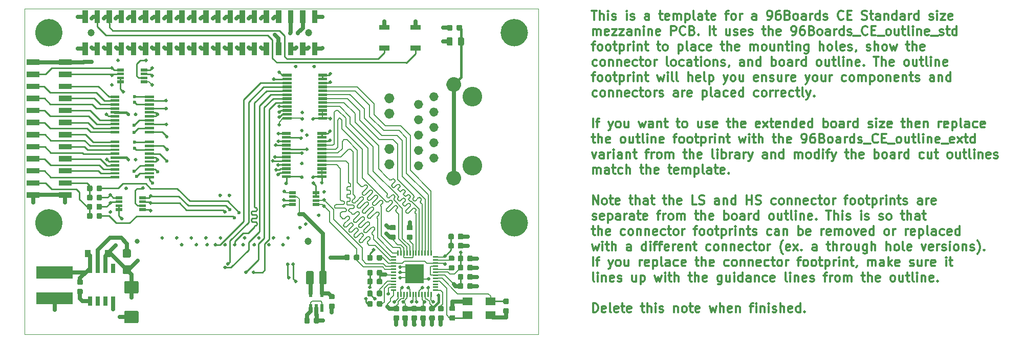
<source format=gbr>
%TF.GenerationSoftware,KiCad,Pcbnew,9.0.2-9.0.2-0~ubuntu22.04.1*%
%TF.CreationDate,2025-05-21T20:52:03-05:00*%
%TF.ProjectId,PCBeditMay21,50434265-6469-4744-9d61-7932312e6b69,rev?*%
%TF.SameCoordinates,Original*%
%TF.FileFunction,Copper,L1,Top*%
%TF.FilePolarity,Positive*%
%FSLAX46Y46*%
G04 Gerber Fmt 4.6, Leading zero omitted, Abs format (unit mm)*
G04 Created by KiCad (PCBNEW 9.0.2-9.0.2-0~ubuntu22.04.1) date 2025-05-21 20:52:03*
%MOMM*%
%LPD*%
G01*
G04 APERTURE LIST*
%TA.AperFunction,NonConductor*%
%ADD10C,0.000000*%
%TD*%
%TA.AperFunction,NonConductor*%
%ADD11C,0.300000*%
%TD*%
%TA.AperFunction,NonConductor*%
%ADD12C,1.237500*%
%TD*%
%TA.AperFunction,NonConductor*%
%ADD13C,0.812500*%
%TD*%
%TA.AperFunction,NonConductor*%
%ADD14C,0.825000*%
%TD*%
%TA.AperFunction,NonConductor*%
%ADD15C,0.754500*%
%TD*%
%TA.AperFunction,NonConductor*%
%ADD16C,2.250000*%
%TD*%
%TA.AperFunction,ViaPad*%
%ADD17C,0.299730*%
%TD*%
%TA.AperFunction,ViaPad*%
%ADD18C,0.398790*%
%TD*%
%TA.AperFunction,ViaPad*%
%ADD19C,0.800110*%
%TD*%
%TA.AperFunction,ViaPad*%
%ADD20C,1.198890*%
%TD*%
%TA.AperFunction,ViaPad*%
%ADD21C,0.600000*%
%TD*%
%TA.AperFunction,ViaPad*%
%ADD22C,0.970290*%
%TD*%
%TA.AperFunction,ViaPad*%
%ADD23C,1.099830*%
%TD*%
%TA.AperFunction,ViaPad*%
%ADD24C,1.651010*%
%TD*%
%TA.AperFunction,ViaPad*%
%ADD25C,2.700030*%
%TD*%
%TA.AperFunction,ViaPad*%
%ADD26C,3.251210*%
%TD*%
%TA.AperFunction,Conductor*%
%ADD27C,0.200000*%
%TD*%
%TA.AperFunction,Conductor*%
%ADD28C,0.635000*%
%TD*%
%TA.AperFunction,Conductor*%
%ADD29C,0.254000*%
%TD*%
%TA.AperFunction,Conductor*%
%ADD30C,0.300000*%
%TD*%
%TA.AperFunction,Conductor*%
%ADD31C,0.381000*%
%TD*%
%TA.AperFunction,Conductor*%
%ADD32C,0.203200*%
%TD*%
%TA.AperFunction,Conductor*%
%ADD33C,0.203000*%
%TD*%
%TA.AperFunction,Conductor*%
%ADD34C,0.100000*%
%TD*%
G04 APERTURE END LIST*
D10*
%TA.AperFunction,NonConductor*%
G36*
X50030500Y-17105000D02*
G01*
X48555500Y-17105000D01*
X48555500Y-16655000D01*
X50030500Y-16655000D01*
X50030500Y-17105000D01*
G37*
%TD.AperFunction*%
%TA.AperFunction,NonConductor*%
G36*
X50030500Y-17755000D02*
G01*
X48555500Y-17755000D01*
X48555500Y-17305000D01*
X50030500Y-17305000D01*
X50030500Y-17755000D01*
G37*
%TD.AperFunction*%
%TA.AperFunction,NonConductor*%
G36*
X50030500Y-18405000D02*
G01*
X48555500Y-18405000D01*
X48555500Y-17955000D01*
X50030500Y-17955000D01*
X50030500Y-18405000D01*
G37*
%TD.AperFunction*%
D11*
X47851000Y-18300500D02*
G75*
G02*
X47551000Y-18300500I-150000J0D01*
G01*
X47551000Y-18300500D02*
G75*
G02*
X47851000Y-18300500I150000J0D01*
G01*
X50708500Y-18237000D02*
G75*
G02*
X50408500Y-18237000I-150000J0D01*
G01*
X50408500Y-18237000D02*
G75*
G02*
X50708500Y-18237000I150000J0D01*
G01*
D10*
%TA.AperFunction,NonConductor*%
G36*
X46950690Y-51215050D02*
G01*
X46971930Y-51218200D01*
X46992750Y-51223420D01*
X47012960Y-51230650D01*
X47032370Y-51239830D01*
X47050780Y-51250870D01*
X47068020Y-51263650D01*
X47083930Y-51278070D01*
X47098350Y-51293980D01*
X47111130Y-51311220D01*
X47122170Y-51329630D01*
X47131350Y-51349040D01*
X47138580Y-51369250D01*
X47143800Y-51390070D01*
X47146950Y-51411310D01*
X47148000Y-51432750D01*
X47148000Y-51945250D01*
X47146950Y-51966690D01*
X47143800Y-51987930D01*
X47138580Y-52008750D01*
X47131350Y-52028960D01*
X47122170Y-52048370D01*
X47111130Y-52066780D01*
X47098350Y-52084020D01*
X47083930Y-52099930D01*
X47068020Y-52114350D01*
X47050780Y-52127130D01*
X47032370Y-52138170D01*
X47012960Y-52147350D01*
X46992750Y-52154580D01*
X46971930Y-52159800D01*
X46950690Y-52162950D01*
X46929250Y-52164000D01*
X46491750Y-52164000D01*
X46470310Y-52162950D01*
X46449070Y-52159800D01*
X46428250Y-52154580D01*
X46408040Y-52147350D01*
X46388630Y-52138170D01*
X46370220Y-52127130D01*
X46352980Y-52114350D01*
X46337070Y-52099930D01*
X46322650Y-52084020D01*
X46309870Y-52066780D01*
X46298830Y-52048370D01*
X46289650Y-52028960D01*
X46282420Y-52008750D01*
X46277200Y-51987930D01*
X46274050Y-51966690D01*
X46273000Y-51945250D01*
X46273000Y-51432750D01*
X46274050Y-51411310D01*
X46277200Y-51390070D01*
X46282420Y-51369250D01*
X46289650Y-51349040D01*
X46298830Y-51329630D01*
X46309870Y-51311220D01*
X46322650Y-51293980D01*
X46337070Y-51278070D01*
X46352980Y-51263650D01*
X46370220Y-51250870D01*
X46388630Y-51239830D01*
X46408040Y-51230650D01*
X46428250Y-51223420D01*
X46449070Y-51218200D01*
X46470310Y-51215050D01*
X46491750Y-51214000D01*
X46929250Y-51214000D01*
X46950690Y-51215050D01*
G37*
%TD.AperFunction*%
D12*
X71612250Y-12587500D02*
G75*
G02*
X70374750Y-12587500I-618750J0D01*
G01*
X70374750Y-12587500D02*
G75*
G02*
X71612250Y-12587500I618750J0D01*
G01*
X71612250Y-28077500D02*
G75*
G02*
X70374750Y-28077500I-618750J0D01*
G01*
X70374750Y-28077500D02*
G75*
G02*
X71612250Y-28077500I618750J0D01*
G01*
D13*
X74459750Y-14617500D02*
G75*
G02*
X73647250Y-14617500I-406250J0D01*
G01*
X73647250Y-14617500D02*
G75*
G02*
X74459750Y-14617500I406250J0D01*
G01*
X74459750Y-26047500D02*
G75*
G02*
X73647250Y-26047500I-406250J0D01*
G01*
X73647250Y-26047500D02*
G75*
G02*
X74459750Y-26047500I406250J0D01*
G01*
D14*
X60746000Y-25797500D02*
G75*
G02*
X59921000Y-25797500I-412500J0D01*
G01*
X59921000Y-25797500D02*
G75*
G02*
X60746000Y-25797500I412500J0D01*
G01*
X60746000Y-23257500D02*
G75*
G02*
X59921000Y-23257500I-412500J0D01*
G01*
X59921000Y-23257500D02*
G75*
G02*
X60746000Y-23257500I412500J0D01*
G01*
X60746000Y-17407500D02*
G75*
G02*
X59921000Y-17407500I-412500J0D01*
G01*
X59921000Y-17407500D02*
G75*
G02*
X60746000Y-17407500I412500J0D01*
G01*
X60746000Y-14867500D02*
G75*
G02*
X59921000Y-14867500I-412500J0D01*
G01*
X59921000Y-14867500D02*
G75*
G02*
X60746000Y-14867500I412500J0D01*
G01*
D15*
X65540750Y-26047500D02*
G75*
G02*
X64786250Y-26047500I-377250J0D01*
G01*
X64786250Y-26047500D02*
G75*
G02*
X65540750Y-26047500I377250J0D01*
G01*
X68080750Y-24777500D02*
G75*
G02*
X67326250Y-24777500I-377250J0D01*
G01*
X67326250Y-24777500D02*
G75*
G02*
X68080750Y-24777500I377250J0D01*
G01*
X65540750Y-23507500D02*
G75*
G02*
X64786250Y-23507500I-377250J0D01*
G01*
X64786250Y-23507500D02*
G75*
G02*
X65540750Y-23507500I377250J0D01*
G01*
X68080750Y-22237500D02*
G75*
G02*
X67326250Y-22237500I-377250J0D01*
G01*
X67326250Y-22237500D02*
G75*
G02*
X68080750Y-22237500I377250J0D01*
G01*
X65540750Y-20967500D02*
G75*
G02*
X64786250Y-20967500I-377250J0D01*
G01*
X64786250Y-20967500D02*
G75*
G02*
X65540750Y-20967500I377250J0D01*
G01*
X68080750Y-19697500D02*
G75*
G02*
X67326250Y-19697500I-377250J0D01*
G01*
X67326250Y-19697500D02*
G75*
G02*
X68080750Y-19697500I377250J0D01*
G01*
X65540750Y-18427500D02*
G75*
G02*
X64786250Y-18427500I-377250J0D01*
G01*
X64786250Y-18427500D02*
G75*
G02*
X65540750Y-18427500I377250J0D01*
G01*
X68080750Y-17157500D02*
G75*
G02*
X67326250Y-17157500I-377250J0D01*
G01*
X67326250Y-17157500D02*
G75*
G02*
X68080750Y-17157500I377250J0D01*
G01*
X65540750Y-15887500D02*
G75*
G02*
X64786250Y-15887500I-377250J0D01*
G01*
X64786250Y-15887500D02*
G75*
G02*
X65540750Y-15887500I377250J0D01*
G01*
X68080750Y-14617500D02*
G75*
G02*
X67326250Y-14617500I-377250J0D01*
G01*
X67326250Y-14617500D02*
G75*
G02*
X68080750Y-14617500I377250J0D01*
G01*
D10*
%TA.AperFunction,NonConductor*%
G36*
X63980690Y-35860050D02*
G01*
X64001930Y-35863200D01*
X64022750Y-35868420D01*
X64042960Y-35875650D01*
X64062370Y-35884830D01*
X64080780Y-35895870D01*
X64098020Y-35908650D01*
X64113930Y-35923070D01*
X64128350Y-35938980D01*
X64141130Y-35956220D01*
X64152170Y-35974630D01*
X64161350Y-35994040D01*
X64168580Y-36014250D01*
X64173800Y-36035070D01*
X64176950Y-36056310D01*
X64178000Y-36077750D01*
X64178000Y-36515250D01*
X64176950Y-36536690D01*
X64173800Y-36557930D01*
X64168580Y-36578750D01*
X64161350Y-36598960D01*
X64152170Y-36618370D01*
X64141130Y-36636780D01*
X64128350Y-36654020D01*
X64113930Y-36669930D01*
X64098020Y-36684350D01*
X64080780Y-36697130D01*
X64062370Y-36708170D01*
X64042960Y-36717350D01*
X64022750Y-36724580D01*
X64001930Y-36729800D01*
X63980690Y-36732950D01*
X63959250Y-36734000D01*
X63446750Y-36734000D01*
X63425310Y-36732950D01*
X63404070Y-36729800D01*
X63383250Y-36724580D01*
X63363040Y-36717350D01*
X63343630Y-36708170D01*
X63325220Y-36697130D01*
X63307980Y-36684350D01*
X63292070Y-36669930D01*
X63277650Y-36654020D01*
X63264870Y-36636780D01*
X63253830Y-36618370D01*
X63244650Y-36598960D01*
X63237420Y-36578750D01*
X63232200Y-36557930D01*
X63229050Y-36536690D01*
X63228000Y-36515250D01*
X63228000Y-36077750D01*
X63229050Y-36056310D01*
X63232200Y-36035070D01*
X63237420Y-36014250D01*
X63244650Y-35994040D01*
X63253830Y-35974630D01*
X63264870Y-35956220D01*
X63277650Y-35938980D01*
X63292070Y-35923070D01*
X63307980Y-35908650D01*
X63325220Y-35895870D01*
X63343630Y-35884830D01*
X63363040Y-35875650D01*
X63383250Y-35868420D01*
X63404070Y-35863200D01*
X63425310Y-35860050D01*
X63446750Y-35859000D01*
X63959250Y-35859000D01*
X63980690Y-35860050D01*
G37*
%TD.AperFunction*%
%TA.AperFunction,NonConductor*%
G36*
X63980690Y-37435050D02*
G01*
X64001930Y-37438200D01*
X64022750Y-37443420D01*
X64042960Y-37450650D01*
X64062370Y-37459830D01*
X64080780Y-37470870D01*
X64098020Y-37483650D01*
X64113930Y-37498070D01*
X64128350Y-37513980D01*
X64141130Y-37531220D01*
X64152170Y-37549630D01*
X64161350Y-37569040D01*
X64168580Y-37589250D01*
X64173800Y-37610070D01*
X64176950Y-37631310D01*
X64178000Y-37652750D01*
X64178000Y-38090250D01*
X64176950Y-38111690D01*
X64173800Y-38132930D01*
X64168580Y-38153750D01*
X64161350Y-38173960D01*
X64152170Y-38193370D01*
X64141130Y-38211780D01*
X64128350Y-38229020D01*
X64113930Y-38244930D01*
X64098020Y-38259350D01*
X64080780Y-38272130D01*
X64062370Y-38283170D01*
X64042960Y-38292350D01*
X64022750Y-38299580D01*
X64001930Y-38304800D01*
X63980690Y-38307950D01*
X63959250Y-38309000D01*
X63446750Y-38309000D01*
X63425310Y-38307950D01*
X63404070Y-38304800D01*
X63383250Y-38299580D01*
X63363040Y-38292350D01*
X63343630Y-38283170D01*
X63325220Y-38272130D01*
X63307980Y-38259350D01*
X63292070Y-38244930D01*
X63277650Y-38229020D01*
X63264870Y-38211780D01*
X63253830Y-38193370D01*
X63244650Y-38173960D01*
X63237420Y-38153750D01*
X63232200Y-38132930D01*
X63229050Y-38111690D01*
X63228000Y-38090250D01*
X63228000Y-37652750D01*
X63229050Y-37631310D01*
X63232200Y-37610070D01*
X63237420Y-37589250D01*
X63244650Y-37569040D01*
X63253830Y-37549630D01*
X63264870Y-37531220D01*
X63277650Y-37513980D01*
X63292070Y-37498070D01*
X63307980Y-37483650D01*
X63325220Y-37470870D01*
X63343630Y-37459830D01*
X63363040Y-37450650D01*
X63383250Y-37443420D01*
X63404070Y-37438200D01*
X63425310Y-37435050D01*
X63446750Y-37434000D01*
X63959250Y-37434000D01*
X63980690Y-37435050D01*
G37*
%TD.AperFunction*%
%TA.AperFunction,NonConductor*%
G36*
X66048200Y-45470600D02*
G01*
X62948200Y-45470600D01*
X62948200Y-42370600D01*
X66048200Y-42370600D01*
X66048200Y-45470600D01*
G37*
%TD.AperFunction*%
%TA.AperFunction,NonConductor*%
G36*
X61878200Y-40905600D02*
G01*
X61618200Y-40905600D01*
X61618200Y-40065600D01*
X61878200Y-40065600D01*
X61878200Y-40905600D01*
G37*
%TD.AperFunction*%
%TA.AperFunction,NonConductor*%
G36*
X62378200Y-40905600D02*
G01*
X62118200Y-40905600D01*
X62118200Y-40065600D01*
X62378200Y-40065600D01*
X62378200Y-40905600D01*
G37*
%TD.AperFunction*%
%TA.AperFunction,NonConductor*%
G36*
X62878200Y-40905600D02*
G01*
X62618200Y-40905600D01*
X62618200Y-40065600D01*
X62878200Y-40065600D01*
X62878200Y-40905600D01*
G37*
%TD.AperFunction*%
%TA.AperFunction,NonConductor*%
G36*
X63378200Y-40905600D02*
G01*
X63118200Y-40905600D01*
X63118200Y-40065600D01*
X63378200Y-40065600D01*
X63378200Y-40905600D01*
G37*
%TD.AperFunction*%
%TA.AperFunction,NonConductor*%
G36*
X63878200Y-40905600D02*
G01*
X63618200Y-40905600D01*
X63618200Y-40065600D01*
X63878200Y-40065600D01*
X63878200Y-40905600D01*
G37*
%TD.AperFunction*%
%TA.AperFunction,NonConductor*%
G36*
X64378200Y-40905600D02*
G01*
X64118200Y-40905600D01*
X64118200Y-40065600D01*
X64378200Y-40065600D01*
X64378200Y-40905600D01*
G37*
%TD.AperFunction*%
%TA.AperFunction,NonConductor*%
G36*
X64878200Y-40905600D02*
G01*
X64618200Y-40905600D01*
X64618200Y-40065600D01*
X64878200Y-40065600D01*
X64878200Y-40905600D01*
G37*
%TD.AperFunction*%
%TA.AperFunction,NonConductor*%
G36*
X65378200Y-40905600D02*
G01*
X65118200Y-40905600D01*
X65118200Y-40065600D01*
X65378200Y-40065600D01*
X65378200Y-40905600D01*
G37*
%TD.AperFunction*%
%TA.AperFunction,NonConductor*%
G36*
X65878200Y-40905600D02*
G01*
X65618200Y-40905600D01*
X65618200Y-40065600D01*
X65878200Y-40065600D01*
X65878200Y-40905600D01*
G37*
%TD.AperFunction*%
%TA.AperFunction,NonConductor*%
G36*
X66378200Y-40905600D02*
G01*
X66118200Y-40905600D01*
X66118200Y-40065600D01*
X66378200Y-40065600D01*
X66378200Y-40905600D01*
G37*
%TD.AperFunction*%
%TA.AperFunction,NonConductor*%
G36*
X66878200Y-40905600D02*
G01*
X66618200Y-40905600D01*
X66618200Y-40065600D01*
X66878200Y-40065600D01*
X66878200Y-40905600D01*
G37*
%TD.AperFunction*%
%TA.AperFunction,NonConductor*%
G36*
X67378200Y-40905600D02*
G01*
X67118200Y-40905600D01*
X67118200Y-40065600D01*
X67378200Y-40065600D01*
X67378200Y-40905600D01*
G37*
%TD.AperFunction*%
%TA.AperFunction,NonConductor*%
G36*
X68353200Y-41300600D02*
G01*
X67513200Y-41300600D01*
X67513200Y-41040600D01*
X68353200Y-41040600D01*
X68353200Y-41300600D01*
G37*
%TD.AperFunction*%
%TA.AperFunction,NonConductor*%
G36*
X68353200Y-41800600D02*
G01*
X67513200Y-41800600D01*
X67513200Y-41540600D01*
X68353200Y-41540600D01*
X68353200Y-41800600D01*
G37*
%TD.AperFunction*%
%TA.AperFunction,NonConductor*%
G36*
X68353200Y-42300600D02*
G01*
X67513200Y-42300600D01*
X67513200Y-42040600D01*
X68353200Y-42040600D01*
X68353200Y-42300600D01*
G37*
%TD.AperFunction*%
%TA.AperFunction,NonConductor*%
G36*
X68353200Y-42800600D02*
G01*
X67513200Y-42800600D01*
X67513200Y-42540600D01*
X68353200Y-42540600D01*
X68353200Y-42800600D01*
G37*
%TD.AperFunction*%
%TA.AperFunction,NonConductor*%
G36*
X68353200Y-43300600D02*
G01*
X67513200Y-43300600D01*
X67513200Y-43040600D01*
X68353200Y-43040600D01*
X68353200Y-43300600D01*
G37*
%TD.AperFunction*%
%TA.AperFunction,NonConductor*%
G36*
X68353200Y-43800600D02*
G01*
X67513200Y-43800600D01*
X67513200Y-43540600D01*
X68353200Y-43540600D01*
X68353200Y-43800600D01*
G37*
%TD.AperFunction*%
%TA.AperFunction,NonConductor*%
G36*
X68353200Y-44300600D02*
G01*
X67513200Y-44300600D01*
X67513200Y-44040600D01*
X68353200Y-44040600D01*
X68353200Y-44300600D01*
G37*
%TD.AperFunction*%
%TA.AperFunction,NonConductor*%
G36*
X68353200Y-44800600D02*
G01*
X67513200Y-44800600D01*
X67513200Y-44540600D01*
X68353200Y-44540600D01*
X68353200Y-44800600D01*
G37*
%TD.AperFunction*%
%TA.AperFunction,NonConductor*%
G36*
X68353200Y-45300600D02*
G01*
X67513200Y-45300600D01*
X67513200Y-45040600D01*
X68353200Y-45040600D01*
X68353200Y-45300600D01*
G37*
%TD.AperFunction*%
%TA.AperFunction,NonConductor*%
G36*
X68353200Y-45800600D02*
G01*
X67513200Y-45800600D01*
X67513200Y-45540600D01*
X68353200Y-45540600D01*
X68353200Y-45800600D01*
G37*
%TD.AperFunction*%
%TA.AperFunction,NonConductor*%
G36*
X68353200Y-46300600D02*
G01*
X67513200Y-46300600D01*
X67513200Y-46040600D01*
X68353200Y-46040600D01*
X68353200Y-46300600D01*
G37*
%TD.AperFunction*%
%TA.AperFunction,NonConductor*%
G36*
X68353200Y-46800600D02*
G01*
X67513200Y-46800600D01*
X67513200Y-46540600D01*
X68353200Y-46540600D01*
X68353200Y-46800600D01*
G37*
%TD.AperFunction*%
%TA.AperFunction,NonConductor*%
G36*
X67378200Y-47775600D02*
G01*
X67118200Y-47775600D01*
X67118200Y-46935600D01*
X67378200Y-46935600D01*
X67378200Y-47775600D01*
G37*
%TD.AperFunction*%
%TA.AperFunction,NonConductor*%
G36*
X66878200Y-47775600D02*
G01*
X66618200Y-47775600D01*
X66618200Y-46935600D01*
X66878200Y-46935600D01*
X66878200Y-47775600D01*
G37*
%TD.AperFunction*%
%TA.AperFunction,NonConductor*%
G36*
X66378200Y-47775600D02*
G01*
X66118200Y-47775600D01*
X66118200Y-46935600D01*
X66378200Y-46935600D01*
X66378200Y-47775600D01*
G37*
%TD.AperFunction*%
%TA.AperFunction,NonConductor*%
G36*
X65878200Y-47775600D02*
G01*
X65618200Y-47775600D01*
X65618200Y-46935600D01*
X65878200Y-46935600D01*
X65878200Y-47775600D01*
G37*
%TD.AperFunction*%
%TA.AperFunction,NonConductor*%
G36*
X65378200Y-47775600D02*
G01*
X65118200Y-47775600D01*
X65118200Y-46935600D01*
X65378200Y-46935600D01*
X65378200Y-47775600D01*
G37*
%TD.AperFunction*%
%TA.AperFunction,NonConductor*%
G36*
X64878200Y-47775600D02*
G01*
X64618200Y-47775600D01*
X64618200Y-46935600D01*
X64878200Y-46935600D01*
X64878200Y-47775600D01*
G37*
%TD.AperFunction*%
%TA.AperFunction,NonConductor*%
G36*
X64378200Y-47775600D02*
G01*
X64118200Y-47775600D01*
X64118200Y-46935600D01*
X64378200Y-46935600D01*
X64378200Y-47775600D01*
G37*
%TD.AperFunction*%
%TA.AperFunction,NonConductor*%
G36*
X63878200Y-47775600D02*
G01*
X63618200Y-47775600D01*
X63618200Y-46935600D01*
X63878200Y-46935600D01*
X63878200Y-47775600D01*
G37*
%TD.AperFunction*%
%TA.AperFunction,NonConductor*%
G36*
X63378200Y-47775600D02*
G01*
X63118200Y-47775600D01*
X63118200Y-46935600D01*
X63378200Y-46935600D01*
X63378200Y-47775600D01*
G37*
%TD.AperFunction*%
%TA.AperFunction,NonConductor*%
G36*
X62878200Y-47775600D02*
G01*
X62618200Y-47775600D01*
X62618200Y-46935600D01*
X62878200Y-46935600D01*
X62878200Y-47775600D01*
G37*
%TD.AperFunction*%
%TA.AperFunction,NonConductor*%
G36*
X62378200Y-47775600D02*
G01*
X62118200Y-47775600D01*
X62118200Y-46935600D01*
X62378200Y-46935600D01*
X62378200Y-47775600D01*
G37*
%TD.AperFunction*%
%TA.AperFunction,NonConductor*%
G36*
X61878200Y-47775600D02*
G01*
X61618200Y-47775600D01*
X61618200Y-46935600D01*
X61878200Y-46935600D01*
X61878200Y-47775600D01*
G37*
%TD.AperFunction*%
%TA.AperFunction,NonConductor*%
G36*
X61483200Y-46800600D02*
G01*
X60643200Y-46800600D01*
X60643200Y-46540600D01*
X61483200Y-46540600D01*
X61483200Y-46800600D01*
G37*
%TD.AperFunction*%
%TA.AperFunction,NonConductor*%
G36*
X61483200Y-46300600D02*
G01*
X60643200Y-46300600D01*
X60643200Y-46040600D01*
X61483200Y-46040600D01*
X61483200Y-46300600D01*
G37*
%TD.AperFunction*%
%TA.AperFunction,NonConductor*%
G36*
X61483200Y-45800600D02*
G01*
X60643200Y-45800600D01*
X60643200Y-45540600D01*
X61483200Y-45540600D01*
X61483200Y-45800600D01*
G37*
%TD.AperFunction*%
%TA.AperFunction,NonConductor*%
G36*
X61483200Y-45300600D02*
G01*
X60643200Y-45300600D01*
X60643200Y-45040600D01*
X61483200Y-45040600D01*
X61483200Y-45300600D01*
G37*
%TD.AperFunction*%
%TA.AperFunction,NonConductor*%
G36*
X61483200Y-44800600D02*
G01*
X60643200Y-44800600D01*
X60643200Y-44540600D01*
X61483200Y-44540600D01*
X61483200Y-44800600D01*
G37*
%TD.AperFunction*%
%TA.AperFunction,NonConductor*%
G36*
X61483200Y-44300600D02*
G01*
X60643200Y-44300600D01*
X60643200Y-44040600D01*
X61483200Y-44040600D01*
X61483200Y-44300600D01*
G37*
%TD.AperFunction*%
%TA.AperFunction,NonConductor*%
G36*
X61483200Y-43800600D02*
G01*
X60643200Y-43800600D01*
X60643200Y-43540600D01*
X61483200Y-43540600D01*
X61483200Y-43800600D01*
G37*
%TD.AperFunction*%
%TA.AperFunction,NonConductor*%
G36*
X61483200Y-43300600D02*
G01*
X60643200Y-43300600D01*
X60643200Y-43040600D01*
X61483200Y-43040600D01*
X61483200Y-43300600D01*
G37*
%TD.AperFunction*%
%TA.AperFunction,NonConductor*%
G36*
X61483200Y-42800600D02*
G01*
X60643200Y-42800600D01*
X60643200Y-42540600D01*
X61483200Y-42540600D01*
X61483200Y-42800600D01*
G37*
%TD.AperFunction*%
%TA.AperFunction,NonConductor*%
G36*
X61483200Y-42300600D02*
G01*
X60643200Y-42300600D01*
X60643200Y-42040600D01*
X61483200Y-42040600D01*
X61483200Y-42300600D01*
G37*
%TD.AperFunction*%
%TA.AperFunction,NonConductor*%
G36*
X61483200Y-41800600D02*
G01*
X60643200Y-41800600D01*
X60643200Y-41540600D01*
X61483200Y-41540600D01*
X61483200Y-41800600D01*
G37*
%TD.AperFunction*%
%TA.AperFunction,NonConductor*%
G36*
X61483200Y-41300600D02*
G01*
X60643200Y-41300600D01*
X60643200Y-41040600D01*
X61483200Y-41040600D01*
X61483200Y-41300600D01*
G37*
%TD.AperFunction*%
%TA.AperFunction,NonConductor*%
G36*
X15655000Y-20656000D02*
G01*
X14175000Y-20656000D01*
X14175000Y-20246000D01*
X15655000Y-20246000D01*
X15655000Y-20656000D01*
G37*
%TD.AperFunction*%
%TA.AperFunction,NonConductor*%
G36*
X15655000Y-20006000D02*
G01*
X14175000Y-20006000D01*
X14175000Y-19596000D01*
X15655000Y-19596000D01*
X15655000Y-20006000D01*
G37*
%TD.AperFunction*%
%TA.AperFunction,NonConductor*%
G36*
X15655000Y-19356000D02*
G01*
X14175000Y-19356000D01*
X14175000Y-18946000D01*
X15655000Y-18946000D01*
X15655000Y-19356000D01*
G37*
%TD.AperFunction*%
%TA.AperFunction,NonConductor*%
G36*
X15655000Y-18706000D02*
G01*
X14175000Y-18706000D01*
X14175000Y-18296000D01*
X15655000Y-18296000D01*
X15655000Y-18706000D01*
G37*
%TD.AperFunction*%
%TA.AperFunction,NonConductor*%
G36*
X15655000Y-18056000D02*
G01*
X14175000Y-18056000D01*
X14175000Y-17646000D01*
X15655000Y-17646000D01*
X15655000Y-18056000D01*
G37*
%TD.AperFunction*%
%TA.AperFunction,NonConductor*%
G36*
X15655000Y-17406000D02*
G01*
X14175000Y-17406000D01*
X14175000Y-16996000D01*
X15655000Y-16996000D01*
X15655000Y-17406000D01*
G37*
%TD.AperFunction*%
%TA.AperFunction,NonConductor*%
G36*
X15655000Y-16756000D02*
G01*
X14175000Y-16756000D01*
X14175000Y-16346000D01*
X15655000Y-16346000D01*
X15655000Y-16756000D01*
G37*
%TD.AperFunction*%
%TA.AperFunction,NonConductor*%
G36*
X15655000Y-16106000D02*
G01*
X14175000Y-16106000D01*
X14175000Y-15696000D01*
X15655000Y-15696000D01*
X15655000Y-16106000D01*
G37*
%TD.AperFunction*%
%TA.AperFunction,NonConductor*%
G36*
X15655000Y-15456000D02*
G01*
X14175000Y-15456000D01*
X14175000Y-15046000D01*
X15655000Y-15046000D01*
X15655000Y-15456000D01*
G37*
%TD.AperFunction*%
%TA.AperFunction,NonConductor*%
G36*
X15655000Y-14806000D02*
G01*
X14175000Y-14806000D01*
X14175000Y-14396000D01*
X15655000Y-14396000D01*
X15655000Y-14806000D01*
G37*
%TD.AperFunction*%
%TA.AperFunction,NonConductor*%
G36*
X21385000Y-14806000D02*
G01*
X19905000Y-14806000D01*
X19905000Y-14396000D01*
X21385000Y-14396000D01*
X21385000Y-14806000D01*
G37*
%TD.AperFunction*%
%TA.AperFunction,NonConductor*%
G36*
X21385000Y-15456000D02*
G01*
X19905000Y-15456000D01*
X19905000Y-15046000D01*
X21385000Y-15046000D01*
X21385000Y-15456000D01*
G37*
%TD.AperFunction*%
%TA.AperFunction,NonConductor*%
G36*
X21385000Y-16106000D02*
G01*
X19905000Y-16106000D01*
X19905000Y-15696000D01*
X21385000Y-15696000D01*
X21385000Y-16106000D01*
G37*
%TD.AperFunction*%
%TA.AperFunction,NonConductor*%
G36*
X21385000Y-16756000D02*
G01*
X19905000Y-16756000D01*
X19905000Y-16346000D01*
X21385000Y-16346000D01*
X21385000Y-16756000D01*
G37*
%TD.AperFunction*%
%TA.AperFunction,NonConductor*%
G36*
X21385000Y-17406000D02*
G01*
X19905000Y-17406000D01*
X19905000Y-16996000D01*
X21385000Y-16996000D01*
X21385000Y-17406000D01*
G37*
%TD.AperFunction*%
%TA.AperFunction,NonConductor*%
G36*
X21385000Y-18056000D02*
G01*
X19905000Y-18056000D01*
X19905000Y-17646000D01*
X21385000Y-17646000D01*
X21385000Y-18056000D01*
G37*
%TD.AperFunction*%
%TA.AperFunction,NonConductor*%
G36*
X21385000Y-18706000D02*
G01*
X19905000Y-18706000D01*
X19905000Y-18296000D01*
X21385000Y-18296000D01*
X21385000Y-18706000D01*
G37*
%TD.AperFunction*%
%TA.AperFunction,NonConductor*%
G36*
X21385000Y-19356000D02*
G01*
X19905000Y-19356000D01*
X19905000Y-18946000D01*
X21385000Y-18946000D01*
X21385000Y-19356000D01*
G37*
%TD.AperFunction*%
%TA.AperFunction,NonConductor*%
G36*
X21385000Y-20006000D02*
G01*
X19905000Y-20006000D01*
X19905000Y-19596000D01*
X21385000Y-19596000D01*
X21385000Y-20006000D01*
G37*
%TD.AperFunction*%
%TA.AperFunction,NonConductor*%
G36*
X21385000Y-20656000D02*
G01*
X19905000Y-20656000D01*
X19905000Y-20246000D01*
X21385000Y-20246000D01*
X21385000Y-20656000D01*
G37*
%TD.AperFunction*%
%TA.AperFunction,NonConductor*%
G36*
X7748000Y-31335000D02*
G01*
X5648000Y-31335000D01*
X5648000Y-30445000D01*
X7748000Y-30445000D01*
X7748000Y-31335000D01*
G37*
%TD.AperFunction*%
%TA.AperFunction,NonConductor*%
G36*
X7748000Y-29335000D02*
G01*
X5648000Y-29335000D01*
X5648000Y-28445000D01*
X7748000Y-28445000D01*
X7748000Y-29335000D01*
G37*
%TD.AperFunction*%
%TA.AperFunction,NonConductor*%
G36*
X7748000Y-27335000D02*
G01*
X5648000Y-27335000D01*
X5648000Y-26445000D01*
X7748000Y-26445000D01*
X7748000Y-27335000D01*
G37*
%TD.AperFunction*%
%TA.AperFunction,NonConductor*%
G36*
X7748000Y-25335000D02*
G01*
X5648000Y-25335000D01*
X5648000Y-24445000D01*
X7748000Y-24445000D01*
X7748000Y-25335000D01*
G37*
%TD.AperFunction*%
%TA.AperFunction,NonConductor*%
G36*
X7748000Y-23335000D02*
G01*
X5648000Y-23335000D01*
X5648000Y-22445000D01*
X7748000Y-22445000D01*
X7748000Y-23335000D01*
G37*
%TD.AperFunction*%
%TA.AperFunction,NonConductor*%
G36*
X7748000Y-21335000D02*
G01*
X5648000Y-21335000D01*
X5648000Y-20445000D01*
X7748000Y-20445000D01*
X7748000Y-21335000D01*
G37*
%TD.AperFunction*%
%TA.AperFunction,NonConductor*%
G36*
X7748000Y-19335000D02*
G01*
X5648000Y-19335000D01*
X5648000Y-18445000D01*
X7748000Y-18445000D01*
X7748000Y-19335000D01*
G37*
%TD.AperFunction*%
%TA.AperFunction,NonConductor*%
G36*
X7748000Y-17335000D02*
G01*
X5648000Y-17335000D01*
X5648000Y-16445000D01*
X7748000Y-16445000D01*
X7748000Y-17335000D01*
G37*
%TD.AperFunction*%
%TA.AperFunction,NonConductor*%
G36*
X7748000Y-15335000D02*
G01*
X5648000Y-15335000D01*
X5648000Y-14445000D01*
X7748000Y-14445000D01*
X7748000Y-15335000D01*
G37*
%TD.AperFunction*%
%TA.AperFunction,NonConductor*%
G36*
X7748000Y-13335000D02*
G01*
X5648000Y-13335000D01*
X5648000Y-12445000D01*
X7748000Y-12445000D01*
X7748000Y-13335000D01*
G37*
%TD.AperFunction*%
%TA.AperFunction,NonConductor*%
G36*
X2448000Y-31335000D02*
G01*
X348000Y-31335000D01*
X348000Y-30445000D01*
X2448000Y-30445000D01*
X2448000Y-31335000D01*
G37*
%TD.AperFunction*%
%TA.AperFunction,NonConductor*%
G36*
X2448000Y-29335000D02*
G01*
X348000Y-29335000D01*
X348000Y-28445000D01*
X2448000Y-28445000D01*
X2448000Y-29335000D01*
G37*
%TD.AperFunction*%
%TA.AperFunction,NonConductor*%
G36*
X2448000Y-27335000D02*
G01*
X348000Y-27335000D01*
X348000Y-26445000D01*
X2448000Y-26445000D01*
X2448000Y-27335000D01*
G37*
%TD.AperFunction*%
%TA.AperFunction,NonConductor*%
G36*
X2448000Y-25335000D02*
G01*
X348000Y-25335000D01*
X348000Y-24445000D01*
X2448000Y-24445000D01*
X2448000Y-25335000D01*
G37*
%TD.AperFunction*%
%TA.AperFunction,NonConductor*%
G36*
X2448000Y-23335000D02*
G01*
X348000Y-23335000D01*
X348000Y-22445000D01*
X2448000Y-22445000D01*
X2448000Y-23335000D01*
G37*
%TD.AperFunction*%
%TA.AperFunction,NonConductor*%
G36*
X2448000Y-21335000D02*
G01*
X348000Y-21335000D01*
X348000Y-20445000D01*
X2448000Y-20445000D01*
X2448000Y-21335000D01*
G37*
%TD.AperFunction*%
%TA.AperFunction,NonConductor*%
G36*
X2448000Y-19335000D02*
G01*
X348000Y-19335000D01*
X348000Y-18445000D01*
X2448000Y-18445000D01*
X2448000Y-19335000D01*
G37*
%TD.AperFunction*%
%TA.AperFunction,NonConductor*%
G36*
X2448000Y-17335000D02*
G01*
X348000Y-17335000D01*
X348000Y-16445000D01*
X2448000Y-16445000D01*
X2448000Y-17335000D01*
G37*
%TD.AperFunction*%
%TA.AperFunction,NonConductor*%
G36*
X2448000Y-15335000D02*
G01*
X348000Y-15335000D01*
X348000Y-14445000D01*
X2448000Y-14445000D01*
X2448000Y-15335000D01*
G37*
%TD.AperFunction*%
%TA.AperFunction,NonConductor*%
G36*
X2448000Y-9335000D02*
G01*
X348000Y-9335000D01*
X348000Y-8445000D01*
X2448000Y-8445000D01*
X2448000Y-9335000D01*
G37*
%TD.AperFunction*%
%TA.AperFunction,NonConductor*%
G36*
X7748000Y-9335000D02*
G01*
X5648000Y-9335000D01*
X5648000Y-8445000D01*
X7748000Y-8445000D01*
X7748000Y-9335000D01*
G37*
%TD.AperFunction*%
%TA.AperFunction,NonConductor*%
G36*
X7748000Y-11335000D02*
G01*
X5648000Y-11335000D01*
X5648000Y-10445000D01*
X7748000Y-10445000D01*
X7748000Y-11335000D01*
G37*
%TD.AperFunction*%
%TA.AperFunction,NonConductor*%
G36*
X2448000Y-11335000D02*
G01*
X348000Y-11335000D01*
X348000Y-10445000D01*
X2448000Y-10445000D01*
X2448000Y-11335000D01*
G37*
%TD.AperFunction*%
%TA.AperFunction,NonConductor*%
G36*
X2448000Y-13335000D02*
G01*
X348000Y-13335000D01*
X348000Y-12445000D01*
X2448000Y-12445000D01*
X2448000Y-13335000D01*
G37*
%TD.AperFunction*%
%TA.AperFunction,NonConductor*%
G36*
X79919190Y-49639550D02*
G01*
X79940430Y-49642700D01*
X79961250Y-49647920D01*
X79981460Y-49655150D01*
X80000870Y-49664330D01*
X80019280Y-49675370D01*
X80036520Y-49688150D01*
X80052430Y-49702570D01*
X80066850Y-49718480D01*
X80079630Y-49735720D01*
X80090670Y-49754130D01*
X80099850Y-49773540D01*
X80107080Y-49793750D01*
X80112300Y-49814570D01*
X80115450Y-49835810D01*
X80116500Y-49857250D01*
X80116500Y-50294750D01*
X80115450Y-50316190D01*
X80112300Y-50337430D01*
X80107080Y-50358250D01*
X80099850Y-50378460D01*
X80090670Y-50397870D01*
X80079630Y-50416280D01*
X80066850Y-50433520D01*
X80052430Y-50449430D01*
X80036520Y-50463850D01*
X80019280Y-50476630D01*
X80000870Y-50487670D01*
X79981460Y-50496850D01*
X79961250Y-50504080D01*
X79940430Y-50509300D01*
X79919190Y-50512450D01*
X79897750Y-50513500D01*
X79385250Y-50513500D01*
X79363810Y-50512450D01*
X79342570Y-50509300D01*
X79321750Y-50504080D01*
X79301540Y-50496850D01*
X79282130Y-50487670D01*
X79263720Y-50476630D01*
X79246480Y-50463850D01*
X79230570Y-50449430D01*
X79216150Y-50433520D01*
X79203370Y-50416280D01*
X79192330Y-50397870D01*
X79183150Y-50378460D01*
X79175920Y-50358250D01*
X79170700Y-50337430D01*
X79167550Y-50316190D01*
X79166500Y-50294750D01*
X79166500Y-49857250D01*
X79167550Y-49835810D01*
X79170700Y-49814570D01*
X79175920Y-49793750D01*
X79183150Y-49773540D01*
X79192330Y-49754130D01*
X79203370Y-49735720D01*
X79216150Y-49718480D01*
X79230570Y-49702570D01*
X79246480Y-49688150D01*
X79263720Y-49675370D01*
X79282130Y-49664330D01*
X79301540Y-49655150D01*
X79321750Y-49647920D01*
X79342570Y-49642700D01*
X79363810Y-49639550D01*
X79385250Y-49638500D01*
X79897750Y-49638500D01*
X79919190Y-49639550D01*
G37*
%TD.AperFunction*%
%TA.AperFunction,NonConductor*%
G36*
X79919190Y-48064550D02*
G01*
X79940430Y-48067700D01*
X79961250Y-48072920D01*
X79981460Y-48080150D01*
X80000870Y-48089330D01*
X80019280Y-48100370D01*
X80036520Y-48113150D01*
X80052430Y-48127570D01*
X80066850Y-48143480D01*
X80079630Y-48160720D01*
X80090670Y-48179130D01*
X80099850Y-48198540D01*
X80107080Y-48218750D01*
X80112300Y-48239570D01*
X80115450Y-48260810D01*
X80116500Y-48282250D01*
X80116500Y-48719750D01*
X80115450Y-48741190D01*
X80112300Y-48762430D01*
X80107080Y-48783250D01*
X80099850Y-48803460D01*
X80090670Y-48822870D01*
X80079630Y-48841280D01*
X80066850Y-48858520D01*
X80052430Y-48874430D01*
X80036520Y-48888850D01*
X80019280Y-48901630D01*
X80000870Y-48912670D01*
X79981460Y-48921850D01*
X79961250Y-48929080D01*
X79940430Y-48934300D01*
X79919190Y-48937450D01*
X79897750Y-48938500D01*
X79385250Y-48938500D01*
X79363810Y-48937450D01*
X79342570Y-48934300D01*
X79321750Y-48929080D01*
X79301540Y-48921850D01*
X79282130Y-48912670D01*
X79263720Y-48901630D01*
X79246480Y-48888850D01*
X79230570Y-48874430D01*
X79216150Y-48858520D01*
X79203370Y-48841280D01*
X79192330Y-48822870D01*
X79183150Y-48803460D01*
X79175920Y-48783250D01*
X79170700Y-48762430D01*
X79167550Y-48741190D01*
X79166500Y-48719750D01*
X79166500Y-48282250D01*
X79167550Y-48260810D01*
X79170700Y-48239570D01*
X79175920Y-48218750D01*
X79183150Y-48198540D01*
X79192330Y-48179130D01*
X79203370Y-48160720D01*
X79216150Y-48143480D01*
X79230570Y-48127570D01*
X79246480Y-48113150D01*
X79263720Y-48100370D01*
X79282130Y-48089330D01*
X79301540Y-48080150D01*
X79321750Y-48072920D01*
X79342570Y-48067700D01*
X79363810Y-48064550D01*
X79385250Y-48063500D01*
X79897750Y-48063500D01*
X79919190Y-48064550D01*
G37*
%TD.AperFunction*%
%TA.AperFunction,NonConductor*%
G36*
X71029190Y-49233050D02*
G01*
X71050430Y-49236200D01*
X71071250Y-49241420D01*
X71091460Y-49248650D01*
X71110870Y-49257830D01*
X71129280Y-49268870D01*
X71146520Y-49281650D01*
X71162430Y-49296070D01*
X71176850Y-49311980D01*
X71189630Y-49329220D01*
X71200670Y-49347630D01*
X71209850Y-49367040D01*
X71217080Y-49387250D01*
X71222300Y-49408070D01*
X71225450Y-49429310D01*
X71226500Y-49450750D01*
X71226500Y-49888250D01*
X71225450Y-49909690D01*
X71222300Y-49930930D01*
X71217080Y-49951750D01*
X71209850Y-49971960D01*
X71200670Y-49991370D01*
X71189630Y-50009780D01*
X71176850Y-50027020D01*
X71162430Y-50042930D01*
X71146520Y-50057350D01*
X71129280Y-50070130D01*
X71110870Y-50081170D01*
X71091460Y-50090350D01*
X71071250Y-50097580D01*
X71050430Y-50102800D01*
X71029190Y-50105950D01*
X71007750Y-50107000D01*
X70495250Y-50107000D01*
X70473810Y-50105950D01*
X70452570Y-50102800D01*
X70431750Y-50097580D01*
X70411540Y-50090350D01*
X70392130Y-50081170D01*
X70373720Y-50070130D01*
X70356480Y-50057350D01*
X70340570Y-50042930D01*
X70326150Y-50027020D01*
X70313370Y-50009780D01*
X70302330Y-49991370D01*
X70293150Y-49971960D01*
X70285920Y-49951750D01*
X70280700Y-49930930D01*
X70277550Y-49909690D01*
X70276500Y-49888250D01*
X70276500Y-49450750D01*
X70277550Y-49429310D01*
X70280700Y-49408070D01*
X70285920Y-49387250D01*
X70293150Y-49367040D01*
X70302330Y-49347630D01*
X70313370Y-49329220D01*
X70326150Y-49311980D01*
X70340570Y-49296070D01*
X70356480Y-49281650D01*
X70373720Y-49268870D01*
X70392130Y-49257830D01*
X70411540Y-49248650D01*
X70431750Y-49241420D01*
X70452570Y-49236200D01*
X70473810Y-49233050D01*
X70495250Y-49232000D01*
X71007750Y-49232000D01*
X71029190Y-49233050D01*
G37*
%TD.AperFunction*%
%TA.AperFunction,NonConductor*%
G36*
X71029190Y-50808050D02*
G01*
X71050430Y-50811200D01*
X71071250Y-50816420D01*
X71091460Y-50823650D01*
X71110870Y-50832830D01*
X71129280Y-50843870D01*
X71146520Y-50856650D01*
X71162430Y-50871070D01*
X71176850Y-50886980D01*
X71189630Y-50904220D01*
X71200670Y-50922630D01*
X71209850Y-50942040D01*
X71217080Y-50962250D01*
X71222300Y-50983070D01*
X71225450Y-51004310D01*
X71226500Y-51025750D01*
X71226500Y-51463250D01*
X71225450Y-51484690D01*
X71222300Y-51505930D01*
X71217080Y-51526750D01*
X71209850Y-51546960D01*
X71200670Y-51566370D01*
X71189630Y-51584780D01*
X71176850Y-51602020D01*
X71162430Y-51617930D01*
X71146520Y-51632350D01*
X71129280Y-51645130D01*
X71110870Y-51656170D01*
X71091460Y-51665350D01*
X71071250Y-51672580D01*
X71050430Y-51677800D01*
X71029190Y-51680950D01*
X71007750Y-51682000D01*
X70495250Y-51682000D01*
X70473810Y-51680950D01*
X70452570Y-51677800D01*
X70431750Y-51672580D01*
X70411540Y-51665350D01*
X70392130Y-51656170D01*
X70373720Y-51645130D01*
X70356480Y-51632350D01*
X70340570Y-51617930D01*
X70326150Y-51602020D01*
X70313370Y-51584780D01*
X70302330Y-51566370D01*
X70293150Y-51546960D01*
X70285920Y-51526750D01*
X70280700Y-51505930D01*
X70277550Y-51484690D01*
X70276500Y-51463250D01*
X70276500Y-51025750D01*
X70277550Y-51004310D01*
X70280700Y-50983070D01*
X70285920Y-50962250D01*
X70293150Y-50942040D01*
X70302330Y-50922630D01*
X70313370Y-50904220D01*
X70326150Y-50886980D01*
X70340570Y-50871070D01*
X70356480Y-50856650D01*
X70373720Y-50843870D01*
X70392130Y-50832830D01*
X70411540Y-50823650D01*
X70431750Y-50816420D01*
X70452570Y-50811200D01*
X70473810Y-50808050D01*
X70495250Y-50807000D01*
X71007750Y-50807000D01*
X71029190Y-50808050D01*
G37*
%TD.AperFunction*%
D16*
X82125000Y-35500000D02*
G75*
G02*
X79875000Y-35500000I-1125000J0D01*
G01*
X79875000Y-35500000D02*
G75*
G02*
X82125000Y-35500000I1125000J0D01*
G01*
X5125000Y-35500000D02*
G75*
G02*
X2875000Y-35500000I-1125000J0D01*
G01*
X2875000Y-35500000D02*
G75*
G02*
X5125000Y-35500000I1125000J0D01*
G01*
X82125000Y-4000000D02*
G75*
G02*
X79875000Y-4000000I-1125000J0D01*
G01*
X79875000Y-4000000D02*
G75*
G02*
X82125000Y-4000000I1125000J0D01*
G01*
X5125000Y-4000000D02*
G75*
G02*
X2875000Y-4000000I-1125000J0D01*
G01*
X2875000Y-4000000D02*
G75*
G02*
X5125000Y-4000000I1125000J0D01*
G01*
D10*
%TA.AperFunction,NonConductor*%
G36*
X74084000Y-49157000D02*
G01*
X72484000Y-49157000D01*
X72484000Y-47857000D01*
X74084000Y-47857000D01*
X74084000Y-49157000D01*
G37*
%TD.AperFunction*%
%TA.AperFunction,NonConductor*%
G36*
X77884000Y-49157000D02*
G01*
X76284000Y-49157000D01*
X76284000Y-47857000D01*
X77884000Y-47857000D01*
X77884000Y-49157000D01*
G37*
%TD.AperFunction*%
%TA.AperFunction,NonConductor*%
G36*
X77884000Y-51457000D02*
G01*
X76284000Y-51457000D01*
X76284000Y-50157000D01*
X77884000Y-50157000D01*
X77884000Y-51457000D01*
G37*
%TD.AperFunction*%
%TA.AperFunction,NonConductor*%
G36*
X74084000Y-51457000D02*
G01*
X72484000Y-51457000D01*
X72484000Y-50157000D01*
X74084000Y-50157000D01*
X74084000Y-51457000D01*
G37*
%TD.AperFunction*%
%TA.AperFunction,NonConductor*%
G36*
X16380000Y-12376000D02*
G01*
X15280000Y-12376000D01*
X15280000Y-11926000D01*
X16380000Y-11926000D01*
X16380000Y-12376000D01*
G37*
%TD.AperFunction*%
%TA.AperFunction,NonConductor*%
G36*
X16380000Y-11726000D02*
G01*
X15280000Y-11726000D01*
X15280000Y-11276000D01*
X16380000Y-11276000D01*
X16380000Y-11726000D01*
G37*
%TD.AperFunction*%
%TA.AperFunction,NonConductor*%
G36*
X16380000Y-11076000D02*
G01*
X15280000Y-11076000D01*
X15280000Y-10626000D01*
X16380000Y-10626000D01*
X16380000Y-11076000D01*
G37*
%TD.AperFunction*%
%TA.AperFunction,NonConductor*%
G36*
X16380000Y-10426000D02*
G01*
X15280000Y-10426000D01*
X15280000Y-9976000D01*
X16380000Y-9976000D01*
X16380000Y-10426000D01*
G37*
%TD.AperFunction*%
%TA.AperFunction,NonConductor*%
G36*
X20280000Y-10426000D02*
G01*
X19180000Y-10426000D01*
X19180000Y-9976000D01*
X20280000Y-9976000D01*
X20280000Y-10426000D01*
G37*
%TD.AperFunction*%
%TA.AperFunction,NonConductor*%
G36*
X20280000Y-11076000D02*
G01*
X19180000Y-11076000D01*
X19180000Y-10626000D01*
X20280000Y-10626000D01*
X20280000Y-11076000D01*
G37*
%TD.AperFunction*%
%TA.AperFunction,NonConductor*%
G36*
X20280000Y-11726000D02*
G01*
X19180000Y-11726000D01*
X19180000Y-11276000D01*
X20280000Y-11276000D01*
X20280000Y-11726000D01*
G37*
%TD.AperFunction*%
%TA.AperFunction,NonConductor*%
G36*
X20280000Y-12376000D02*
G01*
X19180000Y-12376000D01*
X19180000Y-11926000D01*
X20280000Y-11926000D01*
X20280000Y-12376000D01*
G37*
%TD.AperFunction*%
%TA.AperFunction,NonConductor*%
G36*
X48728000Y-30746000D02*
G01*
X47628000Y-30746000D01*
X47628000Y-30296000D01*
X48728000Y-30296000D01*
X48728000Y-30746000D01*
G37*
%TD.AperFunction*%
%TA.AperFunction,NonConductor*%
G36*
X48728000Y-31396000D02*
G01*
X47628000Y-31396000D01*
X47628000Y-30946000D01*
X48728000Y-30946000D01*
X48728000Y-31396000D01*
G37*
%TD.AperFunction*%
%TA.AperFunction,NonConductor*%
G36*
X48728000Y-32046000D02*
G01*
X47628000Y-32046000D01*
X47628000Y-31596000D01*
X48728000Y-31596000D01*
X48728000Y-32046000D01*
G37*
%TD.AperFunction*%
%TA.AperFunction,NonConductor*%
G36*
X48728000Y-32696000D02*
G01*
X47628000Y-32696000D01*
X47628000Y-32246000D01*
X48728000Y-32246000D01*
X48728000Y-32696000D01*
G37*
%TD.AperFunction*%
%TA.AperFunction,NonConductor*%
G36*
X44828000Y-32696000D02*
G01*
X43728000Y-32696000D01*
X43728000Y-32246000D01*
X44828000Y-32246000D01*
X44828000Y-32696000D01*
G37*
%TD.AperFunction*%
%TA.AperFunction,NonConductor*%
G36*
X44828000Y-32046000D02*
G01*
X43728000Y-32046000D01*
X43728000Y-31596000D01*
X44828000Y-31596000D01*
X44828000Y-32046000D01*
G37*
%TD.AperFunction*%
%TA.AperFunction,NonConductor*%
G36*
X44828000Y-31396000D02*
G01*
X43728000Y-31396000D01*
X43728000Y-30946000D01*
X44828000Y-30946000D01*
X44828000Y-31396000D01*
G37*
%TD.AperFunction*%
%TA.AperFunction,NonConductor*%
G36*
X44828000Y-30746000D02*
G01*
X43728000Y-30746000D01*
X43728000Y-30296000D01*
X44828000Y-30296000D01*
X44828000Y-30746000D01*
G37*
%TD.AperFunction*%
%TA.AperFunction,NonConductor*%
G36*
X16126000Y-33521500D02*
G01*
X15026000Y-33521500D01*
X15026000Y-33071500D01*
X16126000Y-33071500D01*
X16126000Y-33521500D01*
G37*
%TD.AperFunction*%
%TA.AperFunction,NonConductor*%
G36*
X16126000Y-32871500D02*
G01*
X15026000Y-32871500D01*
X15026000Y-32421500D01*
X16126000Y-32421500D01*
X16126000Y-32871500D01*
G37*
%TD.AperFunction*%
%TA.AperFunction,NonConductor*%
G36*
X16126000Y-32221500D02*
G01*
X15026000Y-32221500D01*
X15026000Y-31771500D01*
X16126000Y-31771500D01*
X16126000Y-32221500D01*
G37*
%TD.AperFunction*%
%TA.AperFunction,NonConductor*%
G36*
X16126000Y-31571500D02*
G01*
X15026000Y-31571500D01*
X15026000Y-31121500D01*
X16126000Y-31121500D01*
X16126000Y-31571500D01*
G37*
%TD.AperFunction*%
%TA.AperFunction,NonConductor*%
G36*
X20026000Y-31571500D02*
G01*
X18926000Y-31571500D01*
X18926000Y-31121500D01*
X20026000Y-31121500D01*
X20026000Y-31571500D01*
G37*
%TD.AperFunction*%
%TA.AperFunction,NonConductor*%
G36*
X20026000Y-32221500D02*
G01*
X18926000Y-32221500D01*
X18926000Y-31771500D01*
X20026000Y-31771500D01*
X20026000Y-32221500D01*
G37*
%TD.AperFunction*%
%TA.AperFunction,NonConductor*%
G36*
X20026000Y-32871500D02*
G01*
X18926000Y-32871500D01*
X18926000Y-32421500D01*
X20026000Y-32421500D01*
X20026000Y-32871500D01*
G37*
%TD.AperFunction*%
%TA.AperFunction,NonConductor*%
G36*
X20026000Y-33521500D02*
G01*
X18926000Y-33521500D01*
X18926000Y-33071500D01*
X20026000Y-33071500D01*
X20026000Y-33521500D01*
G37*
%TD.AperFunction*%
%TA.AperFunction,NonConductor*%
G36*
X15655000Y-28149000D02*
G01*
X14175000Y-28149000D01*
X14175000Y-27739000D01*
X15655000Y-27739000D01*
X15655000Y-28149000D01*
G37*
%TD.AperFunction*%
%TA.AperFunction,NonConductor*%
G36*
X15655000Y-27499000D02*
G01*
X14175000Y-27499000D01*
X14175000Y-27089000D01*
X15655000Y-27089000D01*
X15655000Y-27499000D01*
G37*
%TD.AperFunction*%
%TA.AperFunction,NonConductor*%
G36*
X15655000Y-26849000D02*
G01*
X14175000Y-26849000D01*
X14175000Y-26439000D01*
X15655000Y-26439000D01*
X15655000Y-26849000D01*
G37*
%TD.AperFunction*%
%TA.AperFunction,NonConductor*%
G36*
X15655000Y-26199000D02*
G01*
X14175000Y-26199000D01*
X14175000Y-25789000D01*
X15655000Y-25789000D01*
X15655000Y-26199000D01*
G37*
%TD.AperFunction*%
%TA.AperFunction,NonConductor*%
G36*
X15655000Y-25549000D02*
G01*
X14175000Y-25549000D01*
X14175000Y-25139000D01*
X15655000Y-25139000D01*
X15655000Y-25549000D01*
G37*
%TD.AperFunction*%
%TA.AperFunction,NonConductor*%
G36*
X15655000Y-24899000D02*
G01*
X14175000Y-24899000D01*
X14175000Y-24489000D01*
X15655000Y-24489000D01*
X15655000Y-24899000D01*
G37*
%TD.AperFunction*%
%TA.AperFunction,NonConductor*%
G36*
X15655000Y-24249000D02*
G01*
X14175000Y-24249000D01*
X14175000Y-23839000D01*
X15655000Y-23839000D01*
X15655000Y-24249000D01*
G37*
%TD.AperFunction*%
%TA.AperFunction,NonConductor*%
G36*
X15655000Y-23599000D02*
G01*
X14175000Y-23599000D01*
X14175000Y-23189000D01*
X15655000Y-23189000D01*
X15655000Y-23599000D01*
G37*
%TD.AperFunction*%
%TA.AperFunction,NonConductor*%
G36*
X15655000Y-22949000D02*
G01*
X14175000Y-22949000D01*
X14175000Y-22539000D01*
X15655000Y-22539000D01*
X15655000Y-22949000D01*
G37*
%TD.AperFunction*%
%TA.AperFunction,NonConductor*%
G36*
X15655000Y-22299000D02*
G01*
X14175000Y-22299000D01*
X14175000Y-21889000D01*
X15655000Y-21889000D01*
X15655000Y-22299000D01*
G37*
%TD.AperFunction*%
%TA.AperFunction,NonConductor*%
G36*
X21385000Y-22299000D02*
G01*
X19905000Y-22299000D01*
X19905000Y-21889000D01*
X21385000Y-21889000D01*
X21385000Y-22299000D01*
G37*
%TD.AperFunction*%
%TA.AperFunction,NonConductor*%
G36*
X21385000Y-22949000D02*
G01*
X19905000Y-22949000D01*
X19905000Y-22539000D01*
X21385000Y-22539000D01*
X21385000Y-22949000D01*
G37*
%TD.AperFunction*%
%TA.AperFunction,NonConductor*%
G36*
X21385000Y-23599000D02*
G01*
X19905000Y-23599000D01*
X19905000Y-23189000D01*
X21385000Y-23189000D01*
X21385000Y-23599000D01*
G37*
%TD.AperFunction*%
%TA.AperFunction,NonConductor*%
G36*
X21385000Y-24249000D02*
G01*
X19905000Y-24249000D01*
X19905000Y-23839000D01*
X21385000Y-23839000D01*
X21385000Y-24249000D01*
G37*
%TD.AperFunction*%
%TA.AperFunction,NonConductor*%
G36*
X21385000Y-24899000D02*
G01*
X19905000Y-24899000D01*
X19905000Y-24489000D01*
X21385000Y-24489000D01*
X21385000Y-24899000D01*
G37*
%TD.AperFunction*%
%TA.AperFunction,NonConductor*%
G36*
X21385000Y-25549000D02*
G01*
X19905000Y-25549000D01*
X19905000Y-25139000D01*
X21385000Y-25139000D01*
X21385000Y-25549000D01*
G37*
%TD.AperFunction*%
%TA.AperFunction,NonConductor*%
G36*
X21385000Y-26199000D02*
G01*
X19905000Y-26199000D01*
X19905000Y-25789000D01*
X21385000Y-25789000D01*
X21385000Y-26199000D01*
G37*
%TD.AperFunction*%
%TA.AperFunction,NonConductor*%
G36*
X21385000Y-26849000D02*
G01*
X19905000Y-26849000D01*
X19905000Y-26439000D01*
X21385000Y-26439000D01*
X21385000Y-26849000D01*
G37*
%TD.AperFunction*%
%TA.AperFunction,NonConductor*%
G36*
X21385000Y-27499000D02*
G01*
X19905000Y-27499000D01*
X19905000Y-27089000D01*
X21385000Y-27089000D01*
X21385000Y-27499000D01*
G37*
%TD.AperFunction*%
%TA.AperFunction,NonConductor*%
G36*
X21385000Y-28149000D02*
G01*
X19905000Y-28149000D01*
X19905000Y-27739000D01*
X21385000Y-27739000D01*
X21385000Y-28149000D01*
G37*
%TD.AperFunction*%
%TA.AperFunction,NonConductor*%
G36*
X50030500Y-11255000D02*
G01*
X48555500Y-11255000D01*
X48555500Y-10805000D01*
X50030500Y-10805000D01*
X50030500Y-11255000D01*
G37*
%TD.AperFunction*%
%TA.AperFunction,NonConductor*%
G36*
X50030500Y-11905000D02*
G01*
X48555500Y-11905000D01*
X48555500Y-11455000D01*
X50030500Y-11455000D01*
X50030500Y-11905000D01*
G37*
%TD.AperFunction*%
%TA.AperFunction,NonConductor*%
G36*
X50030500Y-12555000D02*
G01*
X48555500Y-12555000D01*
X48555500Y-12105000D01*
X50030500Y-12105000D01*
X50030500Y-12555000D01*
G37*
%TD.AperFunction*%
%TA.AperFunction,NonConductor*%
G36*
X50030500Y-13205000D02*
G01*
X48555500Y-13205000D01*
X48555500Y-12755000D01*
X50030500Y-12755000D01*
X50030500Y-13205000D01*
G37*
%TD.AperFunction*%
%TA.AperFunction,NonConductor*%
G36*
X50030500Y-13855000D02*
G01*
X48555500Y-13855000D01*
X48555500Y-13405000D01*
X50030500Y-13405000D01*
X50030500Y-13855000D01*
G37*
%TD.AperFunction*%
%TA.AperFunction,NonConductor*%
G36*
X50030500Y-14505000D02*
G01*
X48555500Y-14505000D01*
X48555500Y-14055000D01*
X50030500Y-14055000D01*
X50030500Y-14505000D01*
G37*
%TD.AperFunction*%
%TA.AperFunction,NonConductor*%
G36*
X50030500Y-15155000D02*
G01*
X48555500Y-15155000D01*
X48555500Y-14705000D01*
X50030500Y-14705000D01*
X50030500Y-15155000D01*
G37*
%TD.AperFunction*%
%TA.AperFunction,NonConductor*%
G36*
X50030500Y-15805000D02*
G01*
X48555500Y-15805000D01*
X48555500Y-15355000D01*
X50030500Y-15355000D01*
X50030500Y-15805000D01*
G37*
%TD.AperFunction*%
%TA.AperFunction,NonConductor*%
G36*
X50030500Y-16455000D02*
G01*
X48555500Y-16455000D01*
X48555500Y-16005000D01*
X50030500Y-16005000D01*
X50030500Y-16455000D01*
G37*
%TD.AperFunction*%
%TA.AperFunction,NonConductor*%
G36*
X44154500Y-18405000D02*
G01*
X42679500Y-18405000D01*
X42679500Y-17955000D01*
X44154500Y-17955000D01*
X44154500Y-18405000D01*
G37*
%TD.AperFunction*%
%TA.AperFunction,NonConductor*%
G36*
X44154500Y-17755000D02*
G01*
X42679500Y-17755000D01*
X42679500Y-17305000D01*
X44154500Y-17305000D01*
X44154500Y-17755000D01*
G37*
%TD.AperFunction*%
%TA.AperFunction,NonConductor*%
G36*
X44154500Y-17105000D02*
G01*
X42679500Y-17105000D01*
X42679500Y-16655000D01*
X44154500Y-16655000D01*
X44154500Y-17105000D01*
G37*
%TD.AperFunction*%
%TA.AperFunction,NonConductor*%
G36*
X44154500Y-16455000D02*
G01*
X42679500Y-16455000D01*
X42679500Y-16005000D01*
X44154500Y-16005000D01*
X44154500Y-16455000D01*
G37*
%TD.AperFunction*%
%TA.AperFunction,NonConductor*%
G36*
X44154500Y-15805000D02*
G01*
X42679500Y-15805000D01*
X42679500Y-15355000D01*
X44154500Y-15355000D01*
X44154500Y-15805000D01*
G37*
%TD.AperFunction*%
%TA.AperFunction,NonConductor*%
G36*
X44154500Y-15155000D02*
G01*
X42679500Y-15155000D01*
X42679500Y-14705000D01*
X44154500Y-14705000D01*
X44154500Y-15155000D01*
G37*
%TD.AperFunction*%
%TA.AperFunction,NonConductor*%
G36*
X44154500Y-14505000D02*
G01*
X42679500Y-14505000D01*
X42679500Y-14055000D01*
X44154500Y-14055000D01*
X44154500Y-14505000D01*
G37*
%TD.AperFunction*%
%TA.AperFunction,NonConductor*%
G36*
X44154500Y-13855000D02*
G01*
X42679500Y-13855000D01*
X42679500Y-13405000D01*
X44154500Y-13405000D01*
X44154500Y-13855000D01*
G37*
%TD.AperFunction*%
%TA.AperFunction,NonConductor*%
G36*
X44154500Y-13205000D02*
G01*
X42679500Y-13205000D01*
X42679500Y-12755000D01*
X44154500Y-12755000D01*
X44154500Y-13205000D01*
G37*
%TD.AperFunction*%
%TA.AperFunction,NonConductor*%
G36*
X44154500Y-12555000D02*
G01*
X42679500Y-12555000D01*
X42679500Y-12105000D01*
X44154500Y-12105000D01*
X44154500Y-12555000D01*
G37*
%TD.AperFunction*%
%TA.AperFunction,NonConductor*%
G36*
X44154500Y-11905000D02*
G01*
X42679500Y-11905000D01*
X42679500Y-11455000D01*
X44154500Y-11455000D01*
X44154500Y-11905000D01*
G37*
%TD.AperFunction*%
%TA.AperFunction,NonConductor*%
G36*
X44154500Y-11255000D02*
G01*
X42679500Y-11255000D01*
X42679500Y-10805000D01*
X44154500Y-10805000D01*
X44154500Y-11255000D01*
G37*
%TD.AperFunction*%
%TA.AperFunction,NonConductor*%
G36*
X49903500Y-20907000D02*
G01*
X48428500Y-20907000D01*
X48428500Y-20457000D01*
X49903500Y-20457000D01*
X49903500Y-20907000D01*
G37*
%TD.AperFunction*%
%TA.AperFunction,NonConductor*%
G36*
X49903500Y-21557000D02*
G01*
X48428500Y-21557000D01*
X48428500Y-21107000D01*
X49903500Y-21107000D01*
X49903500Y-21557000D01*
G37*
%TD.AperFunction*%
%TA.AperFunction,NonConductor*%
G36*
X49903500Y-22207000D02*
G01*
X48428500Y-22207000D01*
X48428500Y-21757000D01*
X49903500Y-21757000D01*
X49903500Y-22207000D01*
G37*
%TD.AperFunction*%
%TA.AperFunction,NonConductor*%
G36*
X49903500Y-22857000D02*
G01*
X48428500Y-22857000D01*
X48428500Y-22407000D01*
X49903500Y-22407000D01*
X49903500Y-22857000D01*
G37*
%TD.AperFunction*%
%TA.AperFunction,NonConductor*%
G36*
X49903500Y-23507000D02*
G01*
X48428500Y-23507000D01*
X48428500Y-23057000D01*
X49903500Y-23057000D01*
X49903500Y-23507000D01*
G37*
%TD.AperFunction*%
%TA.AperFunction,NonConductor*%
G36*
X49903500Y-24157000D02*
G01*
X48428500Y-24157000D01*
X48428500Y-23707000D01*
X49903500Y-23707000D01*
X49903500Y-24157000D01*
G37*
%TD.AperFunction*%
%TA.AperFunction,NonConductor*%
G36*
X49903500Y-24807000D02*
G01*
X48428500Y-24807000D01*
X48428500Y-24357000D01*
X49903500Y-24357000D01*
X49903500Y-24807000D01*
G37*
%TD.AperFunction*%
%TA.AperFunction,NonConductor*%
G36*
X49903500Y-25457000D02*
G01*
X48428500Y-25457000D01*
X48428500Y-25007000D01*
X49903500Y-25007000D01*
X49903500Y-25457000D01*
G37*
%TD.AperFunction*%
%TA.AperFunction,NonConductor*%
G36*
X49903500Y-26107000D02*
G01*
X48428500Y-26107000D01*
X48428500Y-25657000D01*
X49903500Y-25657000D01*
X49903500Y-26107000D01*
G37*
%TD.AperFunction*%
%TA.AperFunction,NonConductor*%
G36*
X49903500Y-26757000D02*
G01*
X48428500Y-26757000D01*
X48428500Y-26307000D01*
X49903500Y-26307000D01*
X49903500Y-26757000D01*
G37*
%TD.AperFunction*%
%TA.AperFunction,NonConductor*%
G36*
X49903500Y-27407000D02*
G01*
X48428500Y-27407000D01*
X48428500Y-26957000D01*
X49903500Y-26957000D01*
X49903500Y-27407000D01*
G37*
%TD.AperFunction*%
%TA.AperFunction,NonConductor*%
G36*
X49903500Y-28057000D02*
G01*
X48428500Y-28057000D01*
X48428500Y-27607000D01*
X49903500Y-27607000D01*
X49903500Y-28057000D01*
G37*
%TD.AperFunction*%
%TA.AperFunction,NonConductor*%
G36*
X44027500Y-28057000D02*
G01*
X42552500Y-28057000D01*
X42552500Y-27607000D01*
X44027500Y-27607000D01*
X44027500Y-28057000D01*
G37*
%TD.AperFunction*%
%TA.AperFunction,NonConductor*%
G36*
X44027500Y-27407000D02*
G01*
X42552500Y-27407000D01*
X42552500Y-26957000D01*
X44027500Y-26957000D01*
X44027500Y-27407000D01*
G37*
%TD.AperFunction*%
%TA.AperFunction,NonConductor*%
G36*
X44027500Y-26757000D02*
G01*
X42552500Y-26757000D01*
X42552500Y-26307000D01*
X44027500Y-26307000D01*
X44027500Y-26757000D01*
G37*
%TD.AperFunction*%
%TA.AperFunction,NonConductor*%
G36*
X44027500Y-26107000D02*
G01*
X42552500Y-26107000D01*
X42552500Y-25657000D01*
X44027500Y-25657000D01*
X44027500Y-26107000D01*
G37*
%TD.AperFunction*%
%TA.AperFunction,NonConductor*%
G36*
X44027500Y-25457000D02*
G01*
X42552500Y-25457000D01*
X42552500Y-25007000D01*
X44027500Y-25007000D01*
X44027500Y-25457000D01*
G37*
%TD.AperFunction*%
%TA.AperFunction,NonConductor*%
G36*
X44027500Y-24807000D02*
G01*
X42552500Y-24807000D01*
X42552500Y-24357000D01*
X44027500Y-24357000D01*
X44027500Y-24807000D01*
G37*
%TD.AperFunction*%
%TA.AperFunction,NonConductor*%
G36*
X44027500Y-24157000D02*
G01*
X42552500Y-24157000D01*
X42552500Y-23707000D01*
X44027500Y-23707000D01*
X44027500Y-24157000D01*
G37*
%TD.AperFunction*%
%TA.AperFunction,NonConductor*%
G36*
X44027500Y-23507000D02*
G01*
X42552500Y-23507000D01*
X42552500Y-23057000D01*
X44027500Y-23057000D01*
X44027500Y-23507000D01*
G37*
%TD.AperFunction*%
%TA.AperFunction,NonConductor*%
G36*
X44027500Y-22857000D02*
G01*
X42552500Y-22857000D01*
X42552500Y-22407000D01*
X44027500Y-22407000D01*
X44027500Y-22857000D01*
G37*
%TD.AperFunction*%
%TA.AperFunction,NonConductor*%
G36*
X44027500Y-22207000D02*
G01*
X42552500Y-22207000D01*
X42552500Y-21757000D01*
X44027500Y-21757000D01*
X44027500Y-22207000D01*
G37*
%TD.AperFunction*%
%TA.AperFunction,NonConductor*%
G36*
X44027500Y-21557000D02*
G01*
X42552500Y-21557000D01*
X42552500Y-21107000D01*
X44027500Y-21107000D01*
X44027500Y-21557000D01*
G37*
%TD.AperFunction*%
%TA.AperFunction,NonConductor*%
G36*
X44027500Y-20907000D02*
G01*
X42552500Y-20907000D01*
X42552500Y-20457000D01*
X44027500Y-20457000D01*
X44027500Y-20907000D01*
G37*
%TD.AperFunction*%
%TA.AperFunction,NonConductor*%
G36*
X12584690Y-29307550D02*
G01*
X12605930Y-29310700D01*
X12626750Y-29315920D01*
X12646960Y-29323150D01*
X12666370Y-29332330D01*
X12684780Y-29343370D01*
X12702020Y-29356150D01*
X12717930Y-29370570D01*
X12732350Y-29386480D01*
X12745130Y-29403720D01*
X12756170Y-29422130D01*
X12765350Y-29441540D01*
X12772580Y-29461750D01*
X12777800Y-29482570D01*
X12780950Y-29503810D01*
X12782000Y-29525250D01*
X12782000Y-30037750D01*
X12780950Y-30059190D01*
X12777800Y-30080430D01*
X12772580Y-30101250D01*
X12765350Y-30121460D01*
X12756170Y-30140870D01*
X12745130Y-30159280D01*
X12732350Y-30176520D01*
X12717930Y-30192430D01*
X12702020Y-30206850D01*
X12684780Y-30219630D01*
X12666370Y-30230670D01*
X12646960Y-30239850D01*
X12626750Y-30247080D01*
X12605930Y-30252300D01*
X12584690Y-30255450D01*
X12563250Y-30256500D01*
X12125750Y-30256500D01*
X12104310Y-30255450D01*
X12083070Y-30252300D01*
X12062250Y-30247080D01*
X12042040Y-30239850D01*
X12022630Y-30230670D01*
X12004220Y-30219630D01*
X11986980Y-30206850D01*
X11971070Y-30192430D01*
X11956650Y-30176520D01*
X11943870Y-30159280D01*
X11932830Y-30140870D01*
X11923650Y-30121460D01*
X11916420Y-30101250D01*
X11911200Y-30080430D01*
X11908050Y-30059190D01*
X11907000Y-30037750D01*
X11907000Y-29525250D01*
X11908050Y-29503810D01*
X11911200Y-29482570D01*
X11916420Y-29461750D01*
X11923650Y-29441540D01*
X11932830Y-29422130D01*
X11943870Y-29403720D01*
X11956650Y-29386480D01*
X11971070Y-29370570D01*
X11986980Y-29356150D01*
X12004220Y-29343370D01*
X12022630Y-29332330D01*
X12042040Y-29323150D01*
X12062250Y-29315920D01*
X12083070Y-29310700D01*
X12104310Y-29307550D01*
X12125750Y-29306500D01*
X12563250Y-29306500D01*
X12584690Y-29307550D01*
G37*
%TD.AperFunction*%
%TA.AperFunction,NonConductor*%
G36*
X11009690Y-29307550D02*
G01*
X11030930Y-29310700D01*
X11051750Y-29315920D01*
X11071960Y-29323150D01*
X11091370Y-29332330D01*
X11109780Y-29343370D01*
X11127020Y-29356150D01*
X11142930Y-29370570D01*
X11157350Y-29386480D01*
X11170130Y-29403720D01*
X11181170Y-29422130D01*
X11190350Y-29441540D01*
X11197580Y-29461750D01*
X11202800Y-29482570D01*
X11205950Y-29503810D01*
X11207000Y-29525250D01*
X11207000Y-30037750D01*
X11205950Y-30059190D01*
X11202800Y-30080430D01*
X11197580Y-30101250D01*
X11190350Y-30121460D01*
X11181170Y-30140870D01*
X11170130Y-30159280D01*
X11157350Y-30176520D01*
X11142930Y-30192430D01*
X11127020Y-30206850D01*
X11109780Y-30219630D01*
X11091370Y-30230670D01*
X11071960Y-30239850D01*
X11051750Y-30247080D01*
X11030930Y-30252300D01*
X11009690Y-30255450D01*
X10988250Y-30256500D01*
X10550750Y-30256500D01*
X10529310Y-30255450D01*
X10508070Y-30252300D01*
X10487250Y-30247080D01*
X10467040Y-30239850D01*
X10447630Y-30230670D01*
X10429220Y-30219630D01*
X10411980Y-30206850D01*
X10396070Y-30192430D01*
X10381650Y-30176520D01*
X10368870Y-30159280D01*
X10357830Y-30140870D01*
X10348650Y-30121460D01*
X10341420Y-30101250D01*
X10336200Y-30080430D01*
X10333050Y-30059190D01*
X10332000Y-30037750D01*
X10332000Y-29525250D01*
X10333050Y-29503810D01*
X10336200Y-29482570D01*
X10341420Y-29461750D01*
X10348650Y-29441540D01*
X10357830Y-29422130D01*
X10368870Y-29403720D01*
X10381650Y-29386480D01*
X10396070Y-29370570D01*
X10411980Y-29356150D01*
X10429220Y-29343370D01*
X10447630Y-29332330D01*
X10467040Y-29323150D01*
X10487250Y-29315920D01*
X10508070Y-29310700D01*
X10529310Y-29307550D01*
X10550750Y-29306500D01*
X10988250Y-29306500D01*
X11009690Y-29307550D01*
G37*
%TD.AperFunction*%
%TA.AperFunction,NonConductor*%
G36*
X11009690Y-30831550D02*
G01*
X11030930Y-30834700D01*
X11051750Y-30839920D01*
X11071960Y-30847150D01*
X11091370Y-30856330D01*
X11109780Y-30867370D01*
X11127020Y-30880150D01*
X11142930Y-30894570D01*
X11157350Y-30910480D01*
X11170130Y-30927720D01*
X11181170Y-30946130D01*
X11190350Y-30965540D01*
X11197580Y-30985750D01*
X11202800Y-31006570D01*
X11205950Y-31027810D01*
X11207000Y-31049250D01*
X11207000Y-31561750D01*
X11205950Y-31583190D01*
X11202800Y-31604430D01*
X11197580Y-31625250D01*
X11190350Y-31645460D01*
X11181170Y-31664870D01*
X11170130Y-31683280D01*
X11157350Y-31700520D01*
X11142930Y-31716430D01*
X11127020Y-31730850D01*
X11109780Y-31743630D01*
X11091370Y-31754670D01*
X11071960Y-31763850D01*
X11051750Y-31771080D01*
X11030930Y-31776300D01*
X11009690Y-31779450D01*
X10988250Y-31780500D01*
X10550750Y-31780500D01*
X10529310Y-31779450D01*
X10508070Y-31776300D01*
X10487250Y-31771080D01*
X10467040Y-31763850D01*
X10447630Y-31754670D01*
X10429220Y-31743630D01*
X10411980Y-31730850D01*
X10396070Y-31716430D01*
X10381650Y-31700520D01*
X10368870Y-31683280D01*
X10357830Y-31664870D01*
X10348650Y-31645460D01*
X10341420Y-31625250D01*
X10336200Y-31604430D01*
X10333050Y-31583190D01*
X10332000Y-31561750D01*
X10332000Y-31049250D01*
X10333050Y-31027810D01*
X10336200Y-31006570D01*
X10341420Y-30985750D01*
X10348650Y-30965540D01*
X10357830Y-30946130D01*
X10368870Y-30927720D01*
X10381650Y-30910480D01*
X10396070Y-30894570D01*
X10411980Y-30880150D01*
X10429220Y-30867370D01*
X10447630Y-30856330D01*
X10467040Y-30847150D01*
X10487250Y-30839920D01*
X10508070Y-30834700D01*
X10529310Y-30831550D01*
X10550750Y-30830500D01*
X10988250Y-30830500D01*
X11009690Y-30831550D01*
G37*
%TD.AperFunction*%
%TA.AperFunction,NonConductor*%
G36*
X12584690Y-30831550D02*
G01*
X12605930Y-30834700D01*
X12626750Y-30839920D01*
X12646960Y-30847150D01*
X12666370Y-30856330D01*
X12684780Y-30867370D01*
X12702020Y-30880150D01*
X12717930Y-30894570D01*
X12732350Y-30910480D01*
X12745130Y-30927720D01*
X12756170Y-30946130D01*
X12765350Y-30965540D01*
X12772580Y-30985750D01*
X12777800Y-31006570D01*
X12780950Y-31027810D01*
X12782000Y-31049250D01*
X12782000Y-31561750D01*
X12780950Y-31583190D01*
X12777800Y-31604430D01*
X12772580Y-31625250D01*
X12765350Y-31645460D01*
X12756170Y-31664870D01*
X12745130Y-31683280D01*
X12732350Y-31700520D01*
X12717930Y-31716430D01*
X12702020Y-31730850D01*
X12684780Y-31743630D01*
X12666370Y-31754670D01*
X12646960Y-31763850D01*
X12626750Y-31771080D01*
X12605930Y-31776300D01*
X12584690Y-31779450D01*
X12563250Y-31780500D01*
X12125750Y-31780500D01*
X12104310Y-31779450D01*
X12083070Y-31776300D01*
X12062250Y-31771080D01*
X12042040Y-31763850D01*
X12022630Y-31754670D01*
X12004220Y-31743630D01*
X11986980Y-31730850D01*
X11971070Y-31716430D01*
X11956650Y-31700520D01*
X11943870Y-31683280D01*
X11932830Y-31664870D01*
X11923650Y-31645460D01*
X11916420Y-31625250D01*
X11911200Y-31604430D01*
X11908050Y-31583190D01*
X11907000Y-31561750D01*
X11907000Y-31049250D01*
X11908050Y-31027810D01*
X11911200Y-31006570D01*
X11916420Y-30985750D01*
X11923650Y-30965540D01*
X11932830Y-30946130D01*
X11943870Y-30927720D01*
X11956650Y-30910480D01*
X11971070Y-30894570D01*
X11986980Y-30880150D01*
X12004220Y-30867370D01*
X12022630Y-30856330D01*
X12042040Y-30847150D01*
X12062250Y-30839920D01*
X12083070Y-30834700D01*
X12104310Y-30831550D01*
X12125750Y-30830500D01*
X12563250Y-30830500D01*
X12584690Y-30831550D01*
G37*
%TD.AperFunction*%
%TA.AperFunction,NonConductor*%
G36*
X12584690Y-33879550D02*
G01*
X12605930Y-33882700D01*
X12626750Y-33887920D01*
X12646960Y-33895150D01*
X12666370Y-33904330D01*
X12684780Y-33915370D01*
X12702020Y-33928150D01*
X12717930Y-33942570D01*
X12732350Y-33958480D01*
X12745130Y-33975720D01*
X12756170Y-33994130D01*
X12765350Y-34013540D01*
X12772580Y-34033750D01*
X12777800Y-34054570D01*
X12780950Y-34075810D01*
X12782000Y-34097250D01*
X12782000Y-34609750D01*
X12780950Y-34631190D01*
X12777800Y-34652430D01*
X12772580Y-34673250D01*
X12765350Y-34693460D01*
X12756170Y-34712870D01*
X12745130Y-34731280D01*
X12732350Y-34748520D01*
X12717930Y-34764430D01*
X12702020Y-34778850D01*
X12684780Y-34791630D01*
X12666370Y-34802670D01*
X12646960Y-34811850D01*
X12626750Y-34819080D01*
X12605930Y-34824300D01*
X12584690Y-34827450D01*
X12563250Y-34828500D01*
X12125750Y-34828500D01*
X12104310Y-34827450D01*
X12083070Y-34824300D01*
X12062250Y-34819080D01*
X12042040Y-34811850D01*
X12022630Y-34802670D01*
X12004220Y-34791630D01*
X11986980Y-34778850D01*
X11971070Y-34764430D01*
X11956650Y-34748520D01*
X11943870Y-34731280D01*
X11932830Y-34712870D01*
X11923650Y-34693460D01*
X11916420Y-34673250D01*
X11911200Y-34652430D01*
X11908050Y-34631190D01*
X11907000Y-34609750D01*
X11907000Y-34097250D01*
X11908050Y-34075810D01*
X11911200Y-34054570D01*
X11916420Y-34033750D01*
X11923650Y-34013540D01*
X11932830Y-33994130D01*
X11943870Y-33975720D01*
X11956650Y-33958480D01*
X11971070Y-33942570D01*
X11986980Y-33928150D01*
X12004220Y-33915370D01*
X12022630Y-33904330D01*
X12042040Y-33895150D01*
X12062250Y-33887920D01*
X12083070Y-33882700D01*
X12104310Y-33879550D01*
X12125750Y-33878500D01*
X12563250Y-33878500D01*
X12584690Y-33879550D01*
G37*
%TD.AperFunction*%
%TA.AperFunction,NonConductor*%
G36*
X11009690Y-33879550D02*
G01*
X11030930Y-33882700D01*
X11051750Y-33887920D01*
X11071960Y-33895150D01*
X11091370Y-33904330D01*
X11109780Y-33915370D01*
X11127020Y-33928150D01*
X11142930Y-33942570D01*
X11157350Y-33958480D01*
X11170130Y-33975720D01*
X11181170Y-33994130D01*
X11190350Y-34013540D01*
X11197580Y-34033750D01*
X11202800Y-34054570D01*
X11205950Y-34075810D01*
X11207000Y-34097250D01*
X11207000Y-34609750D01*
X11205950Y-34631190D01*
X11202800Y-34652430D01*
X11197580Y-34673250D01*
X11190350Y-34693460D01*
X11181170Y-34712870D01*
X11170130Y-34731280D01*
X11157350Y-34748520D01*
X11142930Y-34764430D01*
X11127020Y-34778850D01*
X11109780Y-34791630D01*
X11091370Y-34802670D01*
X11071960Y-34811850D01*
X11051750Y-34819080D01*
X11030930Y-34824300D01*
X11009690Y-34827450D01*
X10988250Y-34828500D01*
X10550750Y-34828500D01*
X10529310Y-34827450D01*
X10508070Y-34824300D01*
X10487250Y-34819080D01*
X10467040Y-34811850D01*
X10447630Y-34802670D01*
X10429220Y-34791630D01*
X10411980Y-34778850D01*
X10396070Y-34764430D01*
X10381650Y-34748520D01*
X10368870Y-34731280D01*
X10357830Y-34712870D01*
X10348650Y-34693460D01*
X10341420Y-34673250D01*
X10336200Y-34652430D01*
X10333050Y-34631190D01*
X10332000Y-34609750D01*
X10332000Y-34097250D01*
X10333050Y-34075810D01*
X10336200Y-34054570D01*
X10341420Y-34033750D01*
X10348650Y-34013540D01*
X10357830Y-33994130D01*
X10368870Y-33975720D01*
X10381650Y-33958480D01*
X10396070Y-33942570D01*
X10411980Y-33928150D01*
X10429220Y-33915370D01*
X10447630Y-33904330D01*
X10467040Y-33895150D01*
X10487250Y-33887920D01*
X10508070Y-33882700D01*
X10529310Y-33879550D01*
X10550750Y-33878500D01*
X10988250Y-33878500D01*
X11009690Y-33879550D01*
G37*
%TD.AperFunction*%
%TA.AperFunction,NonConductor*%
G36*
X10984190Y-32355550D02*
G01*
X11005430Y-32358700D01*
X11026250Y-32363920D01*
X11046460Y-32371150D01*
X11065870Y-32380330D01*
X11084280Y-32391370D01*
X11101520Y-32404150D01*
X11117430Y-32418570D01*
X11131850Y-32434480D01*
X11144630Y-32451720D01*
X11155670Y-32470130D01*
X11164850Y-32489540D01*
X11172080Y-32509750D01*
X11177300Y-32530570D01*
X11180450Y-32551810D01*
X11181500Y-32573250D01*
X11181500Y-33085750D01*
X11180450Y-33107190D01*
X11177300Y-33128430D01*
X11172080Y-33149250D01*
X11164850Y-33169460D01*
X11155670Y-33188870D01*
X11144630Y-33207280D01*
X11131850Y-33224520D01*
X11117430Y-33240430D01*
X11101520Y-33254850D01*
X11084280Y-33267630D01*
X11065870Y-33278670D01*
X11046460Y-33287850D01*
X11026250Y-33295080D01*
X11005430Y-33300300D01*
X10984190Y-33303450D01*
X10962750Y-33304500D01*
X10525250Y-33304500D01*
X10503810Y-33303450D01*
X10482570Y-33300300D01*
X10461750Y-33295080D01*
X10441540Y-33287850D01*
X10422130Y-33278670D01*
X10403720Y-33267630D01*
X10386480Y-33254850D01*
X10370570Y-33240430D01*
X10356150Y-33224520D01*
X10343370Y-33207280D01*
X10332330Y-33188870D01*
X10323150Y-33169460D01*
X10315920Y-33149250D01*
X10310700Y-33128430D01*
X10307550Y-33107190D01*
X10306500Y-33085750D01*
X10306500Y-32573250D01*
X10307550Y-32551810D01*
X10310700Y-32530570D01*
X10315920Y-32509750D01*
X10323150Y-32489540D01*
X10332330Y-32470130D01*
X10343370Y-32451720D01*
X10356150Y-32434480D01*
X10370570Y-32418570D01*
X10386480Y-32404150D01*
X10403720Y-32391370D01*
X10422130Y-32380330D01*
X10441540Y-32371150D01*
X10461750Y-32363920D01*
X10482570Y-32358700D01*
X10503810Y-32355550D01*
X10525250Y-32354500D01*
X10962750Y-32354500D01*
X10984190Y-32355550D01*
G37*
%TD.AperFunction*%
%TA.AperFunction,NonConductor*%
G36*
X12559190Y-32355550D02*
G01*
X12580430Y-32358700D01*
X12601250Y-32363920D01*
X12621460Y-32371150D01*
X12640870Y-32380330D01*
X12659280Y-32391370D01*
X12676520Y-32404150D01*
X12692430Y-32418570D01*
X12706850Y-32434480D01*
X12719630Y-32451720D01*
X12730670Y-32470130D01*
X12739850Y-32489540D01*
X12747080Y-32509750D01*
X12752300Y-32530570D01*
X12755450Y-32551810D01*
X12756500Y-32573250D01*
X12756500Y-33085750D01*
X12755450Y-33107190D01*
X12752300Y-33128430D01*
X12747080Y-33149250D01*
X12739850Y-33169460D01*
X12730670Y-33188870D01*
X12719630Y-33207280D01*
X12706850Y-33224520D01*
X12692430Y-33240430D01*
X12676520Y-33254850D01*
X12659280Y-33267630D01*
X12640870Y-33278670D01*
X12621460Y-33287850D01*
X12601250Y-33295080D01*
X12580430Y-33300300D01*
X12559190Y-33303450D01*
X12537750Y-33304500D01*
X12100250Y-33304500D01*
X12078810Y-33303450D01*
X12057570Y-33300300D01*
X12036750Y-33295080D01*
X12016540Y-33287850D01*
X11997130Y-33278670D01*
X11978720Y-33267630D01*
X11961480Y-33254850D01*
X11945570Y-33240430D01*
X11931150Y-33224520D01*
X11918370Y-33207280D01*
X11907330Y-33188870D01*
X11898150Y-33169460D01*
X11890920Y-33149250D01*
X11885700Y-33128430D01*
X11882550Y-33107190D01*
X11881500Y-33085750D01*
X11881500Y-32573250D01*
X11882550Y-32551810D01*
X11885700Y-32530570D01*
X11890920Y-32509750D01*
X11898150Y-32489540D01*
X11907330Y-32470130D01*
X11918370Y-32451720D01*
X11931150Y-32434480D01*
X11945570Y-32418570D01*
X11961480Y-32404150D01*
X11978720Y-32391370D01*
X11997130Y-32380330D01*
X12016540Y-32371150D01*
X12036750Y-32363920D01*
X12057570Y-32358700D01*
X12078810Y-32355550D01*
X12100250Y-32354500D01*
X12537750Y-32354500D01*
X12559190Y-32355550D01*
G37*
%TD.AperFunction*%
%TA.AperFunction,NonConductor*%
G36*
X72147690Y-2701050D02*
G01*
X72168930Y-2704200D01*
X72189750Y-2709420D01*
X72209960Y-2716650D01*
X72229370Y-2725830D01*
X72247780Y-2736870D01*
X72265020Y-2749650D01*
X72280930Y-2764070D01*
X72295350Y-2779980D01*
X72308130Y-2797220D01*
X72319170Y-2815630D01*
X72328350Y-2835040D01*
X72335580Y-2855250D01*
X72340800Y-2876070D01*
X72343950Y-2897310D01*
X72345000Y-2918750D01*
X72345000Y-3431250D01*
X72343950Y-3452690D01*
X72340800Y-3473930D01*
X72335580Y-3494750D01*
X72328350Y-3514960D01*
X72319170Y-3534370D01*
X72308130Y-3552780D01*
X72295350Y-3570020D01*
X72280930Y-3585930D01*
X72265020Y-3600350D01*
X72247780Y-3613130D01*
X72229370Y-3624170D01*
X72209960Y-3633350D01*
X72189750Y-3640580D01*
X72168930Y-3645800D01*
X72147690Y-3648950D01*
X72126250Y-3650000D01*
X71688750Y-3650000D01*
X71667310Y-3648950D01*
X71646070Y-3645800D01*
X71625250Y-3640580D01*
X71605040Y-3633350D01*
X71585630Y-3624170D01*
X71567220Y-3613130D01*
X71549980Y-3600350D01*
X71534070Y-3585930D01*
X71519650Y-3570020D01*
X71506870Y-3552780D01*
X71495830Y-3534370D01*
X71486650Y-3514960D01*
X71479420Y-3494750D01*
X71474200Y-3473930D01*
X71471050Y-3452690D01*
X71470000Y-3431250D01*
X71470000Y-2918750D01*
X71471050Y-2897310D01*
X71474200Y-2876070D01*
X71479420Y-2855250D01*
X71486650Y-2835040D01*
X71495830Y-2815630D01*
X71506870Y-2797220D01*
X71519650Y-2779980D01*
X71534070Y-2764070D01*
X71549980Y-2749650D01*
X71567220Y-2736870D01*
X71585630Y-2725830D01*
X71605040Y-2716650D01*
X71625250Y-2709420D01*
X71646070Y-2704200D01*
X71667310Y-2701050D01*
X71688750Y-2700000D01*
X72126250Y-2700000D01*
X72147690Y-2701050D01*
G37*
%TD.AperFunction*%
%TA.AperFunction,NonConductor*%
G36*
X70572690Y-2701050D02*
G01*
X70593930Y-2704200D01*
X70614750Y-2709420D01*
X70634960Y-2716650D01*
X70654370Y-2725830D01*
X70672780Y-2736870D01*
X70690020Y-2749650D01*
X70705930Y-2764070D01*
X70720350Y-2779980D01*
X70733130Y-2797220D01*
X70744170Y-2815630D01*
X70753350Y-2835040D01*
X70760580Y-2855250D01*
X70765800Y-2876070D01*
X70768950Y-2897310D01*
X70770000Y-2918750D01*
X70770000Y-3431250D01*
X70768950Y-3452690D01*
X70765800Y-3473930D01*
X70760580Y-3494750D01*
X70753350Y-3514960D01*
X70744170Y-3534370D01*
X70733130Y-3552780D01*
X70720350Y-3570020D01*
X70705930Y-3585930D01*
X70690020Y-3600350D01*
X70672780Y-3613130D01*
X70654370Y-3624170D01*
X70634960Y-3633350D01*
X70614750Y-3640580D01*
X70593930Y-3645800D01*
X70572690Y-3648950D01*
X70551250Y-3650000D01*
X70113750Y-3650000D01*
X70092310Y-3648950D01*
X70071070Y-3645800D01*
X70050250Y-3640580D01*
X70030040Y-3633350D01*
X70010630Y-3624170D01*
X69992220Y-3613130D01*
X69974980Y-3600350D01*
X69959070Y-3585930D01*
X69944650Y-3570020D01*
X69931870Y-3552780D01*
X69920830Y-3534370D01*
X69911650Y-3514960D01*
X69904420Y-3494750D01*
X69899200Y-3473930D01*
X69896050Y-3452690D01*
X69895000Y-3431250D01*
X69895000Y-2918750D01*
X69896050Y-2897310D01*
X69899200Y-2876070D01*
X69904420Y-2855250D01*
X69911650Y-2835040D01*
X69920830Y-2815630D01*
X69931870Y-2797220D01*
X69944650Y-2779980D01*
X69959070Y-2764070D01*
X69974980Y-2749650D01*
X69992220Y-2736870D01*
X70010630Y-2725830D01*
X70030040Y-2716650D01*
X70050250Y-2709420D01*
X70071070Y-2704200D01*
X70092310Y-2701050D01*
X70113750Y-2700000D01*
X70551250Y-2700000D01*
X70572690Y-2701050D01*
G37*
%TD.AperFunction*%
%TA.AperFunction,NonConductor*%
G36*
X72452140Y-4762170D02*
G01*
X72475800Y-4765680D01*
X72499010Y-4771500D01*
X72521530Y-4779550D01*
X72543150Y-4789780D01*
X72563670Y-4802080D01*
X72582880Y-4816330D01*
X72600610Y-4832390D01*
X72616670Y-4850120D01*
X72630920Y-4869330D01*
X72643220Y-4889850D01*
X72653450Y-4911470D01*
X72661500Y-4933990D01*
X72667320Y-4957200D01*
X72670830Y-4980860D01*
X72672000Y-5004750D01*
X72672000Y-5917250D01*
X72670830Y-5941140D01*
X72667320Y-5964800D01*
X72661500Y-5988010D01*
X72653450Y-6010530D01*
X72643220Y-6032150D01*
X72630920Y-6052670D01*
X72616670Y-6071880D01*
X72600610Y-6089610D01*
X72582880Y-6105670D01*
X72563670Y-6119920D01*
X72543150Y-6132220D01*
X72521530Y-6142450D01*
X72499010Y-6150500D01*
X72475800Y-6156320D01*
X72452140Y-6159830D01*
X72428250Y-6161000D01*
X71940750Y-6161000D01*
X71916860Y-6159830D01*
X71893200Y-6156320D01*
X71869990Y-6150500D01*
X71847470Y-6142450D01*
X71825850Y-6132220D01*
X71805330Y-6119920D01*
X71786120Y-6105670D01*
X71768390Y-6089610D01*
X71752330Y-6071880D01*
X71738080Y-6052670D01*
X71725780Y-6032150D01*
X71715550Y-6010530D01*
X71707500Y-5988010D01*
X71701680Y-5964800D01*
X71698170Y-5941140D01*
X71697000Y-5917250D01*
X71697000Y-5004750D01*
X71698170Y-4980860D01*
X71701680Y-4957200D01*
X71707500Y-4933990D01*
X71715550Y-4911470D01*
X71725780Y-4889850D01*
X71738080Y-4869330D01*
X71752330Y-4850120D01*
X71768390Y-4832390D01*
X71786120Y-4816330D01*
X71805330Y-4802080D01*
X71825850Y-4789780D01*
X71847470Y-4779550D01*
X71869990Y-4771500D01*
X71893200Y-4765680D01*
X71916860Y-4762170D01*
X71940750Y-4761000D01*
X72428250Y-4761000D01*
X72452140Y-4762170D01*
G37*
%TD.AperFunction*%
%TA.AperFunction,NonConductor*%
G36*
X70577140Y-4762170D02*
G01*
X70600800Y-4765680D01*
X70624010Y-4771500D01*
X70646530Y-4779550D01*
X70668150Y-4789780D01*
X70688670Y-4802080D01*
X70707880Y-4816330D01*
X70725610Y-4832390D01*
X70741670Y-4850120D01*
X70755920Y-4869330D01*
X70768220Y-4889850D01*
X70778450Y-4911470D01*
X70786500Y-4933990D01*
X70792320Y-4957200D01*
X70795830Y-4980860D01*
X70797000Y-5004750D01*
X70797000Y-5917250D01*
X70795830Y-5941140D01*
X70792320Y-5964800D01*
X70786500Y-5988010D01*
X70778450Y-6010530D01*
X70768220Y-6032150D01*
X70755920Y-6052670D01*
X70741670Y-6071880D01*
X70725610Y-6089610D01*
X70707880Y-6105670D01*
X70688670Y-6119920D01*
X70668150Y-6132220D01*
X70646530Y-6142450D01*
X70624010Y-6150500D01*
X70600800Y-6156320D01*
X70577140Y-6159830D01*
X70553250Y-6161000D01*
X70065750Y-6161000D01*
X70041860Y-6159830D01*
X70018200Y-6156320D01*
X69994990Y-6150500D01*
X69972470Y-6142450D01*
X69950850Y-6132220D01*
X69930330Y-6119920D01*
X69911120Y-6105670D01*
X69893390Y-6089610D01*
X69877330Y-6071880D01*
X69863080Y-6052670D01*
X69850780Y-6032150D01*
X69840550Y-6010530D01*
X69832500Y-5988010D01*
X69826680Y-5964800D01*
X69823170Y-5941140D01*
X69822000Y-5917250D01*
X69822000Y-5004750D01*
X69823170Y-4980860D01*
X69826680Y-4957200D01*
X69832500Y-4933990D01*
X69840550Y-4911470D01*
X69850780Y-4889850D01*
X69863080Y-4869330D01*
X69877330Y-4850120D01*
X69893390Y-4832390D01*
X69911120Y-4816330D01*
X69930330Y-4802080D01*
X69950850Y-4789780D01*
X69972470Y-4779550D01*
X69994990Y-4771500D01*
X70018200Y-4765680D01*
X70041860Y-4762170D01*
X70065750Y-4761000D01*
X70553250Y-4761000D01*
X70577140Y-4762170D01*
G37*
%TD.AperFunction*%
%TA.AperFunction,NonConductor*%
G36*
X47586900Y-47802800D02*
G01*
X47053500Y-47802800D01*
X47053500Y-46532800D01*
X47586900Y-46532800D01*
X47586900Y-47802800D01*
G37*
%TD.AperFunction*%
%TA.AperFunction,NonConductor*%
G36*
X49466500Y-47802800D02*
G01*
X48933100Y-47802800D01*
X48933100Y-46532800D01*
X49466500Y-46532800D01*
X49466500Y-47802800D01*
G37*
%TD.AperFunction*%
%TA.AperFunction,NonConductor*%
G36*
X49466500Y-50241200D02*
G01*
X48933100Y-50241200D01*
X48933100Y-48971200D01*
X49466500Y-48971200D01*
X49466500Y-50241200D01*
G37*
%TD.AperFunction*%
%TA.AperFunction,NonConductor*%
G36*
X48526700Y-50241200D02*
G01*
X47993300Y-50241200D01*
X47993300Y-48971200D01*
X48526700Y-48971200D01*
X48526700Y-50241200D01*
G37*
%TD.AperFunction*%
%TA.AperFunction,NonConductor*%
G36*
X47586900Y-50241200D02*
G01*
X47053500Y-50241200D01*
X47053500Y-48971200D01*
X47586900Y-48971200D01*
X47586900Y-50241200D01*
G37*
%TD.AperFunction*%
%TA.AperFunction,NonConductor*%
G36*
X11120000Y-43773000D02*
G01*
X10470000Y-43773000D01*
X10470000Y-42245000D01*
X11120000Y-42245000D01*
X11120000Y-43773000D01*
G37*
%TD.AperFunction*%
%TA.AperFunction,NonConductor*%
G36*
X12390000Y-43773000D02*
G01*
X11740000Y-43773000D01*
X11740000Y-42245000D01*
X12390000Y-42245000D01*
X12390000Y-43773000D01*
G37*
%TD.AperFunction*%
%TA.AperFunction,NonConductor*%
G36*
X13660000Y-43773000D02*
G01*
X13010000Y-43773000D01*
X13010000Y-42245000D01*
X13660000Y-42245000D01*
X13660000Y-43773000D01*
G37*
%TD.AperFunction*%
%TA.AperFunction,NonConductor*%
G36*
X14930000Y-43773000D02*
G01*
X14280000Y-43773000D01*
X14280000Y-42245000D01*
X14930000Y-42245000D01*
X14930000Y-43773000D01*
G37*
%TD.AperFunction*%
%TA.AperFunction,NonConductor*%
G36*
X14930000Y-49195000D02*
G01*
X14280000Y-49195000D01*
X14280000Y-47667000D01*
X14930000Y-47667000D01*
X14930000Y-49195000D01*
G37*
%TD.AperFunction*%
%TA.AperFunction,NonConductor*%
G36*
X13660000Y-49195000D02*
G01*
X13010000Y-49195000D01*
X13010000Y-47667000D01*
X13660000Y-47667000D01*
X13660000Y-49195000D01*
G37*
%TD.AperFunction*%
%TA.AperFunction,NonConductor*%
G36*
X12390000Y-49195000D02*
G01*
X11740000Y-49195000D01*
X11740000Y-47667000D01*
X12390000Y-47667000D01*
X12390000Y-49195000D01*
G37*
%TD.AperFunction*%
%TA.AperFunction,NonConductor*%
G36*
X11120000Y-49195000D02*
G01*
X10470000Y-49195000D01*
X10470000Y-47667000D01*
X11120000Y-47667000D01*
X11120000Y-49195000D01*
G37*
%TD.AperFunction*%
%TA.AperFunction,NonConductor*%
G36*
X60362000Y-6938500D02*
G01*
X58662000Y-6938500D01*
X58662000Y-6138500D01*
X60362000Y-6138500D01*
X60362000Y-6938500D01*
G37*
%TD.AperFunction*%
%TA.AperFunction,NonConductor*%
G36*
X60362000Y-3538500D02*
G01*
X58662000Y-3538500D01*
X58662000Y-2738500D01*
X60362000Y-2738500D01*
X60362000Y-3538500D01*
G37*
%TD.AperFunction*%
%TA.AperFunction,NonConductor*%
G36*
X65505500Y-6938500D02*
G01*
X63805500Y-6938500D01*
X63805500Y-6138500D01*
X65505500Y-6138500D01*
X65505500Y-6938500D01*
G37*
%TD.AperFunction*%
%TA.AperFunction,NonConductor*%
G36*
X65505500Y-3538500D02*
G01*
X63805500Y-3538500D01*
X63805500Y-2738500D01*
X65505500Y-2738500D01*
X65505500Y-3538500D01*
G37*
%TD.AperFunction*%
%TA.AperFunction,NonConductor*%
G36*
X69124190Y-50833550D02*
G01*
X69145430Y-50836700D01*
X69166250Y-50841920D01*
X69186460Y-50849150D01*
X69205870Y-50858330D01*
X69224280Y-50869370D01*
X69241520Y-50882150D01*
X69257430Y-50896570D01*
X69271850Y-50912480D01*
X69284630Y-50929720D01*
X69295670Y-50948130D01*
X69304850Y-50967540D01*
X69312080Y-50987750D01*
X69317300Y-51008570D01*
X69320450Y-51029810D01*
X69321500Y-51051250D01*
X69321500Y-51488750D01*
X69320450Y-51510190D01*
X69317300Y-51531430D01*
X69312080Y-51552250D01*
X69304850Y-51572460D01*
X69295670Y-51591870D01*
X69284630Y-51610280D01*
X69271850Y-51627520D01*
X69257430Y-51643430D01*
X69241520Y-51657850D01*
X69224280Y-51670630D01*
X69205870Y-51681670D01*
X69186460Y-51690850D01*
X69166250Y-51698080D01*
X69145430Y-51703300D01*
X69124190Y-51706450D01*
X69102750Y-51707500D01*
X68590250Y-51707500D01*
X68568810Y-51706450D01*
X68547570Y-51703300D01*
X68526750Y-51698080D01*
X68506540Y-51690850D01*
X68487130Y-51681670D01*
X68468720Y-51670630D01*
X68451480Y-51657850D01*
X68435570Y-51643430D01*
X68421150Y-51627520D01*
X68408370Y-51610280D01*
X68397330Y-51591870D01*
X68388150Y-51572460D01*
X68380920Y-51552250D01*
X68375700Y-51531430D01*
X68372550Y-51510190D01*
X68371500Y-51488750D01*
X68371500Y-51051250D01*
X68372550Y-51029810D01*
X68375700Y-51008570D01*
X68380920Y-50987750D01*
X68388150Y-50967540D01*
X68397330Y-50948130D01*
X68408370Y-50929720D01*
X68421150Y-50912480D01*
X68435570Y-50896570D01*
X68451480Y-50882150D01*
X68468720Y-50869370D01*
X68487130Y-50858330D01*
X68506540Y-50849150D01*
X68526750Y-50841920D01*
X68547570Y-50836700D01*
X68568810Y-50833550D01*
X68590250Y-50832500D01*
X69102750Y-50832500D01*
X69124190Y-50833550D01*
G37*
%TD.AperFunction*%
%TA.AperFunction,NonConductor*%
G36*
X69124190Y-49258550D02*
G01*
X69145430Y-49261700D01*
X69166250Y-49266920D01*
X69186460Y-49274150D01*
X69205870Y-49283330D01*
X69224280Y-49294370D01*
X69241520Y-49307150D01*
X69257430Y-49321570D01*
X69271850Y-49337480D01*
X69284630Y-49354720D01*
X69295670Y-49373130D01*
X69304850Y-49392540D01*
X69312080Y-49412750D01*
X69317300Y-49433570D01*
X69320450Y-49454810D01*
X69321500Y-49476250D01*
X69321500Y-49913750D01*
X69320450Y-49935190D01*
X69317300Y-49956430D01*
X69312080Y-49977250D01*
X69304850Y-49997460D01*
X69295670Y-50016870D01*
X69284630Y-50035280D01*
X69271850Y-50052520D01*
X69257430Y-50068430D01*
X69241520Y-50082850D01*
X69224280Y-50095630D01*
X69205870Y-50106670D01*
X69186460Y-50115850D01*
X69166250Y-50123080D01*
X69145430Y-50128300D01*
X69124190Y-50131450D01*
X69102750Y-50132500D01*
X68590250Y-50132500D01*
X68568810Y-50131450D01*
X68547570Y-50128300D01*
X68526750Y-50123080D01*
X68506540Y-50115850D01*
X68487130Y-50106670D01*
X68468720Y-50095630D01*
X68451480Y-50082850D01*
X68435570Y-50068430D01*
X68421150Y-50052520D01*
X68408370Y-50035280D01*
X68397330Y-50016870D01*
X68388150Y-49997460D01*
X68380920Y-49977250D01*
X68375700Y-49956430D01*
X68372550Y-49935190D01*
X68371500Y-49913750D01*
X68371500Y-49476250D01*
X68372550Y-49454810D01*
X68375700Y-49433570D01*
X68380920Y-49412750D01*
X68388150Y-49392540D01*
X68397330Y-49373130D01*
X68408370Y-49354720D01*
X68421150Y-49337480D01*
X68435570Y-49321570D01*
X68451480Y-49307150D01*
X68468720Y-49294370D01*
X68487130Y-49283330D01*
X68506540Y-49274150D01*
X68526750Y-49266920D01*
X68547570Y-49261700D01*
X68568810Y-49258550D01*
X68590250Y-49257500D01*
X69102750Y-49257500D01*
X69124190Y-49258550D01*
G37*
%TD.AperFunction*%
%TA.AperFunction,NonConductor*%
G36*
X58939690Y-46719050D02*
G01*
X58960930Y-46722200D01*
X58981750Y-46727420D01*
X59001960Y-46734650D01*
X59021370Y-46743830D01*
X59039780Y-46754870D01*
X59057020Y-46767650D01*
X59072930Y-46782070D01*
X59087350Y-46797980D01*
X59100130Y-46815220D01*
X59111170Y-46833630D01*
X59120350Y-46853040D01*
X59127580Y-46873250D01*
X59132800Y-46894070D01*
X59135950Y-46915310D01*
X59137000Y-46936750D01*
X59137000Y-47449250D01*
X59135950Y-47470690D01*
X59132800Y-47491930D01*
X59127580Y-47512750D01*
X59120350Y-47532960D01*
X59111170Y-47552370D01*
X59100130Y-47570780D01*
X59087350Y-47588020D01*
X59072930Y-47603930D01*
X59057020Y-47618350D01*
X59039780Y-47631130D01*
X59021370Y-47642170D01*
X59001960Y-47651350D01*
X58981750Y-47658580D01*
X58960930Y-47663800D01*
X58939690Y-47666950D01*
X58918250Y-47668000D01*
X58480750Y-47668000D01*
X58459310Y-47666950D01*
X58438070Y-47663800D01*
X58417250Y-47658580D01*
X58397040Y-47651350D01*
X58377630Y-47642170D01*
X58359220Y-47631130D01*
X58341980Y-47618350D01*
X58326070Y-47603930D01*
X58311650Y-47588020D01*
X58298870Y-47570780D01*
X58287830Y-47552370D01*
X58278650Y-47532960D01*
X58271420Y-47512750D01*
X58266200Y-47491930D01*
X58263050Y-47470690D01*
X58262000Y-47449250D01*
X58262000Y-46936750D01*
X58263050Y-46915310D01*
X58266200Y-46894070D01*
X58271420Y-46873250D01*
X58278650Y-46853040D01*
X58287830Y-46833630D01*
X58298870Y-46815220D01*
X58311650Y-46797980D01*
X58326070Y-46782070D01*
X58341980Y-46767650D01*
X58359220Y-46754870D01*
X58377630Y-46743830D01*
X58397040Y-46734650D01*
X58417250Y-46727420D01*
X58438070Y-46722200D01*
X58459310Y-46719050D01*
X58480750Y-46718000D01*
X58918250Y-46718000D01*
X58939690Y-46719050D01*
G37*
%TD.AperFunction*%
%TA.AperFunction,NonConductor*%
G36*
X57364690Y-46719050D02*
G01*
X57385930Y-46722200D01*
X57406750Y-46727420D01*
X57426960Y-46734650D01*
X57446370Y-46743830D01*
X57464780Y-46754870D01*
X57482020Y-46767650D01*
X57497930Y-46782070D01*
X57512350Y-46797980D01*
X57525130Y-46815220D01*
X57536170Y-46833630D01*
X57545350Y-46853040D01*
X57552580Y-46873250D01*
X57557800Y-46894070D01*
X57560950Y-46915310D01*
X57562000Y-46936750D01*
X57562000Y-47449250D01*
X57560950Y-47470690D01*
X57557800Y-47491930D01*
X57552580Y-47512750D01*
X57545350Y-47532960D01*
X57536170Y-47552370D01*
X57525130Y-47570780D01*
X57512350Y-47588020D01*
X57497930Y-47603930D01*
X57482020Y-47618350D01*
X57464780Y-47631130D01*
X57446370Y-47642170D01*
X57426960Y-47651350D01*
X57406750Y-47658580D01*
X57385930Y-47663800D01*
X57364690Y-47666950D01*
X57343250Y-47668000D01*
X56905750Y-47668000D01*
X56884310Y-47666950D01*
X56863070Y-47663800D01*
X56842250Y-47658580D01*
X56822040Y-47651350D01*
X56802630Y-47642170D01*
X56784220Y-47631130D01*
X56766980Y-47618350D01*
X56751070Y-47603930D01*
X56736650Y-47588020D01*
X56723870Y-47570780D01*
X56712830Y-47552370D01*
X56703650Y-47532960D01*
X56696420Y-47512750D01*
X56691200Y-47491930D01*
X56688050Y-47470690D01*
X56687000Y-47449250D01*
X56687000Y-46936750D01*
X56688050Y-46915310D01*
X56691200Y-46894070D01*
X56696420Y-46873250D01*
X56703650Y-46853040D01*
X56712830Y-46833630D01*
X56723870Y-46815220D01*
X56736650Y-46797980D01*
X56751070Y-46782070D01*
X56766980Y-46767650D01*
X56784220Y-46754870D01*
X56802630Y-46743830D01*
X56822040Y-46734650D01*
X56842250Y-46727420D01*
X56863070Y-46722200D01*
X56884310Y-46719050D01*
X56905750Y-46718000D01*
X57343250Y-46718000D01*
X57364690Y-46719050D01*
G37*
%TD.AperFunction*%
%TA.AperFunction,NonConductor*%
G36*
X58952190Y-48433550D02*
G01*
X58973430Y-48436700D01*
X58994250Y-48441920D01*
X59014460Y-48449150D01*
X59033870Y-48458330D01*
X59052280Y-48469370D01*
X59069520Y-48482150D01*
X59085430Y-48496570D01*
X59099850Y-48512480D01*
X59112630Y-48529720D01*
X59123670Y-48548130D01*
X59132850Y-48567540D01*
X59140080Y-48587750D01*
X59145300Y-48608570D01*
X59148450Y-48629810D01*
X59149500Y-48651250D01*
X59149500Y-49163750D01*
X59148450Y-49185190D01*
X59145300Y-49206430D01*
X59140080Y-49227250D01*
X59132850Y-49247460D01*
X59123670Y-49266870D01*
X59112630Y-49285280D01*
X59099850Y-49302520D01*
X59085430Y-49318430D01*
X59069520Y-49332850D01*
X59052280Y-49345630D01*
X59033870Y-49356670D01*
X59014460Y-49365850D01*
X58994250Y-49373080D01*
X58973430Y-49378300D01*
X58952190Y-49381450D01*
X58930750Y-49382500D01*
X58493250Y-49382500D01*
X58471810Y-49381450D01*
X58450570Y-49378300D01*
X58429750Y-49373080D01*
X58409540Y-49365850D01*
X58390130Y-49356670D01*
X58371720Y-49345630D01*
X58354480Y-49332850D01*
X58338570Y-49318430D01*
X58324150Y-49302520D01*
X58311370Y-49285280D01*
X58300330Y-49266870D01*
X58291150Y-49247460D01*
X58283920Y-49227250D01*
X58278700Y-49206430D01*
X58275550Y-49185190D01*
X58274500Y-49163750D01*
X58274500Y-48651250D01*
X58275550Y-48629810D01*
X58278700Y-48608570D01*
X58283920Y-48587750D01*
X58291150Y-48567540D01*
X58300330Y-48548130D01*
X58311370Y-48529720D01*
X58324150Y-48512480D01*
X58338570Y-48496570D01*
X58354480Y-48482150D01*
X58371720Y-48469370D01*
X58390130Y-48458330D01*
X58409540Y-48449150D01*
X58429750Y-48441920D01*
X58450570Y-48436700D01*
X58471810Y-48433550D01*
X58493250Y-48432500D01*
X58930750Y-48432500D01*
X58952190Y-48433550D01*
G37*
%TD.AperFunction*%
%TA.AperFunction,NonConductor*%
G36*
X57377190Y-48433550D02*
G01*
X57398430Y-48436700D01*
X57419250Y-48441920D01*
X57439460Y-48449150D01*
X57458870Y-48458330D01*
X57477280Y-48469370D01*
X57494520Y-48482150D01*
X57510430Y-48496570D01*
X57524850Y-48512480D01*
X57537630Y-48529720D01*
X57548670Y-48548130D01*
X57557850Y-48567540D01*
X57565080Y-48587750D01*
X57570300Y-48608570D01*
X57573450Y-48629810D01*
X57574500Y-48651250D01*
X57574500Y-49163750D01*
X57573450Y-49185190D01*
X57570300Y-49206430D01*
X57565080Y-49227250D01*
X57557850Y-49247460D01*
X57548670Y-49266870D01*
X57537630Y-49285280D01*
X57524850Y-49302520D01*
X57510430Y-49318430D01*
X57494520Y-49332850D01*
X57477280Y-49345630D01*
X57458870Y-49356670D01*
X57439460Y-49365850D01*
X57419250Y-49373080D01*
X57398430Y-49378300D01*
X57377190Y-49381450D01*
X57355750Y-49382500D01*
X56918250Y-49382500D01*
X56896810Y-49381450D01*
X56875570Y-49378300D01*
X56854750Y-49373080D01*
X56834540Y-49365850D01*
X56815130Y-49356670D01*
X56796720Y-49345630D01*
X56779480Y-49332850D01*
X56763570Y-49318430D01*
X56749150Y-49302520D01*
X56736370Y-49285280D01*
X56725330Y-49266870D01*
X56716150Y-49247460D01*
X56708920Y-49227250D01*
X56703700Y-49206430D01*
X56700550Y-49185190D01*
X56699500Y-49163750D01*
X56699500Y-48651250D01*
X56700550Y-48629810D01*
X56703700Y-48608570D01*
X56708920Y-48587750D01*
X56716150Y-48567540D01*
X56725330Y-48548130D01*
X56736370Y-48529720D01*
X56749150Y-48512480D01*
X56763570Y-48496570D01*
X56779480Y-48482150D01*
X56796720Y-48469370D01*
X56815130Y-48458330D01*
X56834540Y-48449150D01*
X56854750Y-48441920D01*
X56875570Y-48436700D01*
X56896810Y-48433550D01*
X56918250Y-48432500D01*
X57355750Y-48432500D01*
X57377190Y-48433550D01*
G37*
%TD.AperFunction*%
%TA.AperFunction,NonConductor*%
G36*
X55142190Y-40750050D02*
G01*
X55163430Y-40753200D01*
X55184250Y-40758420D01*
X55204460Y-40765650D01*
X55223870Y-40774830D01*
X55242280Y-40785870D01*
X55259520Y-40798650D01*
X55275430Y-40813070D01*
X55289850Y-40828980D01*
X55302630Y-40846220D01*
X55313670Y-40864630D01*
X55322850Y-40884040D01*
X55330080Y-40904250D01*
X55335300Y-40925070D01*
X55338450Y-40946310D01*
X55339500Y-40967750D01*
X55339500Y-41480250D01*
X55338450Y-41501690D01*
X55335300Y-41522930D01*
X55330080Y-41543750D01*
X55322850Y-41563960D01*
X55313670Y-41583370D01*
X55302630Y-41601780D01*
X55289850Y-41619020D01*
X55275430Y-41634930D01*
X55259520Y-41649350D01*
X55242280Y-41662130D01*
X55223870Y-41673170D01*
X55204460Y-41682350D01*
X55184250Y-41689580D01*
X55163430Y-41694800D01*
X55142190Y-41697950D01*
X55120750Y-41699000D01*
X54683250Y-41699000D01*
X54661810Y-41697950D01*
X54640570Y-41694800D01*
X54619750Y-41689580D01*
X54599540Y-41682350D01*
X54580130Y-41673170D01*
X54561720Y-41662130D01*
X54544480Y-41649350D01*
X54528570Y-41634930D01*
X54514150Y-41619020D01*
X54501370Y-41601780D01*
X54490330Y-41583370D01*
X54481150Y-41563960D01*
X54473920Y-41543750D01*
X54468700Y-41522930D01*
X54465550Y-41501690D01*
X54464500Y-41480250D01*
X54464500Y-40967750D01*
X54465550Y-40946310D01*
X54468700Y-40925070D01*
X54473920Y-40904250D01*
X54481150Y-40884040D01*
X54490330Y-40864630D01*
X54501370Y-40846220D01*
X54514150Y-40828980D01*
X54528570Y-40813070D01*
X54544480Y-40798650D01*
X54561720Y-40785870D01*
X54580130Y-40774830D01*
X54599540Y-40765650D01*
X54619750Y-40758420D01*
X54640570Y-40753200D01*
X54661810Y-40750050D01*
X54683250Y-40749000D01*
X55120750Y-40749000D01*
X55142190Y-40750050D01*
G37*
%TD.AperFunction*%
%TA.AperFunction,NonConductor*%
G36*
X53567190Y-40750050D02*
G01*
X53588430Y-40753200D01*
X53609250Y-40758420D01*
X53629460Y-40765650D01*
X53648870Y-40774830D01*
X53667280Y-40785870D01*
X53684520Y-40798650D01*
X53700430Y-40813070D01*
X53714850Y-40828980D01*
X53727630Y-40846220D01*
X53738670Y-40864630D01*
X53747850Y-40884040D01*
X53755080Y-40904250D01*
X53760300Y-40925070D01*
X53763450Y-40946310D01*
X53764500Y-40967750D01*
X53764500Y-41480250D01*
X53763450Y-41501690D01*
X53760300Y-41522930D01*
X53755080Y-41543750D01*
X53747850Y-41563960D01*
X53738670Y-41583370D01*
X53727630Y-41601780D01*
X53714850Y-41619020D01*
X53700430Y-41634930D01*
X53684520Y-41649350D01*
X53667280Y-41662130D01*
X53648870Y-41673170D01*
X53629460Y-41682350D01*
X53609250Y-41689580D01*
X53588430Y-41694800D01*
X53567190Y-41697950D01*
X53545750Y-41699000D01*
X53108250Y-41699000D01*
X53086810Y-41697950D01*
X53065570Y-41694800D01*
X53044750Y-41689580D01*
X53024540Y-41682350D01*
X53005130Y-41673170D01*
X52986720Y-41662130D01*
X52969480Y-41649350D01*
X52953570Y-41634930D01*
X52939150Y-41619020D01*
X52926370Y-41601780D01*
X52915330Y-41583370D01*
X52906150Y-41563960D01*
X52898920Y-41543750D01*
X52893700Y-41522930D01*
X52890550Y-41501690D01*
X52889500Y-41480250D01*
X52889500Y-40967750D01*
X52890550Y-40946310D01*
X52893700Y-40925070D01*
X52898920Y-40904250D01*
X52906150Y-40884040D01*
X52915330Y-40864630D01*
X52926370Y-40846220D01*
X52939150Y-40828980D01*
X52953570Y-40813070D01*
X52969480Y-40798650D01*
X52986720Y-40785870D01*
X53005130Y-40774830D01*
X53024540Y-40765650D01*
X53044750Y-40758420D01*
X53065570Y-40753200D01*
X53086810Y-40750050D01*
X53108250Y-40749000D01*
X53545750Y-40749000D01*
X53567190Y-40750050D01*
G37*
%TD.AperFunction*%
%TA.AperFunction,NonConductor*%
G36*
X49734500Y-43478200D02*
G01*
X49758770Y-43481800D01*
X49782570Y-43487770D01*
X49805670Y-43496030D01*
X49827850Y-43506520D01*
X49848890Y-43519130D01*
X49868600Y-43533750D01*
X49886780Y-43550220D01*
X49903250Y-43568400D01*
X49917870Y-43588110D01*
X49930480Y-43609150D01*
X49940970Y-43631330D01*
X49949240Y-43654430D01*
X49955200Y-43678230D01*
X49958800Y-43702500D01*
X49960000Y-43727000D01*
X49960000Y-45427000D01*
X49958800Y-45451500D01*
X49955200Y-45475770D01*
X49949240Y-45499570D01*
X49940970Y-45522670D01*
X49930480Y-45544850D01*
X49917870Y-45565890D01*
X49903250Y-45585600D01*
X49886780Y-45603780D01*
X49868600Y-45620250D01*
X49848890Y-45634870D01*
X49827850Y-45647480D01*
X49805670Y-45657970D01*
X49782570Y-45666240D01*
X49758770Y-45672200D01*
X49734500Y-45675800D01*
X49710000Y-45677000D01*
X48960000Y-45677000D01*
X48935500Y-45675800D01*
X48911230Y-45672200D01*
X48887430Y-45666240D01*
X48864330Y-45657970D01*
X48842150Y-45647480D01*
X48821110Y-45634870D01*
X48801400Y-45620250D01*
X48783220Y-45603780D01*
X48766750Y-45585600D01*
X48752130Y-45565890D01*
X48739520Y-45544850D01*
X48729030Y-45522670D01*
X48720770Y-45499570D01*
X48714800Y-45475770D01*
X48711200Y-45451500D01*
X48710000Y-45427000D01*
X48710000Y-43727000D01*
X48711200Y-43702500D01*
X48714800Y-43678230D01*
X48720770Y-43654430D01*
X48729030Y-43631330D01*
X48739520Y-43609150D01*
X48752130Y-43588110D01*
X48766750Y-43568400D01*
X48783220Y-43550220D01*
X48801400Y-43533750D01*
X48821110Y-43519130D01*
X48842150Y-43506520D01*
X48864330Y-43496030D01*
X48887430Y-43487770D01*
X48911230Y-43481800D01*
X48935500Y-43478200D01*
X48960000Y-43477000D01*
X49710000Y-43477000D01*
X49734500Y-43478200D01*
G37*
%TD.AperFunction*%
%TA.AperFunction,NonConductor*%
G36*
X47584500Y-43478200D02*
G01*
X47608770Y-43481800D01*
X47632570Y-43487770D01*
X47655670Y-43496030D01*
X47677850Y-43506520D01*
X47698890Y-43519130D01*
X47718600Y-43533750D01*
X47736780Y-43550220D01*
X47753250Y-43568400D01*
X47767870Y-43588110D01*
X47780480Y-43609150D01*
X47790970Y-43631330D01*
X47799240Y-43654430D01*
X47805200Y-43678230D01*
X47808800Y-43702500D01*
X47810000Y-43727000D01*
X47810000Y-45427000D01*
X47808800Y-45451500D01*
X47805200Y-45475770D01*
X47799240Y-45499570D01*
X47790970Y-45522670D01*
X47780480Y-45544850D01*
X47767870Y-45565890D01*
X47753250Y-45585600D01*
X47736780Y-45603780D01*
X47718600Y-45620250D01*
X47698890Y-45634870D01*
X47677850Y-45647480D01*
X47655670Y-45657970D01*
X47632570Y-45666240D01*
X47608770Y-45672200D01*
X47584500Y-45675800D01*
X47560000Y-45677000D01*
X46810000Y-45677000D01*
X46785500Y-45675800D01*
X46761230Y-45672200D01*
X46737430Y-45666240D01*
X46714330Y-45657970D01*
X46692150Y-45647480D01*
X46671110Y-45634870D01*
X46651400Y-45620250D01*
X46633220Y-45603780D01*
X46616750Y-45585600D01*
X46602130Y-45565890D01*
X46589520Y-45544850D01*
X46579030Y-45522670D01*
X46570770Y-45499570D01*
X46564800Y-45475770D01*
X46561200Y-45451500D01*
X46560000Y-45427000D01*
X46560000Y-43727000D01*
X46561200Y-43702500D01*
X46564800Y-43678230D01*
X46570770Y-43654430D01*
X46579030Y-43631330D01*
X46589520Y-43609150D01*
X46602130Y-43588110D01*
X46616750Y-43568400D01*
X46633220Y-43550220D01*
X46651400Y-43533750D01*
X46671110Y-43519130D01*
X46692150Y-43506520D01*
X46714330Y-43496030D01*
X46737430Y-43487770D01*
X46761230Y-43481800D01*
X46785500Y-43478200D01*
X46810000Y-43477000D01*
X47560000Y-43477000D01*
X47584500Y-43478200D01*
G37*
%TD.AperFunction*%
%TA.AperFunction,NonConductor*%
G36*
X7953000Y-44702000D02*
G01*
X1953000Y-44702000D01*
X1953000Y-42692000D01*
X7953000Y-42692000D01*
X7953000Y-44702000D01*
G37*
%TD.AperFunction*%
%TA.AperFunction,NonConductor*%
G36*
X7953000Y-49002000D02*
G01*
X1953000Y-49002000D01*
X1953000Y-46992000D01*
X7953000Y-46992000D01*
X7953000Y-49002000D01*
G37*
%TD.AperFunction*%
%TA.AperFunction,NonConductor*%
G36*
X10877500Y-41189000D02*
G01*
X9977500Y-41189000D01*
X9977500Y-39989000D01*
X10877500Y-39989000D01*
X10877500Y-41189000D01*
G37*
%TD.AperFunction*%
%TA.AperFunction,NonConductor*%
G36*
X14177500Y-41189000D02*
G01*
X13277500Y-41189000D01*
X13277500Y-39989000D01*
X14177500Y-39989000D01*
X14177500Y-41189000D01*
G37*
%TD.AperFunction*%
%TA.AperFunction,NonConductor*%
G36*
X51077690Y-48865050D02*
G01*
X51098930Y-48868200D01*
X51119750Y-48873420D01*
X51139960Y-48880650D01*
X51159370Y-48889830D01*
X51177780Y-48900870D01*
X51195020Y-48913650D01*
X51210930Y-48928070D01*
X51225350Y-48943980D01*
X51238130Y-48961220D01*
X51249170Y-48979630D01*
X51258350Y-48999040D01*
X51265580Y-49019250D01*
X51270800Y-49040070D01*
X51273950Y-49061310D01*
X51275000Y-49082750D01*
X51275000Y-49520250D01*
X51273950Y-49541690D01*
X51270800Y-49562930D01*
X51265580Y-49583750D01*
X51258350Y-49603960D01*
X51249170Y-49623370D01*
X51238130Y-49641780D01*
X51225350Y-49659020D01*
X51210930Y-49674930D01*
X51195020Y-49689350D01*
X51177780Y-49702130D01*
X51159370Y-49713170D01*
X51139960Y-49722350D01*
X51119750Y-49729580D01*
X51098930Y-49734800D01*
X51077690Y-49737950D01*
X51056250Y-49739000D01*
X50543750Y-49739000D01*
X50522310Y-49737950D01*
X50501070Y-49734800D01*
X50480250Y-49729580D01*
X50460040Y-49722350D01*
X50440630Y-49713170D01*
X50422220Y-49702130D01*
X50404980Y-49689350D01*
X50389070Y-49674930D01*
X50374650Y-49659020D01*
X50361870Y-49641780D01*
X50350830Y-49623370D01*
X50341650Y-49603960D01*
X50334420Y-49583750D01*
X50329200Y-49562930D01*
X50326050Y-49541690D01*
X50325000Y-49520250D01*
X50325000Y-49082750D01*
X50326050Y-49061310D01*
X50329200Y-49040070D01*
X50334420Y-49019250D01*
X50341650Y-48999040D01*
X50350830Y-48979630D01*
X50361870Y-48961220D01*
X50374650Y-48943980D01*
X50389070Y-48928070D01*
X50404980Y-48913650D01*
X50422220Y-48900870D01*
X50440630Y-48889830D01*
X50460040Y-48880650D01*
X50480250Y-48873420D01*
X50501070Y-48868200D01*
X50522310Y-48865050D01*
X50543750Y-48864000D01*
X51056250Y-48864000D01*
X51077690Y-48865050D01*
G37*
%TD.AperFunction*%
%TA.AperFunction,NonConductor*%
G36*
X51077690Y-47290050D02*
G01*
X51098930Y-47293200D01*
X51119750Y-47298420D01*
X51139960Y-47305650D01*
X51159370Y-47314830D01*
X51177780Y-47325870D01*
X51195020Y-47338650D01*
X51210930Y-47353070D01*
X51225350Y-47368980D01*
X51238130Y-47386220D01*
X51249170Y-47404630D01*
X51258350Y-47424040D01*
X51265580Y-47444250D01*
X51270800Y-47465070D01*
X51273950Y-47486310D01*
X51275000Y-47507750D01*
X51275000Y-47945250D01*
X51273950Y-47966690D01*
X51270800Y-47987930D01*
X51265580Y-48008750D01*
X51258350Y-48028960D01*
X51249170Y-48048370D01*
X51238130Y-48066780D01*
X51225350Y-48084020D01*
X51210930Y-48099930D01*
X51195020Y-48114350D01*
X51177780Y-48127130D01*
X51159370Y-48138170D01*
X51139960Y-48147350D01*
X51119750Y-48154580D01*
X51098930Y-48159800D01*
X51077690Y-48162950D01*
X51056250Y-48164000D01*
X50543750Y-48164000D01*
X50522310Y-48162950D01*
X50501070Y-48159800D01*
X50480250Y-48154580D01*
X50460040Y-48147350D01*
X50440630Y-48138170D01*
X50422220Y-48127130D01*
X50404980Y-48114350D01*
X50389070Y-48099930D01*
X50374650Y-48084020D01*
X50361870Y-48066780D01*
X50350830Y-48048370D01*
X50341650Y-48028960D01*
X50334420Y-48008750D01*
X50329200Y-47987930D01*
X50326050Y-47966690D01*
X50325000Y-47945250D01*
X50325000Y-47507750D01*
X50326050Y-47486310D01*
X50329200Y-47465070D01*
X50334420Y-47444250D01*
X50341650Y-47424040D01*
X50350830Y-47404630D01*
X50361870Y-47386220D01*
X50374650Y-47368980D01*
X50389070Y-47353070D01*
X50404980Y-47338650D01*
X50422220Y-47325870D01*
X50440630Y-47314830D01*
X50460040Y-47305650D01*
X50480250Y-47298420D01*
X50501070Y-47293200D01*
X50522310Y-47290050D01*
X50543750Y-47289000D01*
X51056250Y-47289000D01*
X51077690Y-47290050D01*
G37*
%TD.AperFunction*%
%TA.AperFunction,NonConductor*%
G36*
X48525690Y-51215050D02*
G01*
X48546930Y-51218200D01*
X48567750Y-51223420D01*
X48587960Y-51230650D01*
X48607370Y-51239830D01*
X48625780Y-51250870D01*
X48643020Y-51263650D01*
X48658930Y-51278070D01*
X48673350Y-51293980D01*
X48686130Y-51311220D01*
X48697170Y-51329630D01*
X48706350Y-51349040D01*
X48713580Y-51369250D01*
X48718800Y-51390070D01*
X48721950Y-51411310D01*
X48723000Y-51432750D01*
X48723000Y-51945250D01*
X48721950Y-51966690D01*
X48718800Y-51987930D01*
X48713580Y-52008750D01*
X48706350Y-52028960D01*
X48697170Y-52048370D01*
X48686130Y-52066780D01*
X48673350Y-52084020D01*
X48658930Y-52099930D01*
X48643020Y-52114350D01*
X48625780Y-52127130D01*
X48607370Y-52138170D01*
X48587960Y-52147350D01*
X48567750Y-52154580D01*
X48546930Y-52159800D01*
X48525690Y-52162950D01*
X48504250Y-52164000D01*
X48066750Y-52164000D01*
X48045310Y-52162950D01*
X48024070Y-52159800D01*
X48003250Y-52154580D01*
X47983040Y-52147350D01*
X47963630Y-52138170D01*
X47945220Y-52127130D01*
X47927980Y-52114350D01*
X47912070Y-52099930D01*
X47897650Y-52084020D01*
X47884870Y-52066780D01*
X47873830Y-52048370D01*
X47864650Y-52028960D01*
X47857420Y-52008750D01*
X47852200Y-51987930D01*
X47849050Y-51966690D01*
X47848000Y-51945250D01*
X47848000Y-51432750D01*
X47849050Y-51411310D01*
X47852200Y-51390070D01*
X47857420Y-51369250D01*
X47864650Y-51349040D01*
X47873830Y-51329630D01*
X47884870Y-51311220D01*
X47897650Y-51293980D01*
X47912070Y-51278070D01*
X47927980Y-51263650D01*
X47945220Y-51250870D01*
X47963630Y-51239830D01*
X47983040Y-51230650D01*
X48003250Y-51223420D01*
X48024070Y-51218200D01*
X48045310Y-51215050D01*
X48066750Y-51214000D01*
X48504250Y-51214000D01*
X48525690Y-51215050D01*
G37*
%TD.AperFunction*%
%TA.AperFunction,NonConductor*%
G36*
X9421690Y-44877050D02*
G01*
X9442930Y-44880200D01*
X9463750Y-44885420D01*
X9483960Y-44892650D01*
X9503370Y-44901830D01*
X9521780Y-44912870D01*
X9539020Y-44925650D01*
X9554930Y-44940070D01*
X9569350Y-44955980D01*
X9582130Y-44973220D01*
X9593170Y-44991630D01*
X9602350Y-45011040D01*
X9609580Y-45031250D01*
X9614800Y-45052070D01*
X9617950Y-45073310D01*
X9619000Y-45094750D01*
X9619000Y-45532250D01*
X9617950Y-45553690D01*
X9614800Y-45574930D01*
X9609580Y-45595750D01*
X9602350Y-45615960D01*
X9593170Y-45635370D01*
X9582130Y-45653780D01*
X9569350Y-45671020D01*
X9554930Y-45686930D01*
X9539020Y-45701350D01*
X9521780Y-45714130D01*
X9503370Y-45725170D01*
X9483960Y-45734350D01*
X9463750Y-45741580D01*
X9442930Y-45746800D01*
X9421690Y-45749950D01*
X9400250Y-45751000D01*
X8887750Y-45751000D01*
X8866310Y-45749950D01*
X8845070Y-45746800D01*
X8824250Y-45741580D01*
X8804040Y-45734350D01*
X8784630Y-45725170D01*
X8766220Y-45714130D01*
X8748980Y-45701350D01*
X8733070Y-45686930D01*
X8718650Y-45671020D01*
X8705870Y-45653780D01*
X8694830Y-45635370D01*
X8685650Y-45615960D01*
X8678420Y-45595750D01*
X8673200Y-45574930D01*
X8670050Y-45553690D01*
X8669000Y-45532250D01*
X8669000Y-45094750D01*
X8670050Y-45073310D01*
X8673200Y-45052070D01*
X8678420Y-45031250D01*
X8685650Y-45011040D01*
X8694830Y-44991630D01*
X8705870Y-44973220D01*
X8718650Y-44955980D01*
X8733070Y-44940070D01*
X8748980Y-44925650D01*
X8766220Y-44912870D01*
X8784630Y-44901830D01*
X8804040Y-44892650D01*
X8824250Y-44885420D01*
X8845070Y-44880200D01*
X8866310Y-44877050D01*
X8887750Y-44876000D01*
X9400250Y-44876000D01*
X9421690Y-44877050D01*
G37*
%TD.AperFunction*%
%TA.AperFunction,NonConductor*%
G36*
X9421690Y-46452050D02*
G01*
X9442930Y-46455200D01*
X9463750Y-46460420D01*
X9483960Y-46467650D01*
X9503370Y-46476830D01*
X9521780Y-46487870D01*
X9539020Y-46500650D01*
X9554930Y-46515070D01*
X9569350Y-46530980D01*
X9582130Y-46548220D01*
X9593170Y-46566630D01*
X9602350Y-46586040D01*
X9609580Y-46606250D01*
X9614800Y-46627070D01*
X9617950Y-46648310D01*
X9619000Y-46669750D01*
X9619000Y-47107250D01*
X9617950Y-47128690D01*
X9614800Y-47149930D01*
X9609580Y-47170750D01*
X9602350Y-47190960D01*
X9593170Y-47210370D01*
X9582130Y-47228780D01*
X9569350Y-47246020D01*
X9554930Y-47261930D01*
X9539020Y-47276350D01*
X9521780Y-47289130D01*
X9503370Y-47300170D01*
X9483960Y-47309350D01*
X9463750Y-47316580D01*
X9442930Y-47321800D01*
X9421690Y-47324950D01*
X9400250Y-47326000D01*
X8887750Y-47326000D01*
X8866310Y-47324950D01*
X8845070Y-47321800D01*
X8824250Y-47316580D01*
X8804040Y-47309350D01*
X8784630Y-47300170D01*
X8766220Y-47289130D01*
X8748980Y-47276350D01*
X8733070Y-47261930D01*
X8718650Y-47246020D01*
X8705870Y-47228780D01*
X8694830Y-47210370D01*
X8685650Y-47190960D01*
X8678420Y-47170750D01*
X8673200Y-47149930D01*
X8670050Y-47128690D01*
X8669000Y-47107250D01*
X8669000Y-46669750D01*
X8670050Y-46648310D01*
X8673200Y-46627070D01*
X8678420Y-46606250D01*
X8685650Y-46586040D01*
X8694830Y-46566630D01*
X8705870Y-46548220D01*
X8718650Y-46530980D01*
X8733070Y-46515070D01*
X8748980Y-46500650D01*
X8766220Y-46487870D01*
X8784630Y-46476830D01*
X8804040Y-46467650D01*
X8824250Y-46460420D01*
X8845070Y-46455200D01*
X8866310Y-46452050D01*
X8887750Y-46451000D01*
X9400250Y-46451000D01*
X9421690Y-46452050D01*
G37*
%TD.AperFunction*%
%TA.AperFunction,NonConductor*%
G36*
X18602500Y-45142200D02*
G01*
X18626770Y-45145800D01*
X18650570Y-45151770D01*
X18673670Y-45160030D01*
X18695850Y-45170520D01*
X18716890Y-45183130D01*
X18736600Y-45197750D01*
X18754780Y-45214220D01*
X18771250Y-45232400D01*
X18785870Y-45252110D01*
X18798480Y-45273150D01*
X18808970Y-45295330D01*
X18817240Y-45318430D01*
X18823200Y-45342230D01*
X18826800Y-45366500D01*
X18828000Y-45391000D01*
X18828000Y-46966000D01*
X18826800Y-46990500D01*
X18823200Y-47014770D01*
X18817240Y-47038570D01*
X18808970Y-47061670D01*
X18798480Y-47083850D01*
X18785870Y-47104890D01*
X18771250Y-47124600D01*
X18754780Y-47142780D01*
X18736600Y-47159250D01*
X18716890Y-47173870D01*
X18695850Y-47186480D01*
X18673670Y-47196970D01*
X18650570Y-47205240D01*
X18626770Y-47211200D01*
X18602500Y-47214800D01*
X18578000Y-47216000D01*
X16728000Y-47216000D01*
X16703500Y-47214800D01*
X16679230Y-47211200D01*
X16655430Y-47205240D01*
X16632330Y-47196970D01*
X16610150Y-47186480D01*
X16589110Y-47173870D01*
X16569400Y-47159250D01*
X16551220Y-47142780D01*
X16534750Y-47124600D01*
X16520130Y-47104890D01*
X16507520Y-47083850D01*
X16497030Y-47061670D01*
X16488770Y-47038570D01*
X16482800Y-47014770D01*
X16479200Y-46990500D01*
X16478000Y-46966000D01*
X16478000Y-45391000D01*
X16479200Y-45366500D01*
X16482800Y-45342230D01*
X16488770Y-45318430D01*
X16497030Y-45295330D01*
X16507520Y-45273150D01*
X16520130Y-45252110D01*
X16534750Y-45232400D01*
X16551220Y-45214220D01*
X16569400Y-45197750D01*
X16589110Y-45183130D01*
X16610150Y-45170520D01*
X16632330Y-45160030D01*
X16655430Y-45151770D01*
X16679230Y-45145800D01*
X16703500Y-45142200D01*
X16728000Y-45141000D01*
X18578000Y-45141000D01*
X18602500Y-45142200D01*
G37*
%TD.AperFunction*%
%TA.AperFunction,NonConductor*%
G36*
X18602500Y-50067200D02*
G01*
X18626770Y-50070800D01*
X18650570Y-50076770D01*
X18673670Y-50085030D01*
X18695850Y-50095520D01*
X18716890Y-50108130D01*
X18736600Y-50122750D01*
X18754780Y-50139220D01*
X18771250Y-50157400D01*
X18785870Y-50177110D01*
X18798480Y-50198150D01*
X18808970Y-50220330D01*
X18817240Y-50243430D01*
X18823200Y-50267230D01*
X18826800Y-50291500D01*
X18828000Y-50316000D01*
X18828000Y-51891000D01*
X18826800Y-51915500D01*
X18823200Y-51939770D01*
X18817240Y-51963570D01*
X18808970Y-51986670D01*
X18798480Y-52008850D01*
X18785870Y-52029890D01*
X18771250Y-52049600D01*
X18754780Y-52067780D01*
X18736600Y-52084250D01*
X18716890Y-52098870D01*
X18695850Y-52111480D01*
X18673670Y-52121970D01*
X18650570Y-52130240D01*
X18626770Y-52136200D01*
X18602500Y-52139800D01*
X18578000Y-52141000D01*
X16728000Y-52141000D01*
X16703500Y-52139800D01*
X16679230Y-52136200D01*
X16655430Y-52130240D01*
X16632330Y-52121970D01*
X16610150Y-52111480D01*
X16589110Y-52098870D01*
X16569400Y-52084250D01*
X16551220Y-52067780D01*
X16534750Y-52049600D01*
X16520130Y-52029890D01*
X16507520Y-52008850D01*
X16497030Y-51986670D01*
X16488770Y-51963570D01*
X16482800Y-51939770D01*
X16479200Y-51915500D01*
X16478000Y-51891000D01*
X16478000Y-50316000D01*
X16479200Y-50291500D01*
X16482800Y-50267230D01*
X16488770Y-50243430D01*
X16497030Y-50220330D01*
X16507520Y-50198150D01*
X16520130Y-50177110D01*
X16534750Y-50157400D01*
X16551220Y-50139220D01*
X16569400Y-50122750D01*
X16589110Y-50108130D01*
X16610150Y-50095520D01*
X16632330Y-50085030D01*
X16655430Y-50076770D01*
X16679230Y-50070800D01*
X16703500Y-50067200D01*
X16728000Y-50066000D01*
X18578000Y-50066000D01*
X18602500Y-50067200D01*
G37*
%TD.AperFunction*%
%TA.AperFunction,NonConductor*%
G36*
X17340510Y-42561200D02*
G01*
X17364770Y-42564800D01*
X17388570Y-42570770D01*
X17411670Y-42579030D01*
X17433850Y-42589520D01*
X17454890Y-42602130D01*
X17474600Y-42616750D01*
X17492780Y-42633220D01*
X17509250Y-42651400D01*
X17523870Y-42671110D01*
X17536480Y-42692150D01*
X17546970Y-42714330D01*
X17555240Y-42737430D01*
X17561200Y-42761230D01*
X17564800Y-42785500D01*
X17566000Y-42810000D01*
X17566000Y-43710000D01*
X17564800Y-43734510D01*
X17561200Y-43758770D01*
X17555240Y-43782570D01*
X17546970Y-43805670D01*
X17536480Y-43827850D01*
X17523870Y-43848890D01*
X17509250Y-43868600D01*
X17492780Y-43886780D01*
X17474600Y-43903250D01*
X17454890Y-43917870D01*
X17433850Y-43930480D01*
X17411670Y-43940970D01*
X17388570Y-43949240D01*
X17364770Y-43955200D01*
X17340510Y-43958800D01*
X17316000Y-43960000D01*
X16466000Y-43960000D01*
X16441500Y-43958800D01*
X16417230Y-43955200D01*
X16393430Y-43949240D01*
X16370330Y-43940970D01*
X16348150Y-43930480D01*
X16327110Y-43917870D01*
X16307400Y-43903250D01*
X16289220Y-43886780D01*
X16272750Y-43868600D01*
X16258130Y-43848890D01*
X16245520Y-43827850D01*
X16235030Y-43805670D01*
X16226770Y-43782570D01*
X16220800Y-43758770D01*
X16217200Y-43734510D01*
X16216000Y-43710000D01*
X16216000Y-42810000D01*
X16217200Y-42785500D01*
X16220800Y-42761230D01*
X16226770Y-42737430D01*
X16235030Y-42714330D01*
X16245520Y-42692150D01*
X16258130Y-42671110D01*
X16272750Y-42651400D01*
X16289220Y-42633220D01*
X16307400Y-42616750D01*
X16327110Y-42602130D01*
X16348150Y-42589520D01*
X16370330Y-42579030D01*
X16393430Y-42570770D01*
X16417230Y-42564800D01*
X16441500Y-42561200D01*
X16466000Y-42560000D01*
X17316000Y-42560000D01*
X17340510Y-42561200D01*
G37*
%TD.AperFunction*%
%TA.AperFunction,NonConductor*%
G36*
X17340510Y-39861200D02*
G01*
X17364770Y-39864800D01*
X17388570Y-39870770D01*
X17411670Y-39879030D01*
X17433850Y-39889520D01*
X17454890Y-39902130D01*
X17474600Y-39916750D01*
X17492780Y-39933220D01*
X17509250Y-39951400D01*
X17523870Y-39971110D01*
X17536480Y-39992150D01*
X17546970Y-40014330D01*
X17555240Y-40037430D01*
X17561200Y-40061230D01*
X17564800Y-40085500D01*
X17566000Y-40110000D01*
X17566000Y-41010000D01*
X17564800Y-41034510D01*
X17561200Y-41058770D01*
X17555240Y-41082570D01*
X17546970Y-41105670D01*
X17536480Y-41127850D01*
X17523870Y-41148890D01*
X17509250Y-41168600D01*
X17492780Y-41186780D01*
X17474600Y-41203250D01*
X17454890Y-41217870D01*
X17433850Y-41230480D01*
X17411670Y-41240970D01*
X17388570Y-41249240D01*
X17364770Y-41255200D01*
X17340510Y-41258800D01*
X17316000Y-41260000D01*
X16466000Y-41260000D01*
X16441500Y-41258800D01*
X16417230Y-41255200D01*
X16393430Y-41249240D01*
X16370330Y-41240970D01*
X16348150Y-41230480D01*
X16327110Y-41217870D01*
X16307400Y-41203250D01*
X16289220Y-41186780D01*
X16272750Y-41168600D01*
X16258130Y-41148890D01*
X16245520Y-41127850D01*
X16235030Y-41105670D01*
X16226770Y-41082570D01*
X16220800Y-41058770D01*
X16217200Y-41034510D01*
X16216000Y-41010000D01*
X16216000Y-40110000D01*
X16217200Y-40085500D01*
X16220800Y-40061230D01*
X16226770Y-40037430D01*
X16235030Y-40014330D01*
X16245520Y-39992150D01*
X16258130Y-39971110D01*
X16272750Y-39951400D01*
X16289220Y-39933220D01*
X16307400Y-39916750D01*
X16327110Y-39902130D01*
X16348150Y-39889520D01*
X16370330Y-39879030D01*
X16393430Y-39870770D01*
X16417230Y-39864800D01*
X16441500Y-39861200D01*
X16466000Y-39860000D01*
X17316000Y-39860000D01*
X17340510Y-39861200D01*
G37*
%TD.AperFunction*%
%TA.AperFunction,NonConductor*%
G36*
X73925690Y-45500050D02*
G01*
X73946930Y-45503200D01*
X73967750Y-45508420D01*
X73987960Y-45515650D01*
X74007370Y-45524830D01*
X74025780Y-45535870D01*
X74043020Y-45548650D01*
X74058930Y-45563070D01*
X74073350Y-45578980D01*
X74086130Y-45596220D01*
X74097170Y-45614630D01*
X74106350Y-45634040D01*
X74113580Y-45654250D01*
X74118800Y-45675070D01*
X74121950Y-45696310D01*
X74123000Y-45717750D01*
X74123000Y-46230250D01*
X74121950Y-46251690D01*
X74118800Y-46272930D01*
X74113580Y-46293750D01*
X74106350Y-46313960D01*
X74097170Y-46333370D01*
X74086130Y-46351780D01*
X74073350Y-46369020D01*
X74058930Y-46384930D01*
X74043020Y-46399350D01*
X74025780Y-46412130D01*
X74007370Y-46423170D01*
X73987960Y-46432350D01*
X73967750Y-46439580D01*
X73946930Y-46444800D01*
X73925690Y-46447950D01*
X73904250Y-46449000D01*
X73466750Y-46449000D01*
X73445310Y-46447950D01*
X73424070Y-46444800D01*
X73403250Y-46439580D01*
X73383040Y-46432350D01*
X73363630Y-46423170D01*
X73345220Y-46412130D01*
X73327980Y-46399350D01*
X73312070Y-46384930D01*
X73297650Y-46369020D01*
X73284870Y-46351780D01*
X73273830Y-46333370D01*
X73264650Y-46313960D01*
X73257420Y-46293750D01*
X73252200Y-46272930D01*
X73249050Y-46251690D01*
X73248000Y-46230250D01*
X73248000Y-45717750D01*
X73249050Y-45696310D01*
X73252200Y-45675070D01*
X73257420Y-45654250D01*
X73264650Y-45634040D01*
X73273830Y-45614630D01*
X73284870Y-45596220D01*
X73297650Y-45578980D01*
X73312070Y-45563070D01*
X73327980Y-45548650D01*
X73345220Y-45535870D01*
X73363630Y-45524830D01*
X73383040Y-45515650D01*
X73403250Y-45508420D01*
X73424070Y-45503200D01*
X73445310Y-45500050D01*
X73466750Y-45499000D01*
X73904250Y-45499000D01*
X73925690Y-45500050D01*
G37*
%TD.AperFunction*%
%TA.AperFunction,NonConductor*%
G36*
X72350690Y-45500050D02*
G01*
X72371930Y-45503200D01*
X72392750Y-45508420D01*
X72412960Y-45515650D01*
X72432370Y-45524830D01*
X72450780Y-45535870D01*
X72468020Y-45548650D01*
X72483930Y-45563070D01*
X72498350Y-45578980D01*
X72511130Y-45596220D01*
X72522170Y-45614630D01*
X72531350Y-45634040D01*
X72538580Y-45654250D01*
X72543800Y-45675070D01*
X72546950Y-45696310D01*
X72548000Y-45717750D01*
X72548000Y-46230250D01*
X72546950Y-46251690D01*
X72543800Y-46272930D01*
X72538580Y-46293750D01*
X72531350Y-46313960D01*
X72522170Y-46333370D01*
X72511130Y-46351780D01*
X72498350Y-46369020D01*
X72483930Y-46384930D01*
X72468020Y-46399350D01*
X72450780Y-46412130D01*
X72432370Y-46423170D01*
X72412960Y-46432350D01*
X72392750Y-46439580D01*
X72371930Y-46444800D01*
X72350690Y-46447950D01*
X72329250Y-46449000D01*
X71891750Y-46449000D01*
X71870310Y-46447950D01*
X71849070Y-46444800D01*
X71828250Y-46439580D01*
X71808040Y-46432350D01*
X71788630Y-46423170D01*
X71770220Y-46412130D01*
X71752980Y-46399350D01*
X71737070Y-46384930D01*
X71722650Y-46369020D01*
X71709870Y-46351780D01*
X71698830Y-46333370D01*
X71689650Y-46313960D01*
X71682420Y-46293750D01*
X71677200Y-46272930D01*
X71674050Y-46251690D01*
X71673000Y-46230250D01*
X71673000Y-45717750D01*
X71674050Y-45696310D01*
X71677200Y-45675070D01*
X71682420Y-45654250D01*
X71689650Y-45634040D01*
X71698830Y-45614630D01*
X71709870Y-45596220D01*
X71722650Y-45578980D01*
X71737070Y-45563070D01*
X71752980Y-45548650D01*
X71770220Y-45535870D01*
X71788630Y-45524830D01*
X71808040Y-45515650D01*
X71828250Y-45508420D01*
X71849070Y-45503200D01*
X71870310Y-45500050D01*
X71891750Y-45499000D01*
X72329250Y-45499000D01*
X72350690Y-45500050D01*
G37*
%TD.AperFunction*%
%TA.AperFunction,NonConductor*%
G36*
X73925690Y-43976050D02*
G01*
X73946930Y-43979200D01*
X73967750Y-43984420D01*
X73987960Y-43991650D01*
X74007370Y-44000830D01*
X74025780Y-44011870D01*
X74043020Y-44024650D01*
X74058930Y-44039070D01*
X74073350Y-44054980D01*
X74086130Y-44072220D01*
X74097170Y-44090630D01*
X74106350Y-44110040D01*
X74113580Y-44130250D01*
X74118800Y-44151070D01*
X74121950Y-44172310D01*
X74123000Y-44193750D01*
X74123000Y-44706250D01*
X74121950Y-44727690D01*
X74118800Y-44748930D01*
X74113580Y-44769750D01*
X74106350Y-44789960D01*
X74097170Y-44809370D01*
X74086130Y-44827780D01*
X74073350Y-44845020D01*
X74058930Y-44860930D01*
X74043020Y-44875350D01*
X74025780Y-44888130D01*
X74007370Y-44899170D01*
X73987960Y-44908350D01*
X73967750Y-44915580D01*
X73946930Y-44920800D01*
X73925690Y-44923950D01*
X73904250Y-44925000D01*
X73466750Y-44925000D01*
X73445310Y-44923950D01*
X73424070Y-44920800D01*
X73403250Y-44915580D01*
X73383040Y-44908350D01*
X73363630Y-44899170D01*
X73345220Y-44888130D01*
X73327980Y-44875350D01*
X73312070Y-44860930D01*
X73297650Y-44845020D01*
X73284870Y-44827780D01*
X73273830Y-44809370D01*
X73264650Y-44789960D01*
X73257420Y-44769750D01*
X73252200Y-44748930D01*
X73249050Y-44727690D01*
X73248000Y-44706250D01*
X73248000Y-44193750D01*
X73249050Y-44172310D01*
X73252200Y-44151070D01*
X73257420Y-44130250D01*
X73264650Y-44110040D01*
X73273830Y-44090630D01*
X73284870Y-44072220D01*
X73297650Y-44054980D01*
X73312070Y-44039070D01*
X73327980Y-44024650D01*
X73345220Y-44011870D01*
X73363630Y-44000830D01*
X73383040Y-43991650D01*
X73403250Y-43984420D01*
X73424070Y-43979200D01*
X73445310Y-43976050D01*
X73466750Y-43975000D01*
X73904250Y-43975000D01*
X73925690Y-43976050D01*
G37*
%TD.AperFunction*%
%TA.AperFunction,NonConductor*%
G36*
X72350690Y-43976050D02*
G01*
X72371930Y-43979200D01*
X72392750Y-43984420D01*
X72412960Y-43991650D01*
X72432370Y-44000830D01*
X72450780Y-44011870D01*
X72468020Y-44024650D01*
X72483930Y-44039070D01*
X72498350Y-44054980D01*
X72511130Y-44072220D01*
X72522170Y-44090630D01*
X72531350Y-44110040D01*
X72538580Y-44130250D01*
X72543800Y-44151070D01*
X72546950Y-44172310D01*
X72548000Y-44193750D01*
X72548000Y-44706250D01*
X72546950Y-44727690D01*
X72543800Y-44748930D01*
X72538580Y-44769750D01*
X72531350Y-44789960D01*
X72522170Y-44809370D01*
X72511130Y-44827780D01*
X72498350Y-44845020D01*
X72483930Y-44860930D01*
X72468020Y-44875350D01*
X72450780Y-44888130D01*
X72432370Y-44899170D01*
X72412960Y-44908350D01*
X72392750Y-44915580D01*
X72371930Y-44920800D01*
X72350690Y-44923950D01*
X72329250Y-44925000D01*
X71891750Y-44925000D01*
X71870310Y-44923950D01*
X71849070Y-44920800D01*
X71828250Y-44915580D01*
X71808040Y-44908350D01*
X71788630Y-44899170D01*
X71770220Y-44888130D01*
X71752980Y-44875350D01*
X71737070Y-44860930D01*
X71722650Y-44845020D01*
X71709870Y-44827780D01*
X71698830Y-44809370D01*
X71689650Y-44789960D01*
X71682420Y-44769750D01*
X71677200Y-44748930D01*
X71674050Y-44727690D01*
X71673000Y-44706250D01*
X71673000Y-44193750D01*
X71674050Y-44172310D01*
X71677200Y-44151070D01*
X71682420Y-44130250D01*
X71689650Y-44110040D01*
X71698830Y-44090630D01*
X71709870Y-44072220D01*
X71722650Y-44054980D01*
X71737070Y-44039070D01*
X71752980Y-44024650D01*
X71770220Y-44011870D01*
X71788630Y-44000830D01*
X71808040Y-43991650D01*
X71828250Y-43984420D01*
X71849070Y-43979200D01*
X71870310Y-43976050D01*
X71891750Y-43975000D01*
X72329250Y-43975000D01*
X72350690Y-43976050D01*
G37*
%TD.AperFunction*%
%TA.AperFunction,NonConductor*%
G36*
X67663690Y-50833550D02*
G01*
X67684930Y-50836700D01*
X67705750Y-50841920D01*
X67725960Y-50849150D01*
X67745370Y-50858330D01*
X67763780Y-50869370D01*
X67781020Y-50882150D01*
X67796930Y-50896570D01*
X67811350Y-50912480D01*
X67824130Y-50929720D01*
X67835170Y-50948130D01*
X67844350Y-50967540D01*
X67851580Y-50987750D01*
X67856800Y-51008570D01*
X67859950Y-51029810D01*
X67861000Y-51051250D01*
X67861000Y-51488750D01*
X67859950Y-51510190D01*
X67856800Y-51531430D01*
X67851580Y-51552250D01*
X67844350Y-51572460D01*
X67835170Y-51591870D01*
X67824130Y-51610280D01*
X67811350Y-51627520D01*
X67796930Y-51643430D01*
X67781020Y-51657850D01*
X67763780Y-51670630D01*
X67745370Y-51681670D01*
X67725960Y-51690850D01*
X67705750Y-51698080D01*
X67684930Y-51703300D01*
X67663690Y-51706450D01*
X67642250Y-51707500D01*
X67129750Y-51707500D01*
X67108310Y-51706450D01*
X67087070Y-51703300D01*
X67066250Y-51698080D01*
X67046040Y-51690850D01*
X67026630Y-51681670D01*
X67008220Y-51670630D01*
X66990980Y-51657850D01*
X66975070Y-51643430D01*
X66960650Y-51627520D01*
X66947870Y-51610280D01*
X66936830Y-51591870D01*
X66927650Y-51572460D01*
X66920420Y-51552250D01*
X66915200Y-51531430D01*
X66912050Y-51510190D01*
X66911000Y-51488750D01*
X66911000Y-51051250D01*
X66912050Y-51029810D01*
X66915200Y-51008570D01*
X66920420Y-50987750D01*
X66927650Y-50967540D01*
X66936830Y-50948130D01*
X66947870Y-50929720D01*
X66960650Y-50912480D01*
X66975070Y-50896570D01*
X66990980Y-50882150D01*
X67008220Y-50869370D01*
X67026630Y-50858330D01*
X67046040Y-50849150D01*
X67066250Y-50841920D01*
X67087070Y-50836700D01*
X67108310Y-50833550D01*
X67129750Y-50832500D01*
X67642250Y-50832500D01*
X67663690Y-50833550D01*
G37*
%TD.AperFunction*%
%TA.AperFunction,NonConductor*%
G36*
X67663690Y-49258550D02*
G01*
X67684930Y-49261700D01*
X67705750Y-49266920D01*
X67725960Y-49274150D01*
X67745370Y-49283330D01*
X67763780Y-49294370D01*
X67781020Y-49307150D01*
X67796930Y-49321570D01*
X67811350Y-49337480D01*
X67824130Y-49354720D01*
X67835170Y-49373130D01*
X67844350Y-49392540D01*
X67851580Y-49412750D01*
X67856800Y-49433570D01*
X67859950Y-49454810D01*
X67861000Y-49476250D01*
X67861000Y-49913750D01*
X67859950Y-49935190D01*
X67856800Y-49956430D01*
X67851580Y-49977250D01*
X67844350Y-49997460D01*
X67835170Y-50016870D01*
X67824130Y-50035280D01*
X67811350Y-50052520D01*
X67796930Y-50068430D01*
X67781020Y-50082850D01*
X67763780Y-50095630D01*
X67745370Y-50106670D01*
X67725960Y-50115850D01*
X67705750Y-50123080D01*
X67684930Y-50128300D01*
X67663690Y-50131450D01*
X67642250Y-50132500D01*
X67129750Y-50132500D01*
X67108310Y-50131450D01*
X67087070Y-50128300D01*
X67066250Y-50123080D01*
X67046040Y-50115850D01*
X67026630Y-50106670D01*
X67008220Y-50095630D01*
X66990980Y-50082850D01*
X66975070Y-50068430D01*
X66960650Y-50052520D01*
X66947870Y-50035280D01*
X66936830Y-50016870D01*
X66927650Y-49997460D01*
X66920420Y-49977250D01*
X66915200Y-49956430D01*
X66912050Y-49935190D01*
X66911000Y-49913750D01*
X66911000Y-49476250D01*
X66912050Y-49454810D01*
X66915200Y-49433570D01*
X66920420Y-49412750D01*
X66927650Y-49392540D01*
X66936830Y-49373130D01*
X66947870Y-49354720D01*
X66960650Y-49337480D01*
X66975070Y-49321570D01*
X66990980Y-49307150D01*
X67008220Y-49294370D01*
X67026630Y-49283330D01*
X67046040Y-49274150D01*
X67066250Y-49266920D01*
X67087070Y-49261700D01*
X67108310Y-49258550D01*
X67129750Y-49257500D01*
X67642250Y-49257500D01*
X67663690Y-49258550D01*
G37*
%TD.AperFunction*%
%TA.AperFunction,NonConductor*%
G36*
X61758190Y-50833550D02*
G01*
X61779430Y-50836700D01*
X61800250Y-50841920D01*
X61820460Y-50849150D01*
X61839870Y-50858330D01*
X61858280Y-50869370D01*
X61875520Y-50882150D01*
X61891430Y-50896570D01*
X61905850Y-50912480D01*
X61918630Y-50929720D01*
X61929670Y-50948130D01*
X61938850Y-50967540D01*
X61946080Y-50987750D01*
X61951300Y-51008570D01*
X61954450Y-51029810D01*
X61955500Y-51051250D01*
X61955500Y-51488750D01*
X61954450Y-51510190D01*
X61951300Y-51531430D01*
X61946080Y-51552250D01*
X61938850Y-51572460D01*
X61929670Y-51591870D01*
X61918630Y-51610280D01*
X61905850Y-51627520D01*
X61891430Y-51643430D01*
X61875520Y-51657850D01*
X61858280Y-51670630D01*
X61839870Y-51681670D01*
X61820460Y-51690850D01*
X61800250Y-51698080D01*
X61779430Y-51703300D01*
X61758190Y-51706450D01*
X61736750Y-51707500D01*
X61224250Y-51707500D01*
X61202810Y-51706450D01*
X61181570Y-51703300D01*
X61160750Y-51698080D01*
X61140540Y-51690850D01*
X61121130Y-51681670D01*
X61102720Y-51670630D01*
X61085480Y-51657850D01*
X61069570Y-51643430D01*
X61055150Y-51627520D01*
X61042370Y-51610280D01*
X61031330Y-51591870D01*
X61022150Y-51572460D01*
X61014920Y-51552250D01*
X61009700Y-51531430D01*
X61006550Y-51510190D01*
X61005500Y-51488750D01*
X61005500Y-51051250D01*
X61006550Y-51029810D01*
X61009700Y-51008570D01*
X61014920Y-50987750D01*
X61022150Y-50967540D01*
X61031330Y-50948130D01*
X61042370Y-50929720D01*
X61055150Y-50912480D01*
X61069570Y-50896570D01*
X61085480Y-50882150D01*
X61102720Y-50869370D01*
X61121130Y-50858330D01*
X61140540Y-50849150D01*
X61160750Y-50841920D01*
X61181570Y-50836700D01*
X61202810Y-50833550D01*
X61224250Y-50832500D01*
X61736750Y-50832500D01*
X61758190Y-50833550D01*
G37*
%TD.AperFunction*%
%TA.AperFunction,NonConductor*%
G36*
X61758190Y-49258550D02*
G01*
X61779430Y-49261700D01*
X61800250Y-49266920D01*
X61820460Y-49274150D01*
X61839870Y-49283330D01*
X61858280Y-49294370D01*
X61875520Y-49307150D01*
X61891430Y-49321570D01*
X61905850Y-49337480D01*
X61918630Y-49354720D01*
X61929670Y-49373130D01*
X61938850Y-49392540D01*
X61946080Y-49412750D01*
X61951300Y-49433570D01*
X61954450Y-49454810D01*
X61955500Y-49476250D01*
X61955500Y-49913750D01*
X61954450Y-49935190D01*
X61951300Y-49956430D01*
X61946080Y-49977250D01*
X61938850Y-49997460D01*
X61929670Y-50016870D01*
X61918630Y-50035280D01*
X61905850Y-50052520D01*
X61891430Y-50068430D01*
X61875520Y-50082850D01*
X61858280Y-50095630D01*
X61839870Y-50106670D01*
X61820460Y-50115850D01*
X61800250Y-50123080D01*
X61779430Y-50128300D01*
X61758190Y-50131450D01*
X61736750Y-50132500D01*
X61224250Y-50132500D01*
X61202810Y-50131450D01*
X61181570Y-50128300D01*
X61160750Y-50123080D01*
X61140540Y-50115850D01*
X61121130Y-50106670D01*
X61102720Y-50095630D01*
X61085480Y-50082850D01*
X61069570Y-50068430D01*
X61055150Y-50052520D01*
X61042370Y-50035280D01*
X61031330Y-50016870D01*
X61022150Y-49997460D01*
X61014920Y-49977250D01*
X61009700Y-49956430D01*
X61006550Y-49935190D01*
X61005500Y-49913750D01*
X61005500Y-49476250D01*
X61006550Y-49454810D01*
X61009700Y-49433570D01*
X61014920Y-49412750D01*
X61022150Y-49392540D01*
X61031330Y-49373130D01*
X61042370Y-49354720D01*
X61055150Y-49337480D01*
X61069570Y-49321570D01*
X61085480Y-49307150D01*
X61102720Y-49294370D01*
X61121130Y-49283330D01*
X61140540Y-49274150D01*
X61160750Y-49266920D01*
X61181570Y-49261700D01*
X61202810Y-49258550D01*
X61224250Y-49257500D01*
X61736750Y-49257500D01*
X61758190Y-49258550D01*
G37*
%TD.AperFunction*%
%TA.AperFunction,NonConductor*%
G36*
X57364690Y-44750550D02*
G01*
X57385930Y-44753700D01*
X57406750Y-44758920D01*
X57426960Y-44766150D01*
X57446370Y-44775330D01*
X57464780Y-44786370D01*
X57482020Y-44799150D01*
X57497930Y-44813570D01*
X57512350Y-44829480D01*
X57525130Y-44846720D01*
X57536170Y-44865130D01*
X57545350Y-44884540D01*
X57552580Y-44904750D01*
X57557800Y-44925570D01*
X57560950Y-44946810D01*
X57562000Y-44968250D01*
X57562000Y-45480750D01*
X57560950Y-45502190D01*
X57557800Y-45523430D01*
X57552580Y-45544250D01*
X57545350Y-45564460D01*
X57536170Y-45583870D01*
X57525130Y-45602280D01*
X57512350Y-45619520D01*
X57497930Y-45635430D01*
X57482020Y-45649850D01*
X57464780Y-45662630D01*
X57446370Y-45673670D01*
X57426960Y-45682850D01*
X57406750Y-45690080D01*
X57385930Y-45695300D01*
X57364690Y-45698450D01*
X57343250Y-45699500D01*
X56905750Y-45699500D01*
X56884310Y-45698450D01*
X56863070Y-45695300D01*
X56842250Y-45690080D01*
X56822040Y-45682850D01*
X56802630Y-45673670D01*
X56784220Y-45662630D01*
X56766980Y-45649850D01*
X56751070Y-45635430D01*
X56736650Y-45619520D01*
X56723870Y-45602280D01*
X56712830Y-45583870D01*
X56703650Y-45564460D01*
X56696420Y-45544250D01*
X56691200Y-45523430D01*
X56688050Y-45502190D01*
X56687000Y-45480750D01*
X56687000Y-44968250D01*
X56688050Y-44946810D01*
X56691200Y-44925570D01*
X56696420Y-44904750D01*
X56703650Y-44884540D01*
X56712830Y-44865130D01*
X56723870Y-44846720D01*
X56736650Y-44829480D01*
X56751070Y-44813570D01*
X56766980Y-44799150D01*
X56784220Y-44786370D01*
X56802630Y-44775330D01*
X56822040Y-44766150D01*
X56842250Y-44758920D01*
X56863070Y-44753700D01*
X56884310Y-44750550D01*
X56905750Y-44749500D01*
X57343250Y-44749500D01*
X57364690Y-44750550D01*
G37*
%TD.AperFunction*%
%TA.AperFunction,NonConductor*%
G36*
X58939690Y-44750550D02*
G01*
X58960930Y-44753700D01*
X58981750Y-44758920D01*
X59001960Y-44766150D01*
X59021370Y-44775330D01*
X59039780Y-44786370D01*
X59057020Y-44799150D01*
X59072930Y-44813570D01*
X59087350Y-44829480D01*
X59100130Y-44846720D01*
X59111170Y-44865130D01*
X59120350Y-44884540D01*
X59127580Y-44904750D01*
X59132800Y-44925570D01*
X59135950Y-44946810D01*
X59137000Y-44968250D01*
X59137000Y-45480750D01*
X59135950Y-45502190D01*
X59132800Y-45523430D01*
X59127580Y-45544250D01*
X59120350Y-45564460D01*
X59111170Y-45583870D01*
X59100130Y-45602280D01*
X59087350Y-45619520D01*
X59072930Y-45635430D01*
X59057020Y-45649850D01*
X59039780Y-45662630D01*
X59021370Y-45673670D01*
X59001960Y-45682850D01*
X58981750Y-45690080D01*
X58960930Y-45695300D01*
X58939690Y-45698450D01*
X58918250Y-45699500D01*
X58480750Y-45699500D01*
X58459310Y-45698450D01*
X58438070Y-45695300D01*
X58417250Y-45690080D01*
X58397040Y-45682850D01*
X58377630Y-45673670D01*
X58359220Y-45662630D01*
X58341980Y-45649850D01*
X58326070Y-45635430D01*
X58311650Y-45619520D01*
X58298870Y-45602280D01*
X58287830Y-45583870D01*
X58278650Y-45564460D01*
X58271420Y-45544250D01*
X58266200Y-45523430D01*
X58263050Y-45502190D01*
X58262000Y-45480750D01*
X58262000Y-44968250D01*
X58263050Y-44946810D01*
X58266200Y-44925570D01*
X58271420Y-44904750D01*
X58278650Y-44884540D01*
X58287830Y-44865130D01*
X58298870Y-44846720D01*
X58311650Y-44829480D01*
X58326070Y-44813570D01*
X58341980Y-44799150D01*
X58359220Y-44786370D01*
X58377630Y-44775330D01*
X58397040Y-44766150D01*
X58417250Y-44758920D01*
X58438070Y-44753700D01*
X58459310Y-44750550D01*
X58480750Y-44749500D01*
X58918250Y-44749500D01*
X58939690Y-44750550D01*
G37*
%TD.AperFunction*%
%TA.AperFunction,NonConductor*%
G36*
X61186690Y-35860050D02*
G01*
X61207930Y-35863200D01*
X61228750Y-35868420D01*
X61248960Y-35875650D01*
X61268370Y-35884830D01*
X61286780Y-35895870D01*
X61304020Y-35908650D01*
X61319930Y-35923070D01*
X61334350Y-35938980D01*
X61347130Y-35956220D01*
X61358170Y-35974630D01*
X61367350Y-35994040D01*
X61374580Y-36014250D01*
X61379800Y-36035070D01*
X61382950Y-36056310D01*
X61384000Y-36077750D01*
X61384000Y-36515250D01*
X61382950Y-36536690D01*
X61379800Y-36557930D01*
X61374580Y-36578750D01*
X61367350Y-36598960D01*
X61358170Y-36618370D01*
X61347130Y-36636780D01*
X61334350Y-36654020D01*
X61319930Y-36669930D01*
X61304020Y-36684350D01*
X61286780Y-36697130D01*
X61268370Y-36708170D01*
X61248960Y-36717350D01*
X61228750Y-36724580D01*
X61207930Y-36729800D01*
X61186690Y-36732950D01*
X61165250Y-36734000D01*
X60652750Y-36734000D01*
X60631310Y-36732950D01*
X60610070Y-36729800D01*
X60589250Y-36724580D01*
X60569040Y-36717350D01*
X60549630Y-36708170D01*
X60531220Y-36697130D01*
X60513980Y-36684350D01*
X60498070Y-36669930D01*
X60483650Y-36654020D01*
X60470870Y-36636780D01*
X60459830Y-36618370D01*
X60450650Y-36598960D01*
X60443420Y-36578750D01*
X60438200Y-36557930D01*
X60435050Y-36536690D01*
X60434000Y-36515250D01*
X60434000Y-36077750D01*
X60435050Y-36056310D01*
X60438200Y-36035070D01*
X60443420Y-36014250D01*
X60450650Y-35994040D01*
X60459830Y-35974630D01*
X60470870Y-35956220D01*
X60483650Y-35938980D01*
X60498070Y-35923070D01*
X60513980Y-35908650D01*
X60531220Y-35895870D01*
X60549630Y-35884830D01*
X60569040Y-35875650D01*
X60589250Y-35868420D01*
X60610070Y-35863200D01*
X60631310Y-35860050D01*
X60652750Y-35859000D01*
X61165250Y-35859000D01*
X61186690Y-35860050D01*
G37*
%TD.AperFunction*%
%TA.AperFunction,NonConductor*%
G36*
X61186690Y-37435050D02*
G01*
X61207930Y-37438200D01*
X61228750Y-37443420D01*
X61248960Y-37450650D01*
X61268370Y-37459830D01*
X61286780Y-37470870D01*
X61304020Y-37483650D01*
X61319930Y-37498070D01*
X61334350Y-37513980D01*
X61347130Y-37531220D01*
X61358170Y-37549630D01*
X61367350Y-37569040D01*
X61374580Y-37589250D01*
X61379800Y-37610070D01*
X61382950Y-37631310D01*
X61384000Y-37652750D01*
X61384000Y-38090250D01*
X61382950Y-38111690D01*
X61379800Y-38132930D01*
X61374580Y-38153750D01*
X61367350Y-38173960D01*
X61358170Y-38193370D01*
X61347130Y-38211780D01*
X61334350Y-38229020D01*
X61319930Y-38244930D01*
X61304020Y-38259350D01*
X61286780Y-38272130D01*
X61268370Y-38283170D01*
X61248960Y-38292350D01*
X61228750Y-38299580D01*
X61207930Y-38304800D01*
X61186690Y-38307950D01*
X61165250Y-38309000D01*
X60652750Y-38309000D01*
X60631310Y-38307950D01*
X60610070Y-38304800D01*
X60589250Y-38299580D01*
X60569040Y-38292350D01*
X60549630Y-38283170D01*
X60531220Y-38272130D01*
X60513980Y-38259350D01*
X60498070Y-38244930D01*
X60483650Y-38229020D01*
X60470870Y-38211780D01*
X60459830Y-38193370D01*
X60450650Y-38173960D01*
X60443420Y-38153750D01*
X60438200Y-38132930D01*
X60435050Y-38111690D01*
X60434000Y-38090250D01*
X60434000Y-37652750D01*
X60435050Y-37631310D01*
X60438200Y-37610070D01*
X60443420Y-37589250D01*
X60450650Y-37569040D01*
X60459830Y-37549630D01*
X60470870Y-37531220D01*
X60483650Y-37513980D01*
X60498070Y-37498070D01*
X60513980Y-37483650D01*
X60531220Y-37470870D01*
X60549630Y-37459830D01*
X60569040Y-37450650D01*
X60589250Y-37443420D01*
X60610070Y-37438200D01*
X60631310Y-37435050D01*
X60652750Y-37434000D01*
X61165250Y-37434000D01*
X61186690Y-37435050D01*
G37*
%TD.AperFunction*%
%TA.AperFunction,NonConductor*%
G36*
X57364690Y-43277550D02*
G01*
X57385930Y-43280700D01*
X57406750Y-43285920D01*
X57426960Y-43293150D01*
X57446370Y-43302330D01*
X57464780Y-43313370D01*
X57482020Y-43326150D01*
X57497930Y-43340570D01*
X57512350Y-43356480D01*
X57525130Y-43373720D01*
X57536170Y-43392130D01*
X57545350Y-43411540D01*
X57552580Y-43431750D01*
X57557800Y-43452570D01*
X57560950Y-43473810D01*
X57562000Y-43495250D01*
X57562000Y-44007750D01*
X57560950Y-44029190D01*
X57557800Y-44050430D01*
X57552580Y-44071250D01*
X57545350Y-44091460D01*
X57536170Y-44110870D01*
X57525130Y-44129280D01*
X57512350Y-44146520D01*
X57497930Y-44162430D01*
X57482020Y-44176850D01*
X57464780Y-44189630D01*
X57446370Y-44200670D01*
X57426960Y-44209850D01*
X57406750Y-44217080D01*
X57385930Y-44222300D01*
X57364690Y-44225450D01*
X57343250Y-44226500D01*
X56905750Y-44226500D01*
X56884310Y-44225450D01*
X56863070Y-44222300D01*
X56842250Y-44217080D01*
X56822040Y-44209850D01*
X56802630Y-44200670D01*
X56784220Y-44189630D01*
X56766980Y-44176850D01*
X56751070Y-44162430D01*
X56736650Y-44146520D01*
X56723870Y-44129280D01*
X56712830Y-44110870D01*
X56703650Y-44091460D01*
X56696420Y-44071250D01*
X56691200Y-44050430D01*
X56688050Y-44029190D01*
X56687000Y-44007750D01*
X56687000Y-43495250D01*
X56688050Y-43473810D01*
X56691200Y-43452570D01*
X56696420Y-43431750D01*
X56703650Y-43411540D01*
X56712830Y-43392130D01*
X56723870Y-43373720D01*
X56736650Y-43356480D01*
X56751070Y-43340570D01*
X56766980Y-43326150D01*
X56784220Y-43313370D01*
X56802630Y-43302330D01*
X56822040Y-43293150D01*
X56842250Y-43285920D01*
X56863070Y-43280700D01*
X56884310Y-43277550D01*
X56905750Y-43276500D01*
X57343250Y-43276500D01*
X57364690Y-43277550D01*
G37*
%TD.AperFunction*%
%TA.AperFunction,NonConductor*%
G36*
X58939690Y-43277550D02*
G01*
X58960930Y-43280700D01*
X58981750Y-43285920D01*
X59001960Y-43293150D01*
X59021370Y-43302330D01*
X59039780Y-43313370D01*
X59057020Y-43326150D01*
X59072930Y-43340570D01*
X59087350Y-43356480D01*
X59100130Y-43373720D01*
X59111170Y-43392130D01*
X59120350Y-43411540D01*
X59127580Y-43431750D01*
X59132800Y-43452570D01*
X59135950Y-43473810D01*
X59137000Y-43495250D01*
X59137000Y-44007750D01*
X59135950Y-44029190D01*
X59132800Y-44050430D01*
X59127580Y-44071250D01*
X59120350Y-44091460D01*
X59111170Y-44110870D01*
X59100130Y-44129280D01*
X59087350Y-44146520D01*
X59072930Y-44162430D01*
X59057020Y-44176850D01*
X59039780Y-44189630D01*
X59021370Y-44200670D01*
X59001960Y-44209850D01*
X58981750Y-44217080D01*
X58960930Y-44222300D01*
X58939690Y-44225450D01*
X58918250Y-44226500D01*
X58480750Y-44226500D01*
X58459310Y-44225450D01*
X58438070Y-44222300D01*
X58417250Y-44217080D01*
X58397040Y-44209850D01*
X58377630Y-44200670D01*
X58359220Y-44189630D01*
X58341980Y-44176850D01*
X58326070Y-44162430D01*
X58311650Y-44146520D01*
X58298870Y-44129280D01*
X58287830Y-44110870D01*
X58278650Y-44091460D01*
X58271420Y-44071250D01*
X58266200Y-44050430D01*
X58263050Y-44029190D01*
X58262000Y-44007750D01*
X58262000Y-43495250D01*
X58263050Y-43473810D01*
X58266200Y-43452570D01*
X58271420Y-43431750D01*
X58278650Y-43411540D01*
X58287830Y-43392130D01*
X58298870Y-43373720D01*
X58311650Y-43356480D01*
X58326070Y-43340570D01*
X58341980Y-43326150D01*
X58359220Y-43313370D01*
X58377630Y-43302330D01*
X58397040Y-43293150D01*
X58417250Y-43285920D01*
X58438070Y-43280700D01*
X58459310Y-43277550D01*
X58480750Y-43276500D01*
X58918250Y-43276500D01*
X58939690Y-43277550D01*
G37*
%TD.AperFunction*%
%TA.AperFunction,NonConductor*%
G36*
X63218690Y-50833550D02*
G01*
X63239930Y-50836700D01*
X63260750Y-50841920D01*
X63280960Y-50849150D01*
X63300370Y-50858330D01*
X63318780Y-50869370D01*
X63336020Y-50882150D01*
X63351930Y-50896570D01*
X63366350Y-50912480D01*
X63379130Y-50929720D01*
X63390170Y-50948130D01*
X63399350Y-50967540D01*
X63406580Y-50987750D01*
X63411800Y-51008570D01*
X63414950Y-51029810D01*
X63416000Y-51051250D01*
X63416000Y-51488750D01*
X63414950Y-51510190D01*
X63411800Y-51531430D01*
X63406580Y-51552250D01*
X63399350Y-51572460D01*
X63390170Y-51591870D01*
X63379130Y-51610280D01*
X63366350Y-51627520D01*
X63351930Y-51643430D01*
X63336020Y-51657850D01*
X63318780Y-51670630D01*
X63300370Y-51681670D01*
X63280960Y-51690850D01*
X63260750Y-51698080D01*
X63239930Y-51703300D01*
X63218690Y-51706450D01*
X63197250Y-51707500D01*
X62684750Y-51707500D01*
X62663310Y-51706450D01*
X62642070Y-51703300D01*
X62621250Y-51698080D01*
X62601040Y-51690850D01*
X62581630Y-51681670D01*
X62563220Y-51670630D01*
X62545980Y-51657850D01*
X62530070Y-51643430D01*
X62515650Y-51627520D01*
X62502870Y-51610280D01*
X62491830Y-51591870D01*
X62482650Y-51572460D01*
X62475420Y-51552250D01*
X62470200Y-51531430D01*
X62467050Y-51510190D01*
X62466000Y-51488750D01*
X62466000Y-51051250D01*
X62467050Y-51029810D01*
X62470200Y-51008570D01*
X62475420Y-50987750D01*
X62482650Y-50967540D01*
X62491830Y-50948130D01*
X62502870Y-50929720D01*
X62515650Y-50912480D01*
X62530070Y-50896570D01*
X62545980Y-50882150D01*
X62563220Y-50869370D01*
X62581630Y-50858330D01*
X62601040Y-50849150D01*
X62621250Y-50841920D01*
X62642070Y-50836700D01*
X62663310Y-50833550D01*
X62684750Y-50832500D01*
X63197250Y-50832500D01*
X63218690Y-50833550D01*
G37*
%TD.AperFunction*%
%TA.AperFunction,NonConductor*%
G36*
X63218690Y-49258550D02*
G01*
X63239930Y-49261700D01*
X63260750Y-49266920D01*
X63280960Y-49274150D01*
X63300370Y-49283330D01*
X63318780Y-49294370D01*
X63336020Y-49307150D01*
X63351930Y-49321570D01*
X63366350Y-49337480D01*
X63379130Y-49354720D01*
X63390170Y-49373130D01*
X63399350Y-49392540D01*
X63406580Y-49412750D01*
X63411800Y-49433570D01*
X63414950Y-49454810D01*
X63416000Y-49476250D01*
X63416000Y-49913750D01*
X63414950Y-49935190D01*
X63411800Y-49956430D01*
X63406580Y-49977250D01*
X63399350Y-49997460D01*
X63390170Y-50016870D01*
X63379130Y-50035280D01*
X63366350Y-50052520D01*
X63351930Y-50068430D01*
X63336020Y-50082850D01*
X63318780Y-50095630D01*
X63300370Y-50106670D01*
X63280960Y-50115850D01*
X63260750Y-50123080D01*
X63239930Y-50128300D01*
X63218690Y-50131450D01*
X63197250Y-50132500D01*
X62684750Y-50132500D01*
X62663310Y-50131450D01*
X62642070Y-50128300D01*
X62621250Y-50123080D01*
X62601040Y-50115850D01*
X62581630Y-50106670D01*
X62563220Y-50095630D01*
X62545980Y-50082850D01*
X62530070Y-50068430D01*
X62515650Y-50052520D01*
X62502870Y-50035280D01*
X62491830Y-50016870D01*
X62482650Y-49997460D01*
X62475420Y-49977250D01*
X62470200Y-49956430D01*
X62467050Y-49935190D01*
X62466000Y-49913750D01*
X62466000Y-49476250D01*
X62467050Y-49454810D01*
X62470200Y-49433570D01*
X62475420Y-49412750D01*
X62482650Y-49392540D01*
X62491830Y-49373130D01*
X62502870Y-49354720D01*
X62515650Y-49337480D01*
X62530070Y-49321570D01*
X62545980Y-49307150D01*
X62563220Y-49294370D01*
X62581630Y-49283330D01*
X62601040Y-49274150D01*
X62621250Y-49266920D01*
X62642070Y-49261700D01*
X62663310Y-49258550D01*
X62684750Y-49257500D01*
X63197250Y-49257500D01*
X63218690Y-49258550D01*
G37*
%TD.AperFunction*%
%TA.AperFunction,NonConductor*%
G36*
X64730190Y-50833550D02*
G01*
X64751430Y-50836700D01*
X64772250Y-50841920D01*
X64792460Y-50849150D01*
X64811870Y-50858330D01*
X64830280Y-50869370D01*
X64847520Y-50882150D01*
X64863430Y-50896570D01*
X64877850Y-50912480D01*
X64890630Y-50929720D01*
X64901670Y-50948130D01*
X64910850Y-50967540D01*
X64918080Y-50987750D01*
X64923300Y-51008570D01*
X64926450Y-51029810D01*
X64927500Y-51051250D01*
X64927500Y-51488750D01*
X64926450Y-51510190D01*
X64923300Y-51531430D01*
X64918080Y-51552250D01*
X64910850Y-51572460D01*
X64901670Y-51591870D01*
X64890630Y-51610280D01*
X64877850Y-51627520D01*
X64863430Y-51643430D01*
X64847520Y-51657850D01*
X64830280Y-51670630D01*
X64811870Y-51681670D01*
X64792460Y-51690850D01*
X64772250Y-51698080D01*
X64751430Y-51703300D01*
X64730190Y-51706450D01*
X64708750Y-51707500D01*
X64196250Y-51707500D01*
X64174810Y-51706450D01*
X64153570Y-51703300D01*
X64132750Y-51698080D01*
X64112540Y-51690850D01*
X64093130Y-51681670D01*
X64074720Y-51670630D01*
X64057480Y-51657850D01*
X64041570Y-51643430D01*
X64027150Y-51627520D01*
X64014370Y-51610280D01*
X64003330Y-51591870D01*
X63994150Y-51572460D01*
X63986920Y-51552250D01*
X63981700Y-51531430D01*
X63978550Y-51510190D01*
X63977500Y-51488750D01*
X63977500Y-51051250D01*
X63978550Y-51029810D01*
X63981700Y-51008570D01*
X63986920Y-50987750D01*
X63994150Y-50967540D01*
X64003330Y-50948130D01*
X64014370Y-50929720D01*
X64027150Y-50912480D01*
X64041570Y-50896570D01*
X64057480Y-50882150D01*
X64074720Y-50869370D01*
X64093130Y-50858330D01*
X64112540Y-50849150D01*
X64132750Y-50841920D01*
X64153570Y-50836700D01*
X64174810Y-50833550D01*
X64196250Y-50832500D01*
X64708750Y-50832500D01*
X64730190Y-50833550D01*
G37*
%TD.AperFunction*%
%TA.AperFunction,NonConductor*%
G36*
X64730190Y-49258550D02*
G01*
X64751430Y-49261700D01*
X64772250Y-49266920D01*
X64792460Y-49274150D01*
X64811870Y-49283330D01*
X64830280Y-49294370D01*
X64847520Y-49307150D01*
X64863430Y-49321570D01*
X64877850Y-49337480D01*
X64890630Y-49354720D01*
X64901670Y-49373130D01*
X64910850Y-49392540D01*
X64918080Y-49412750D01*
X64923300Y-49433570D01*
X64926450Y-49454810D01*
X64927500Y-49476250D01*
X64927500Y-49913750D01*
X64926450Y-49935190D01*
X64923300Y-49956430D01*
X64918080Y-49977250D01*
X64910850Y-49997460D01*
X64901670Y-50016870D01*
X64890630Y-50035280D01*
X64877850Y-50052520D01*
X64863430Y-50068430D01*
X64847520Y-50082850D01*
X64830280Y-50095630D01*
X64811870Y-50106670D01*
X64792460Y-50115850D01*
X64772250Y-50123080D01*
X64751430Y-50128300D01*
X64730190Y-50131450D01*
X64708750Y-50132500D01*
X64196250Y-50132500D01*
X64174810Y-50131450D01*
X64153570Y-50128300D01*
X64132750Y-50123080D01*
X64112540Y-50115850D01*
X64093130Y-50106670D01*
X64074720Y-50095630D01*
X64057480Y-50082850D01*
X64041570Y-50068430D01*
X64027150Y-50052520D01*
X64014370Y-50035280D01*
X64003330Y-50016870D01*
X63994150Y-49997460D01*
X63986920Y-49977250D01*
X63981700Y-49956430D01*
X63978550Y-49935190D01*
X63977500Y-49913750D01*
X63977500Y-49476250D01*
X63978550Y-49454810D01*
X63981700Y-49433570D01*
X63986920Y-49412750D01*
X63994150Y-49392540D01*
X64003330Y-49373130D01*
X64014370Y-49354720D01*
X64027150Y-49337480D01*
X64041570Y-49321570D01*
X64057480Y-49307150D01*
X64074720Y-49294370D01*
X64093130Y-49283330D01*
X64112540Y-49274150D01*
X64132750Y-49266920D01*
X64153570Y-49261700D01*
X64174810Y-49258550D01*
X64196250Y-49257500D01*
X64708750Y-49257500D01*
X64730190Y-49258550D01*
G37*
%TD.AperFunction*%
%TA.AperFunction,NonConductor*%
G36*
X66203190Y-50833550D02*
G01*
X66224430Y-50836700D01*
X66245250Y-50841920D01*
X66265460Y-50849150D01*
X66284870Y-50858330D01*
X66303280Y-50869370D01*
X66320520Y-50882150D01*
X66336430Y-50896570D01*
X66350850Y-50912480D01*
X66363630Y-50929720D01*
X66374670Y-50948130D01*
X66383850Y-50967540D01*
X66391080Y-50987750D01*
X66396300Y-51008570D01*
X66399450Y-51029810D01*
X66400500Y-51051250D01*
X66400500Y-51488750D01*
X66399450Y-51510190D01*
X66396300Y-51531430D01*
X66391080Y-51552250D01*
X66383850Y-51572460D01*
X66374670Y-51591870D01*
X66363630Y-51610280D01*
X66350850Y-51627520D01*
X66336430Y-51643430D01*
X66320520Y-51657850D01*
X66303280Y-51670630D01*
X66284870Y-51681670D01*
X66265460Y-51690850D01*
X66245250Y-51698080D01*
X66224430Y-51703300D01*
X66203190Y-51706450D01*
X66181750Y-51707500D01*
X65669250Y-51707500D01*
X65647810Y-51706450D01*
X65626570Y-51703300D01*
X65605750Y-51698080D01*
X65585540Y-51690850D01*
X65566130Y-51681670D01*
X65547720Y-51670630D01*
X65530480Y-51657850D01*
X65514570Y-51643430D01*
X65500150Y-51627520D01*
X65487370Y-51610280D01*
X65476330Y-51591870D01*
X65467150Y-51572460D01*
X65459920Y-51552250D01*
X65454700Y-51531430D01*
X65451550Y-51510190D01*
X65450500Y-51488750D01*
X65450500Y-51051250D01*
X65451550Y-51029810D01*
X65454700Y-51008570D01*
X65459920Y-50987750D01*
X65467150Y-50967540D01*
X65476330Y-50948130D01*
X65487370Y-50929720D01*
X65500150Y-50912480D01*
X65514570Y-50896570D01*
X65530480Y-50882150D01*
X65547720Y-50869370D01*
X65566130Y-50858330D01*
X65585540Y-50849150D01*
X65605750Y-50841920D01*
X65626570Y-50836700D01*
X65647810Y-50833550D01*
X65669250Y-50832500D01*
X66181750Y-50832500D01*
X66203190Y-50833550D01*
G37*
%TD.AperFunction*%
%TA.AperFunction,NonConductor*%
G36*
X66203190Y-49258550D02*
G01*
X66224430Y-49261700D01*
X66245250Y-49266920D01*
X66265460Y-49274150D01*
X66284870Y-49283330D01*
X66303280Y-49294370D01*
X66320520Y-49307150D01*
X66336430Y-49321570D01*
X66350850Y-49337480D01*
X66363630Y-49354720D01*
X66374670Y-49373130D01*
X66383850Y-49392540D01*
X66391080Y-49412750D01*
X66396300Y-49433570D01*
X66399450Y-49454810D01*
X66400500Y-49476250D01*
X66400500Y-49913750D01*
X66399450Y-49935190D01*
X66396300Y-49956430D01*
X66391080Y-49977250D01*
X66383850Y-49997460D01*
X66374670Y-50016870D01*
X66363630Y-50035280D01*
X66350850Y-50052520D01*
X66336430Y-50068430D01*
X66320520Y-50082850D01*
X66303280Y-50095630D01*
X66284870Y-50106670D01*
X66265460Y-50115850D01*
X66245250Y-50123080D01*
X66224430Y-50128300D01*
X66203190Y-50131450D01*
X66181750Y-50132500D01*
X65669250Y-50132500D01*
X65647810Y-50131450D01*
X65626570Y-50128300D01*
X65605750Y-50123080D01*
X65585540Y-50115850D01*
X65566130Y-50106670D01*
X65547720Y-50095630D01*
X65530480Y-50082850D01*
X65514570Y-50068430D01*
X65500150Y-50052520D01*
X65487370Y-50035280D01*
X65476330Y-50016870D01*
X65467150Y-49997460D01*
X65459920Y-49977250D01*
X65454700Y-49956430D01*
X65451550Y-49935190D01*
X65450500Y-49913750D01*
X65450500Y-49476250D01*
X65451550Y-49454810D01*
X65454700Y-49433570D01*
X65459920Y-49412750D01*
X65467150Y-49392540D01*
X65476330Y-49373130D01*
X65487370Y-49354720D01*
X65500150Y-49337480D01*
X65514570Y-49321570D01*
X65530480Y-49307150D01*
X65547720Y-49294370D01*
X65566130Y-49283330D01*
X65585540Y-49274150D01*
X65605750Y-49266920D01*
X65626570Y-49261700D01*
X65647810Y-49258550D01*
X65669250Y-49257500D01*
X66181750Y-49257500D01*
X66203190Y-49258550D01*
G37*
%TD.AperFunction*%
%TA.AperFunction,NonConductor*%
G36*
X73925690Y-40928050D02*
G01*
X73946930Y-40931200D01*
X73967750Y-40936420D01*
X73987960Y-40943650D01*
X74007370Y-40952830D01*
X74025780Y-40963870D01*
X74043020Y-40976650D01*
X74058930Y-40991070D01*
X74073350Y-41006980D01*
X74086130Y-41024220D01*
X74097170Y-41042630D01*
X74106350Y-41062040D01*
X74113580Y-41082250D01*
X74118800Y-41103070D01*
X74121950Y-41124310D01*
X74123000Y-41145750D01*
X74123000Y-41658250D01*
X74121950Y-41679690D01*
X74118800Y-41700930D01*
X74113580Y-41721750D01*
X74106350Y-41741960D01*
X74097170Y-41761370D01*
X74086130Y-41779780D01*
X74073350Y-41797020D01*
X74058930Y-41812930D01*
X74043020Y-41827350D01*
X74025780Y-41840130D01*
X74007370Y-41851170D01*
X73987960Y-41860350D01*
X73967750Y-41867580D01*
X73946930Y-41872800D01*
X73925690Y-41875950D01*
X73904250Y-41877000D01*
X73466750Y-41877000D01*
X73445310Y-41875950D01*
X73424070Y-41872800D01*
X73403250Y-41867580D01*
X73383040Y-41860350D01*
X73363630Y-41851170D01*
X73345220Y-41840130D01*
X73327980Y-41827350D01*
X73312070Y-41812930D01*
X73297650Y-41797020D01*
X73284870Y-41779780D01*
X73273830Y-41761370D01*
X73264650Y-41741960D01*
X73257420Y-41721750D01*
X73252200Y-41700930D01*
X73249050Y-41679690D01*
X73248000Y-41658250D01*
X73248000Y-41145750D01*
X73249050Y-41124310D01*
X73252200Y-41103070D01*
X73257420Y-41082250D01*
X73264650Y-41062040D01*
X73273830Y-41042630D01*
X73284870Y-41024220D01*
X73297650Y-41006980D01*
X73312070Y-40991070D01*
X73327980Y-40976650D01*
X73345220Y-40963870D01*
X73363630Y-40952830D01*
X73383040Y-40943650D01*
X73403250Y-40936420D01*
X73424070Y-40931200D01*
X73445310Y-40928050D01*
X73466750Y-40927000D01*
X73904250Y-40927000D01*
X73925690Y-40928050D01*
G37*
%TD.AperFunction*%
%TA.AperFunction,NonConductor*%
G36*
X72350690Y-40928050D02*
G01*
X72371930Y-40931200D01*
X72392750Y-40936420D01*
X72412960Y-40943650D01*
X72432370Y-40952830D01*
X72450780Y-40963870D01*
X72468020Y-40976650D01*
X72483930Y-40991070D01*
X72498350Y-41006980D01*
X72511130Y-41024220D01*
X72522170Y-41042630D01*
X72531350Y-41062040D01*
X72538580Y-41082250D01*
X72543800Y-41103070D01*
X72546950Y-41124310D01*
X72548000Y-41145750D01*
X72548000Y-41658250D01*
X72546950Y-41679690D01*
X72543800Y-41700930D01*
X72538580Y-41721750D01*
X72531350Y-41741960D01*
X72522170Y-41761370D01*
X72511130Y-41779780D01*
X72498350Y-41797020D01*
X72483930Y-41812930D01*
X72468020Y-41827350D01*
X72450780Y-41840130D01*
X72432370Y-41851170D01*
X72412960Y-41860350D01*
X72392750Y-41867580D01*
X72371930Y-41872800D01*
X72350690Y-41875950D01*
X72329250Y-41877000D01*
X71891750Y-41877000D01*
X71870310Y-41875950D01*
X71849070Y-41872800D01*
X71828250Y-41867580D01*
X71808040Y-41860350D01*
X71788630Y-41851170D01*
X71770220Y-41840130D01*
X71752980Y-41827350D01*
X71737070Y-41812930D01*
X71722650Y-41797020D01*
X71709870Y-41779780D01*
X71698830Y-41761370D01*
X71689650Y-41741960D01*
X71682420Y-41721750D01*
X71677200Y-41700930D01*
X71674050Y-41679690D01*
X71673000Y-41658250D01*
X71673000Y-41145750D01*
X71674050Y-41124310D01*
X71677200Y-41103070D01*
X71682420Y-41082250D01*
X71689650Y-41062040D01*
X71698830Y-41042630D01*
X71709870Y-41024220D01*
X71722650Y-41006980D01*
X71737070Y-40991070D01*
X71752980Y-40976650D01*
X71770220Y-40963870D01*
X71788630Y-40952830D01*
X71808040Y-40943650D01*
X71828250Y-40936420D01*
X71849070Y-40931200D01*
X71870310Y-40928050D01*
X71891750Y-40927000D01*
X72329250Y-40927000D01*
X72350690Y-40928050D01*
G37*
%TD.AperFunction*%
%TA.AperFunction,NonConductor*%
G36*
X73925690Y-42452050D02*
G01*
X73946930Y-42455200D01*
X73967750Y-42460420D01*
X73987960Y-42467650D01*
X74007370Y-42476830D01*
X74025780Y-42487870D01*
X74043020Y-42500650D01*
X74058930Y-42515070D01*
X74073350Y-42530980D01*
X74086130Y-42548220D01*
X74097170Y-42566630D01*
X74106350Y-42586040D01*
X74113580Y-42606250D01*
X74118800Y-42627070D01*
X74121950Y-42648310D01*
X74123000Y-42669750D01*
X74123000Y-43182250D01*
X74121950Y-43203690D01*
X74118800Y-43224930D01*
X74113580Y-43245750D01*
X74106350Y-43265960D01*
X74097170Y-43285370D01*
X74086130Y-43303780D01*
X74073350Y-43321020D01*
X74058930Y-43336930D01*
X74043020Y-43351350D01*
X74025780Y-43364130D01*
X74007370Y-43375170D01*
X73987960Y-43384350D01*
X73967750Y-43391580D01*
X73946930Y-43396800D01*
X73925690Y-43399950D01*
X73904250Y-43401000D01*
X73466750Y-43401000D01*
X73445310Y-43399950D01*
X73424070Y-43396800D01*
X73403250Y-43391580D01*
X73383040Y-43384350D01*
X73363630Y-43375170D01*
X73345220Y-43364130D01*
X73327980Y-43351350D01*
X73312070Y-43336930D01*
X73297650Y-43321020D01*
X73284870Y-43303780D01*
X73273830Y-43285370D01*
X73264650Y-43265960D01*
X73257420Y-43245750D01*
X73252200Y-43224930D01*
X73249050Y-43203690D01*
X73248000Y-43182250D01*
X73248000Y-42669750D01*
X73249050Y-42648310D01*
X73252200Y-42627070D01*
X73257420Y-42606250D01*
X73264650Y-42586040D01*
X73273830Y-42566630D01*
X73284870Y-42548220D01*
X73297650Y-42530980D01*
X73312070Y-42515070D01*
X73327980Y-42500650D01*
X73345220Y-42487870D01*
X73363630Y-42476830D01*
X73383040Y-42467650D01*
X73403250Y-42460420D01*
X73424070Y-42455200D01*
X73445310Y-42452050D01*
X73466750Y-42451000D01*
X73904250Y-42451000D01*
X73925690Y-42452050D01*
G37*
%TD.AperFunction*%
%TA.AperFunction,NonConductor*%
G36*
X72350690Y-42452050D02*
G01*
X72371930Y-42455200D01*
X72392750Y-42460420D01*
X72412960Y-42467650D01*
X72432370Y-42476830D01*
X72450780Y-42487870D01*
X72468020Y-42500650D01*
X72483930Y-42515070D01*
X72498350Y-42530980D01*
X72511130Y-42548220D01*
X72522170Y-42566630D01*
X72531350Y-42586040D01*
X72538580Y-42606250D01*
X72543800Y-42627070D01*
X72546950Y-42648310D01*
X72548000Y-42669750D01*
X72548000Y-43182250D01*
X72546950Y-43203690D01*
X72543800Y-43224930D01*
X72538580Y-43245750D01*
X72531350Y-43265960D01*
X72522170Y-43285370D01*
X72511130Y-43303780D01*
X72498350Y-43321020D01*
X72483930Y-43336930D01*
X72468020Y-43351350D01*
X72450780Y-43364130D01*
X72432370Y-43375170D01*
X72412960Y-43384350D01*
X72392750Y-43391580D01*
X72371930Y-43396800D01*
X72350690Y-43399950D01*
X72329250Y-43401000D01*
X71891750Y-43401000D01*
X71870310Y-43399950D01*
X71849070Y-43396800D01*
X71828250Y-43391580D01*
X71808040Y-43384350D01*
X71788630Y-43375170D01*
X71770220Y-43364130D01*
X71752980Y-43351350D01*
X71737070Y-43336930D01*
X71722650Y-43321020D01*
X71709870Y-43303780D01*
X71698830Y-43285370D01*
X71689650Y-43265960D01*
X71682420Y-43245750D01*
X71677200Y-43224930D01*
X71674050Y-43203690D01*
X71673000Y-43182250D01*
X71673000Y-42669750D01*
X71674050Y-42648310D01*
X71677200Y-42627070D01*
X71682420Y-42606250D01*
X71689650Y-42586040D01*
X71698830Y-42566630D01*
X71709870Y-42548220D01*
X71722650Y-42530980D01*
X71737070Y-42515070D01*
X71752980Y-42500650D01*
X71770220Y-42487870D01*
X71788630Y-42476830D01*
X71808040Y-42467650D01*
X71828250Y-42460420D01*
X71849070Y-42455200D01*
X71870310Y-42452050D01*
X71891750Y-42451000D01*
X72329250Y-42451000D01*
X72350690Y-42452050D01*
G37*
%TD.AperFunction*%
%TA.AperFunction,NonConductor*%
G36*
X70889690Y-40940050D02*
G01*
X70910930Y-40943200D01*
X70931750Y-40948420D01*
X70951960Y-40955650D01*
X70971370Y-40964830D01*
X70989780Y-40975870D01*
X71007020Y-40988650D01*
X71022930Y-41003070D01*
X71037350Y-41018980D01*
X71050130Y-41036220D01*
X71061170Y-41054630D01*
X71070350Y-41074040D01*
X71077580Y-41094250D01*
X71082800Y-41115070D01*
X71085950Y-41136310D01*
X71087000Y-41157750D01*
X71087000Y-41595250D01*
X71085950Y-41616690D01*
X71082800Y-41637930D01*
X71077580Y-41658750D01*
X71070350Y-41678960D01*
X71061170Y-41698370D01*
X71050130Y-41716780D01*
X71037350Y-41734020D01*
X71022930Y-41749930D01*
X71007020Y-41764350D01*
X70989780Y-41777130D01*
X70971370Y-41788170D01*
X70951960Y-41797350D01*
X70931750Y-41804580D01*
X70910930Y-41809800D01*
X70889690Y-41812950D01*
X70868250Y-41814000D01*
X70355750Y-41814000D01*
X70334310Y-41812950D01*
X70313070Y-41809800D01*
X70292250Y-41804580D01*
X70272040Y-41797350D01*
X70252630Y-41788170D01*
X70234220Y-41777130D01*
X70216980Y-41764350D01*
X70201070Y-41749930D01*
X70186650Y-41734020D01*
X70173870Y-41716780D01*
X70162830Y-41698370D01*
X70153650Y-41678960D01*
X70146420Y-41658750D01*
X70141200Y-41637930D01*
X70138050Y-41616690D01*
X70137000Y-41595250D01*
X70137000Y-41157750D01*
X70138050Y-41136310D01*
X70141200Y-41115070D01*
X70146420Y-41094250D01*
X70153650Y-41074040D01*
X70162830Y-41054630D01*
X70173870Y-41036220D01*
X70186650Y-41018980D01*
X70201070Y-41003070D01*
X70216980Y-40988650D01*
X70234220Y-40975870D01*
X70252630Y-40964830D01*
X70272040Y-40955650D01*
X70292250Y-40948420D01*
X70313070Y-40943200D01*
X70334310Y-40940050D01*
X70355750Y-40939000D01*
X70868250Y-40939000D01*
X70889690Y-40940050D01*
G37*
%TD.AperFunction*%
%TA.AperFunction,NonConductor*%
G36*
X70889690Y-42515050D02*
G01*
X70910930Y-42518200D01*
X70931750Y-42523420D01*
X70951960Y-42530650D01*
X70971370Y-42539830D01*
X70989780Y-42550870D01*
X71007020Y-42563650D01*
X71022930Y-42578070D01*
X71037350Y-42593980D01*
X71050130Y-42611220D01*
X71061170Y-42629630D01*
X71070350Y-42649040D01*
X71077580Y-42669250D01*
X71082800Y-42690070D01*
X71085950Y-42711310D01*
X71087000Y-42732750D01*
X71087000Y-43170250D01*
X71085950Y-43191690D01*
X71082800Y-43212930D01*
X71077580Y-43233750D01*
X71070350Y-43253960D01*
X71061170Y-43273370D01*
X71050130Y-43291780D01*
X71037350Y-43309020D01*
X71022930Y-43324930D01*
X71007020Y-43339350D01*
X70989780Y-43352130D01*
X70971370Y-43363170D01*
X70951960Y-43372350D01*
X70931750Y-43379580D01*
X70910930Y-43384800D01*
X70889690Y-43387950D01*
X70868250Y-43389000D01*
X70355750Y-43389000D01*
X70334310Y-43387950D01*
X70313070Y-43384800D01*
X70292250Y-43379580D01*
X70272040Y-43372350D01*
X70252630Y-43363170D01*
X70234220Y-43352130D01*
X70216980Y-43339350D01*
X70201070Y-43324930D01*
X70186650Y-43309020D01*
X70173870Y-43291780D01*
X70162830Y-43273370D01*
X70153650Y-43253960D01*
X70146420Y-43233750D01*
X70141200Y-43212930D01*
X70138050Y-43191690D01*
X70137000Y-43170250D01*
X70137000Y-42732750D01*
X70138050Y-42711310D01*
X70141200Y-42690070D01*
X70146420Y-42669250D01*
X70153650Y-42649040D01*
X70162830Y-42629630D01*
X70173870Y-42611220D01*
X70186650Y-42593980D01*
X70201070Y-42578070D01*
X70216980Y-42563650D01*
X70234220Y-42550870D01*
X70252630Y-42539830D01*
X70272040Y-42530650D01*
X70292250Y-42523420D01*
X70313070Y-42518200D01*
X70334310Y-42515050D01*
X70355750Y-42514000D01*
X70868250Y-42514000D01*
X70889690Y-42515050D01*
G37*
%TD.AperFunction*%
%TA.AperFunction,NonConductor*%
G36*
X57364690Y-40801050D02*
G01*
X57385930Y-40804200D01*
X57406750Y-40809420D01*
X57426960Y-40816650D01*
X57446370Y-40825830D01*
X57464780Y-40836870D01*
X57482020Y-40849650D01*
X57497930Y-40864070D01*
X57512350Y-40879980D01*
X57525130Y-40897220D01*
X57536170Y-40915630D01*
X57545350Y-40935040D01*
X57552580Y-40955250D01*
X57557800Y-40976070D01*
X57560950Y-40997310D01*
X57562000Y-41018750D01*
X57562000Y-41531250D01*
X57560950Y-41552690D01*
X57557800Y-41573930D01*
X57552580Y-41594750D01*
X57545350Y-41614960D01*
X57536170Y-41634370D01*
X57525130Y-41652780D01*
X57512350Y-41670020D01*
X57497930Y-41685930D01*
X57482020Y-41700350D01*
X57464780Y-41713130D01*
X57446370Y-41724170D01*
X57426960Y-41733350D01*
X57406750Y-41740580D01*
X57385930Y-41745800D01*
X57364690Y-41748950D01*
X57343250Y-41750000D01*
X56905750Y-41750000D01*
X56884310Y-41748950D01*
X56863070Y-41745800D01*
X56842250Y-41740580D01*
X56822040Y-41733350D01*
X56802630Y-41724170D01*
X56784220Y-41713130D01*
X56766980Y-41700350D01*
X56751070Y-41685930D01*
X56736650Y-41670020D01*
X56723870Y-41652780D01*
X56712830Y-41634370D01*
X56703650Y-41614960D01*
X56696420Y-41594750D01*
X56691200Y-41573930D01*
X56688050Y-41552690D01*
X56687000Y-41531250D01*
X56687000Y-41018750D01*
X56688050Y-40997310D01*
X56691200Y-40976070D01*
X56696420Y-40955250D01*
X56703650Y-40935040D01*
X56712830Y-40915630D01*
X56723870Y-40897220D01*
X56736650Y-40879980D01*
X56751070Y-40864070D01*
X56766980Y-40849650D01*
X56784220Y-40836870D01*
X56802630Y-40825830D01*
X56822040Y-40816650D01*
X56842250Y-40809420D01*
X56863070Y-40804200D01*
X56884310Y-40801050D01*
X56905750Y-40800000D01*
X57343250Y-40800000D01*
X57364690Y-40801050D01*
G37*
%TD.AperFunction*%
%TA.AperFunction,NonConductor*%
G36*
X58939690Y-40801050D02*
G01*
X58960930Y-40804200D01*
X58981750Y-40809420D01*
X59001960Y-40816650D01*
X59021370Y-40825830D01*
X59039780Y-40836870D01*
X59057020Y-40849650D01*
X59072930Y-40864070D01*
X59087350Y-40879980D01*
X59100130Y-40897220D01*
X59111170Y-40915630D01*
X59120350Y-40935040D01*
X59127580Y-40955250D01*
X59132800Y-40976070D01*
X59135950Y-40997310D01*
X59137000Y-41018750D01*
X59137000Y-41531250D01*
X59135950Y-41552690D01*
X59132800Y-41573930D01*
X59127580Y-41594750D01*
X59120350Y-41614960D01*
X59111170Y-41634370D01*
X59100130Y-41652780D01*
X59087350Y-41670020D01*
X59072930Y-41685930D01*
X59057020Y-41700350D01*
X59039780Y-41713130D01*
X59021370Y-41724170D01*
X59001960Y-41733350D01*
X58981750Y-41740580D01*
X58960930Y-41745800D01*
X58939690Y-41748950D01*
X58918250Y-41750000D01*
X58480750Y-41750000D01*
X58459310Y-41748950D01*
X58438070Y-41745800D01*
X58417250Y-41740580D01*
X58397040Y-41733350D01*
X58377630Y-41724170D01*
X58359220Y-41713130D01*
X58341980Y-41700350D01*
X58326070Y-41685930D01*
X58311650Y-41670020D01*
X58298870Y-41652780D01*
X58287830Y-41634370D01*
X58278650Y-41614960D01*
X58271420Y-41594750D01*
X58266200Y-41573930D01*
X58263050Y-41552690D01*
X58262000Y-41531250D01*
X58262000Y-41018750D01*
X58263050Y-40997310D01*
X58266200Y-40976070D01*
X58271420Y-40955250D01*
X58278650Y-40935040D01*
X58287830Y-40915630D01*
X58298870Y-40897220D01*
X58311650Y-40879980D01*
X58326070Y-40864070D01*
X58341980Y-40849650D01*
X58359220Y-40836870D01*
X58377630Y-40825830D01*
X58397040Y-40816650D01*
X58417250Y-40809420D01*
X58438070Y-40804200D01*
X58459310Y-40801050D01*
X58480750Y-40800000D01*
X58918250Y-40800000D01*
X58939690Y-40801050D01*
G37*
%TD.AperFunction*%
%TA.AperFunction,NonConductor*%
G36*
X72363190Y-38832550D02*
G01*
X72384430Y-38835700D01*
X72405250Y-38840920D01*
X72425460Y-38848150D01*
X72444870Y-38857330D01*
X72463280Y-38868370D01*
X72480520Y-38881150D01*
X72496430Y-38895570D01*
X72510850Y-38911480D01*
X72523630Y-38928720D01*
X72534670Y-38947130D01*
X72543850Y-38966540D01*
X72551080Y-38986750D01*
X72556300Y-39007570D01*
X72559450Y-39028810D01*
X72560500Y-39050250D01*
X72560500Y-39562750D01*
X72559450Y-39584190D01*
X72556300Y-39605430D01*
X72551080Y-39626250D01*
X72543850Y-39646460D01*
X72534670Y-39665870D01*
X72523630Y-39684280D01*
X72510850Y-39701520D01*
X72496430Y-39717430D01*
X72480520Y-39731850D01*
X72463280Y-39744630D01*
X72444870Y-39755670D01*
X72425460Y-39764850D01*
X72405250Y-39772080D01*
X72384430Y-39777300D01*
X72363190Y-39780450D01*
X72341750Y-39781500D01*
X71904250Y-39781500D01*
X71882810Y-39780450D01*
X71861570Y-39777300D01*
X71840750Y-39772080D01*
X71820540Y-39764850D01*
X71801130Y-39755670D01*
X71782720Y-39744630D01*
X71765480Y-39731850D01*
X71749570Y-39717430D01*
X71735150Y-39701520D01*
X71722370Y-39684280D01*
X71711330Y-39665870D01*
X71702150Y-39646460D01*
X71694920Y-39626250D01*
X71689700Y-39605430D01*
X71686550Y-39584190D01*
X71685500Y-39562750D01*
X71685500Y-39050250D01*
X71686550Y-39028810D01*
X71689700Y-39007570D01*
X71694920Y-38986750D01*
X71702150Y-38966540D01*
X71711330Y-38947130D01*
X71722370Y-38928720D01*
X71735150Y-38911480D01*
X71749570Y-38895570D01*
X71765480Y-38881150D01*
X71782720Y-38868370D01*
X71801130Y-38857330D01*
X71820540Y-38848150D01*
X71840750Y-38840920D01*
X71861570Y-38835700D01*
X71882810Y-38832550D01*
X71904250Y-38831500D01*
X72341750Y-38831500D01*
X72363190Y-38832550D01*
G37*
%TD.AperFunction*%
%TA.AperFunction,NonConductor*%
G36*
X70788190Y-38832550D02*
G01*
X70809430Y-38835700D01*
X70830250Y-38840920D01*
X70850460Y-38848150D01*
X70869870Y-38857330D01*
X70888280Y-38868370D01*
X70905520Y-38881150D01*
X70921430Y-38895570D01*
X70935850Y-38911480D01*
X70948630Y-38928720D01*
X70959670Y-38947130D01*
X70968850Y-38966540D01*
X70976080Y-38986750D01*
X70981300Y-39007570D01*
X70984450Y-39028810D01*
X70985500Y-39050250D01*
X70985500Y-39562750D01*
X70984450Y-39584190D01*
X70981300Y-39605430D01*
X70976080Y-39626250D01*
X70968850Y-39646460D01*
X70959670Y-39665870D01*
X70948630Y-39684280D01*
X70935850Y-39701520D01*
X70921430Y-39717430D01*
X70905520Y-39731850D01*
X70888280Y-39744630D01*
X70869870Y-39755670D01*
X70850460Y-39764850D01*
X70830250Y-39772080D01*
X70809430Y-39777300D01*
X70788190Y-39780450D01*
X70766750Y-39781500D01*
X70329250Y-39781500D01*
X70307810Y-39780450D01*
X70286570Y-39777300D01*
X70265750Y-39772080D01*
X70245540Y-39764850D01*
X70226130Y-39755670D01*
X70207720Y-39744630D01*
X70190480Y-39731850D01*
X70174570Y-39717430D01*
X70160150Y-39701520D01*
X70147370Y-39684280D01*
X70136330Y-39665870D01*
X70127150Y-39646460D01*
X70119920Y-39626250D01*
X70114700Y-39605430D01*
X70111550Y-39584190D01*
X70110500Y-39562750D01*
X70110500Y-39050250D01*
X70111550Y-39028810D01*
X70114700Y-39007570D01*
X70119920Y-38986750D01*
X70127150Y-38966540D01*
X70136330Y-38947130D01*
X70147370Y-38928720D01*
X70160150Y-38911480D01*
X70174570Y-38895570D01*
X70190480Y-38881150D01*
X70207720Y-38868370D01*
X70226130Y-38857330D01*
X70245540Y-38848150D01*
X70265750Y-38840920D01*
X70286570Y-38835700D01*
X70307810Y-38832550D01*
X70329250Y-38831500D01*
X70766750Y-38831500D01*
X70788190Y-38832550D01*
G37*
%TD.AperFunction*%
%TA.AperFunction,NonConductor*%
G36*
X72363190Y-37308550D02*
G01*
X72384430Y-37311700D01*
X72405250Y-37316920D01*
X72425460Y-37324150D01*
X72444870Y-37333330D01*
X72463280Y-37344370D01*
X72480520Y-37357150D01*
X72496430Y-37371570D01*
X72510850Y-37387480D01*
X72523630Y-37404720D01*
X72534670Y-37423130D01*
X72543850Y-37442540D01*
X72551080Y-37462750D01*
X72556300Y-37483570D01*
X72559450Y-37504810D01*
X72560500Y-37526250D01*
X72560500Y-38038750D01*
X72559450Y-38060190D01*
X72556300Y-38081430D01*
X72551080Y-38102250D01*
X72543850Y-38122460D01*
X72534670Y-38141870D01*
X72523630Y-38160280D01*
X72510850Y-38177520D01*
X72496430Y-38193430D01*
X72480520Y-38207850D01*
X72463280Y-38220630D01*
X72444870Y-38231670D01*
X72425460Y-38240850D01*
X72405250Y-38248080D01*
X72384430Y-38253300D01*
X72363190Y-38256450D01*
X72341750Y-38257500D01*
X71904250Y-38257500D01*
X71882810Y-38256450D01*
X71861570Y-38253300D01*
X71840750Y-38248080D01*
X71820540Y-38240850D01*
X71801130Y-38231670D01*
X71782720Y-38220630D01*
X71765480Y-38207850D01*
X71749570Y-38193430D01*
X71735150Y-38177520D01*
X71722370Y-38160280D01*
X71711330Y-38141870D01*
X71702150Y-38122460D01*
X71694920Y-38102250D01*
X71689700Y-38081430D01*
X71686550Y-38060190D01*
X71685500Y-38038750D01*
X71685500Y-37526250D01*
X71686550Y-37504810D01*
X71689700Y-37483570D01*
X71694920Y-37462750D01*
X71702150Y-37442540D01*
X71711330Y-37423130D01*
X71722370Y-37404720D01*
X71735150Y-37387480D01*
X71749570Y-37371570D01*
X71765480Y-37357150D01*
X71782720Y-37344370D01*
X71801130Y-37333330D01*
X71820540Y-37324150D01*
X71840750Y-37316920D01*
X71861570Y-37311700D01*
X71882810Y-37308550D01*
X71904250Y-37307500D01*
X72341750Y-37307500D01*
X72363190Y-37308550D01*
G37*
%TD.AperFunction*%
%TA.AperFunction,NonConductor*%
G36*
X70788190Y-37308550D02*
G01*
X70809430Y-37311700D01*
X70830250Y-37316920D01*
X70850460Y-37324150D01*
X70869870Y-37333330D01*
X70888280Y-37344370D01*
X70905520Y-37357150D01*
X70921430Y-37371570D01*
X70935850Y-37387480D01*
X70948630Y-37404720D01*
X70959670Y-37423130D01*
X70968850Y-37442540D01*
X70976080Y-37462750D01*
X70981300Y-37483570D01*
X70984450Y-37504810D01*
X70985500Y-37526250D01*
X70985500Y-38038750D01*
X70984450Y-38060190D01*
X70981300Y-38081430D01*
X70976080Y-38102250D01*
X70968850Y-38122460D01*
X70959670Y-38141870D01*
X70948630Y-38160280D01*
X70935850Y-38177520D01*
X70921430Y-38193430D01*
X70905520Y-38207850D01*
X70888280Y-38220630D01*
X70869870Y-38231670D01*
X70850460Y-38240850D01*
X70830250Y-38248080D01*
X70809430Y-38253300D01*
X70788190Y-38256450D01*
X70766750Y-38257500D01*
X70329250Y-38257500D01*
X70307810Y-38256450D01*
X70286570Y-38253300D01*
X70265750Y-38248080D01*
X70245540Y-38240850D01*
X70226130Y-38231670D01*
X70207720Y-38220630D01*
X70190480Y-38207850D01*
X70174570Y-38193430D01*
X70160150Y-38177520D01*
X70147370Y-38160280D01*
X70136330Y-38141870D01*
X70127150Y-38122460D01*
X70119920Y-38102250D01*
X70114700Y-38081430D01*
X70111550Y-38060190D01*
X70110500Y-38038750D01*
X70110500Y-37526250D01*
X70111550Y-37504810D01*
X70114700Y-37483570D01*
X70119920Y-37462750D01*
X70127150Y-37442540D01*
X70136330Y-37423130D01*
X70147370Y-37404720D01*
X70160150Y-37387480D01*
X70174570Y-37371570D01*
X70190480Y-37357150D01*
X70207720Y-37344370D01*
X70226130Y-37333330D01*
X70245540Y-37324150D01*
X70265750Y-37316920D01*
X70286570Y-37311700D01*
X70307810Y-37308550D01*
X70329250Y-37307500D01*
X70766750Y-37307500D01*
X70788190Y-37308550D01*
G37*
%TD.AperFunction*%
%TA.AperFunction,NonConductor*%
G36*
X14445000Y-7700000D02*
G01*
X13555000Y-7700000D01*
X13555000Y-5600000D01*
X14445000Y-5600000D01*
X14445000Y-7700000D01*
G37*
%TD.AperFunction*%
%TA.AperFunction,NonConductor*%
G36*
X12445000Y-7700000D02*
G01*
X11555000Y-7700000D01*
X11555000Y-5600000D01*
X12445000Y-5600000D01*
X12445000Y-7700000D01*
G37*
%TD.AperFunction*%
%TA.AperFunction,NonConductor*%
G36*
X12445000Y-2400000D02*
G01*
X11555000Y-2400000D01*
X11555000Y-300000D01*
X12445000Y-300000D01*
X12445000Y-2400000D01*
G37*
%TD.AperFunction*%
%TA.AperFunction,NonConductor*%
G36*
X10445000Y-2400000D02*
G01*
X9555000Y-2400000D01*
X9555000Y-300000D01*
X10445000Y-300000D01*
X10445000Y-2400000D01*
G37*
%TD.AperFunction*%
%TA.AperFunction,NonConductor*%
G36*
X10445000Y-7700000D02*
G01*
X9555000Y-7700000D01*
X9555000Y-5600000D01*
X10445000Y-5600000D01*
X10445000Y-7700000D01*
G37*
%TD.AperFunction*%
%TA.AperFunction,NonConductor*%
G36*
X16445000Y-7700000D02*
G01*
X15555000Y-7700000D01*
X15555000Y-5600000D01*
X16445000Y-5600000D01*
X16445000Y-7700000D01*
G37*
%TD.AperFunction*%
%TA.AperFunction,NonConductor*%
G36*
X18445000Y-7700000D02*
G01*
X17555000Y-7700000D01*
X17555000Y-5600000D01*
X18445000Y-5600000D01*
X18445000Y-7700000D01*
G37*
%TD.AperFunction*%
%TA.AperFunction,NonConductor*%
G36*
X20445000Y-7700000D02*
G01*
X19555000Y-7700000D01*
X19555000Y-5600000D01*
X20445000Y-5600000D01*
X20445000Y-7700000D01*
G37*
%TD.AperFunction*%
%TA.AperFunction,NonConductor*%
G36*
X22445000Y-7700000D02*
G01*
X21555000Y-7700000D01*
X21555000Y-5600000D01*
X22445000Y-5600000D01*
X22445000Y-7700000D01*
G37*
%TD.AperFunction*%
%TA.AperFunction,NonConductor*%
G36*
X24445000Y-7700000D02*
G01*
X23555000Y-7700000D01*
X23555000Y-5600000D01*
X24445000Y-5600000D01*
X24445000Y-7700000D01*
G37*
%TD.AperFunction*%
%TA.AperFunction,NonConductor*%
G36*
X26445000Y-7700000D02*
G01*
X25555000Y-7700000D01*
X25555000Y-5600000D01*
X26445000Y-5600000D01*
X26445000Y-7700000D01*
G37*
%TD.AperFunction*%
%TA.AperFunction,NonConductor*%
G36*
X28445000Y-7700000D02*
G01*
X27555000Y-7700000D01*
X27555000Y-5600000D01*
X28445000Y-5600000D01*
X28445000Y-7700000D01*
G37*
%TD.AperFunction*%
%TA.AperFunction,NonConductor*%
G36*
X30445000Y-7700000D02*
G01*
X29555000Y-7700000D01*
X29555000Y-5600000D01*
X30445000Y-5600000D01*
X30445000Y-7700000D01*
G37*
%TD.AperFunction*%
%TA.AperFunction,NonConductor*%
G36*
X32445000Y-7700000D02*
G01*
X31555000Y-7700000D01*
X31555000Y-5600000D01*
X32445000Y-5600000D01*
X32445000Y-7700000D01*
G37*
%TD.AperFunction*%
%TA.AperFunction,NonConductor*%
G36*
X34445000Y-7700000D02*
G01*
X33555000Y-7700000D01*
X33555000Y-5600000D01*
X34445000Y-5600000D01*
X34445000Y-7700000D01*
G37*
%TD.AperFunction*%
%TA.AperFunction,NonConductor*%
G36*
X36445000Y-7700000D02*
G01*
X35555000Y-7700000D01*
X35555000Y-5600000D01*
X36445000Y-5600000D01*
X36445000Y-7700000D01*
G37*
%TD.AperFunction*%
%TA.AperFunction,NonConductor*%
G36*
X38445000Y-7700000D02*
G01*
X37555000Y-7700000D01*
X37555000Y-5600000D01*
X38445000Y-5600000D01*
X38445000Y-7700000D01*
G37*
%TD.AperFunction*%
%TA.AperFunction,NonConductor*%
G36*
X40445000Y-7700000D02*
G01*
X39555000Y-7700000D01*
X39555000Y-5600000D01*
X40445000Y-5600000D01*
X40445000Y-7700000D01*
G37*
%TD.AperFunction*%
%TA.AperFunction,NonConductor*%
G36*
X42445000Y-7700000D02*
G01*
X41555000Y-7700000D01*
X41555000Y-5600000D01*
X42445000Y-5600000D01*
X42445000Y-7700000D01*
G37*
%TD.AperFunction*%
%TA.AperFunction,NonConductor*%
G36*
X44445000Y-7700000D02*
G01*
X43555000Y-7700000D01*
X43555000Y-5600000D01*
X44445000Y-5600000D01*
X44445000Y-7700000D01*
G37*
%TD.AperFunction*%
%TA.AperFunction,NonConductor*%
G36*
X46445000Y-7700000D02*
G01*
X45555000Y-7700000D01*
X45555000Y-5600000D01*
X46445000Y-5600000D01*
X46445000Y-7700000D01*
G37*
%TD.AperFunction*%
%TA.AperFunction,NonConductor*%
G36*
X48445000Y-7700000D02*
G01*
X47555000Y-7700000D01*
X47555000Y-5600000D01*
X48445000Y-5600000D01*
X48445000Y-7700000D01*
G37*
%TD.AperFunction*%
%TA.AperFunction,NonConductor*%
G36*
X14445000Y-2400000D02*
G01*
X13555000Y-2400000D01*
X13555000Y-300000D01*
X14445000Y-300000D01*
X14445000Y-2400000D01*
G37*
%TD.AperFunction*%
%TA.AperFunction,NonConductor*%
G36*
X16445000Y-2400000D02*
G01*
X15555000Y-2400000D01*
X15555000Y-300000D01*
X16445000Y-300000D01*
X16445000Y-2400000D01*
G37*
%TD.AperFunction*%
%TA.AperFunction,NonConductor*%
G36*
X18445000Y-2400000D02*
G01*
X17555000Y-2400000D01*
X17555000Y-300000D01*
X18445000Y-300000D01*
X18445000Y-2400000D01*
G37*
%TD.AperFunction*%
%TA.AperFunction,NonConductor*%
G36*
X20445000Y-2400000D02*
G01*
X19555000Y-2400000D01*
X19555000Y-300000D01*
X20445000Y-300000D01*
X20445000Y-2400000D01*
G37*
%TD.AperFunction*%
%TA.AperFunction,NonConductor*%
G36*
X22445000Y-2400000D02*
G01*
X21555000Y-2400000D01*
X21555000Y-300000D01*
X22445000Y-300000D01*
X22445000Y-2400000D01*
G37*
%TD.AperFunction*%
%TA.AperFunction,NonConductor*%
G36*
X24445000Y-2400000D02*
G01*
X23555000Y-2400000D01*
X23555000Y-300000D01*
X24445000Y-300000D01*
X24445000Y-2400000D01*
G37*
%TD.AperFunction*%
%TA.AperFunction,NonConductor*%
G36*
X26445000Y-2400000D02*
G01*
X25555000Y-2400000D01*
X25555000Y-300000D01*
X26445000Y-300000D01*
X26445000Y-2400000D01*
G37*
%TD.AperFunction*%
%TA.AperFunction,NonConductor*%
G36*
X28445000Y-2400000D02*
G01*
X27555000Y-2400000D01*
X27555000Y-300000D01*
X28445000Y-300000D01*
X28445000Y-2400000D01*
G37*
%TD.AperFunction*%
%TA.AperFunction,NonConductor*%
G36*
X30445000Y-2400000D02*
G01*
X29555000Y-2400000D01*
X29555000Y-300000D01*
X30445000Y-300000D01*
X30445000Y-2400000D01*
G37*
%TD.AperFunction*%
%TA.AperFunction,NonConductor*%
G36*
X32445000Y-2400000D02*
G01*
X31555000Y-2400000D01*
X31555000Y-300000D01*
X32445000Y-300000D01*
X32445000Y-2400000D01*
G37*
%TD.AperFunction*%
%TA.AperFunction,NonConductor*%
G36*
X34445000Y-2400000D02*
G01*
X33555000Y-2400000D01*
X33555000Y-300000D01*
X34445000Y-300000D01*
X34445000Y-2400000D01*
G37*
%TD.AperFunction*%
%TA.AperFunction,NonConductor*%
G36*
X36445000Y-2400000D02*
G01*
X35555000Y-2400000D01*
X35555000Y-300000D01*
X36445000Y-300000D01*
X36445000Y-2400000D01*
G37*
%TD.AperFunction*%
%TA.AperFunction,NonConductor*%
G36*
X38445000Y-2400000D02*
G01*
X37555000Y-2400000D01*
X37555000Y-300000D01*
X38445000Y-300000D01*
X38445000Y-2400000D01*
G37*
%TD.AperFunction*%
%TA.AperFunction,NonConductor*%
G36*
X40445000Y-2400000D02*
G01*
X39555000Y-2400000D01*
X39555000Y-300000D01*
X40445000Y-300000D01*
X40445000Y-2400000D01*
G37*
%TD.AperFunction*%
%TA.AperFunction,NonConductor*%
G36*
X42445000Y-2400000D02*
G01*
X41555000Y-2400000D01*
X41555000Y-300000D01*
X42445000Y-300000D01*
X42445000Y-2400000D01*
G37*
%TD.AperFunction*%
%TA.AperFunction,NonConductor*%
G36*
X44445000Y-2400000D02*
G01*
X43555000Y-2400000D01*
X43555000Y-300000D01*
X44445000Y-300000D01*
X44445000Y-2400000D01*
G37*
%TD.AperFunction*%
%TA.AperFunction,NonConductor*%
G36*
X46445000Y-2400000D02*
G01*
X45555000Y-2400000D01*
X45555000Y-300000D01*
X46445000Y-300000D01*
X46445000Y-2400000D01*
G37*
%TD.AperFunction*%
%TA.AperFunction,NonConductor*%
G36*
X48445000Y-2400000D02*
G01*
X47555000Y-2400000D01*
X47555000Y-300000D01*
X48445000Y-300000D01*
X48445000Y-2400000D01*
G37*
%TD.AperFunction*%
D11*
X20990500Y-33477000D02*
G75*
G02*
X20690500Y-33477000I-150000J0D01*
G01*
X20690500Y-33477000D02*
G75*
G02*
X20990500Y-33477000I150000J0D01*
G01*
X43088500Y-30302000D02*
G75*
G02*
X42788500Y-30302000I-150000J0D01*
G01*
X42788500Y-30302000D02*
G75*
G02*
X43088500Y-30302000I150000J0D01*
G01*
X17307500Y-17538500D02*
G75*
G02*
X17007500Y-17538500I-150000J0D01*
G01*
X17007500Y-17538500D02*
G75*
G02*
X17307500Y-17538500I150000J0D01*
G01*
X18514000Y-17538500D02*
G75*
G02*
X18214000Y-17538500I-150000J0D01*
G01*
X18214000Y-17538500D02*
G75*
G02*
X18514000Y-17538500I150000J0D01*
G01*
X17307500Y-25031500D02*
G75*
G02*
X17007500Y-25031500I-150000J0D01*
G01*
X17007500Y-25031500D02*
G75*
G02*
X17307500Y-25031500I150000J0D01*
G01*
X18514000Y-25031500D02*
G75*
G02*
X18214000Y-25031500I-150000J0D01*
G01*
X18214000Y-25031500D02*
G75*
G02*
X18514000Y-25031500I150000J0D01*
G01*
X32484000Y-30937000D02*
G75*
G02*
X32184000Y-30937000I-150000J0D01*
G01*
X32184000Y-30937000D02*
G75*
G02*
X32484000Y-30937000I150000J0D01*
G01*
X8925500Y-1346000D02*
G75*
G02*
X8625500Y-1346000I-150000J0D01*
G01*
X8625500Y-1346000D02*
G75*
G02*
X8925500Y-1346000I150000J0D01*
G01*
X8925500Y-6616500D02*
G75*
G02*
X8625500Y-6616500I-150000J0D01*
G01*
X8625500Y-6616500D02*
G75*
G02*
X8925500Y-6616500I150000J0D01*
G01*
X49375000Y-1409500D02*
G75*
G02*
X49075000Y-1409500I-150000J0D01*
G01*
X49075000Y-1409500D02*
G75*
G02*
X49375000Y-1409500I150000J0D01*
G01*
X49375000Y-6553000D02*
G75*
G02*
X49075000Y-6553000I-150000J0D01*
G01*
X49075000Y-6553000D02*
G75*
G02*
X49375000Y-6553000I150000J0D01*
G01*
X4099500Y-30873500D02*
G75*
G02*
X3799500Y-30873500I-150000J0D01*
G01*
X3799500Y-30873500D02*
G75*
G02*
X4099500Y-30873500I150000J0D01*
G01*
X1559500Y-32080000D02*
G75*
G02*
X1259500Y-32080000I-150000J0D01*
G01*
X1259500Y-32080000D02*
G75*
G02*
X1559500Y-32080000I150000J0D01*
G01*
X6830000Y-32080000D02*
G75*
G02*
X6530000Y-32080000I-150000J0D01*
G01*
X6530000Y-32080000D02*
G75*
G02*
X6830000Y-32080000I150000J0D01*
G01*
X17815500Y-47891500D02*
G75*
G02*
X17515500Y-47891500I-150000J0D01*
G01*
X17515500Y-47891500D02*
G75*
G02*
X17815500Y-47891500I150000J0D01*
G01*
X18831500Y-41732000D02*
G75*
G02*
X18531500Y-41732000I-150000J0D01*
G01*
X18531500Y-41732000D02*
G75*
G02*
X18831500Y-41732000I150000J0D01*
G01*
X22895500Y-37985500D02*
G75*
G02*
X22595500Y-37985500I-150000J0D01*
G01*
X22595500Y-37985500D02*
G75*
G02*
X22895500Y-37985500I150000J0D01*
G01*
X25308500Y-37985500D02*
G75*
G02*
X25008500Y-37985500I-150000J0D01*
G01*
X25008500Y-37985500D02*
G75*
G02*
X25308500Y-37985500I150000J0D01*
G01*
X26134000Y-39128500D02*
G75*
G02*
X25834000Y-39128500I-150000J0D01*
G01*
X25834000Y-39128500D02*
G75*
G02*
X26134000Y-39128500I150000J0D01*
G01*
X27721500Y-37985500D02*
G75*
G02*
X27421500Y-37985500I-150000J0D01*
G01*
X27421500Y-37985500D02*
G75*
G02*
X27721500Y-37985500I150000J0D01*
G01*
X28547000Y-39128500D02*
G75*
G02*
X28247000Y-39128500I-150000J0D01*
G01*
X28247000Y-39128500D02*
G75*
G02*
X28547000Y-39128500I150000J0D01*
G01*
X30134500Y-37985500D02*
G75*
G02*
X29834500Y-37985500I-150000J0D01*
G01*
X29834500Y-37985500D02*
G75*
G02*
X30134500Y-37985500I150000J0D01*
G01*
X32547500Y-37985500D02*
G75*
G02*
X32247500Y-37985500I-150000J0D01*
G01*
X32247500Y-37985500D02*
G75*
G02*
X32547500Y-37985500I150000J0D01*
G01*
X33309500Y-39128500D02*
G75*
G02*
X33009500Y-39128500I-150000J0D01*
G01*
X33009500Y-39128500D02*
G75*
G02*
X33309500Y-39128500I150000J0D01*
G01*
X36548000Y-37985500D02*
G75*
G02*
X36248000Y-37985500I-150000J0D01*
G01*
X36248000Y-37985500D02*
G75*
G02*
X36548000Y-37985500I150000J0D01*
G01*
X38135500Y-39128500D02*
G75*
G02*
X37835500Y-39128500I-150000J0D01*
G01*
X37835500Y-39128500D02*
G75*
G02*
X38135500Y-39128500I150000J0D01*
G01*
X38897500Y-37985500D02*
G75*
G02*
X38597500Y-37985500I-150000J0D01*
G01*
X38597500Y-37985500D02*
G75*
G02*
X38897500Y-37985500I150000J0D01*
G01*
X40548500Y-39128500D02*
G75*
G02*
X40248500Y-39128500I-150000J0D01*
G01*
X40248500Y-39128500D02*
G75*
G02*
X40548500Y-39128500I150000J0D01*
G01*
X41310500Y-37985500D02*
G75*
G02*
X41010500Y-37985500I-150000J0D01*
G01*
X41010500Y-37985500D02*
G75*
G02*
X41310500Y-37985500I150000J0D01*
G01*
X42898000Y-39128500D02*
G75*
G02*
X42598000Y-39128500I-150000J0D01*
G01*
X42598000Y-39128500D02*
G75*
G02*
X42898000Y-39128500I150000J0D01*
G01*
X43723500Y-37985500D02*
G75*
G02*
X43423500Y-37985500I-150000J0D01*
G01*
X43423500Y-37985500D02*
G75*
G02*
X43723500Y-37985500I150000J0D01*
G01*
X59662000Y-2108000D02*
G75*
G02*
X59362000Y-2108000I-150000J0D01*
G01*
X59362000Y-2108000D02*
G75*
G02*
X59662000Y-2108000I150000J0D01*
G01*
X64805500Y-2108000D02*
G75*
G02*
X64505500Y-2108000I-150000J0D01*
G01*
X64505500Y-2108000D02*
G75*
G02*
X64805500Y-2108000I150000J0D01*
G01*
X69377500Y-3187500D02*
G75*
G02*
X69077500Y-3187500I-150000J0D01*
G01*
X69077500Y-3187500D02*
G75*
G02*
X69377500Y-3187500I150000J0D01*
G01*
X69377500Y-5473500D02*
G75*
G02*
X69077500Y-5473500I-150000J0D01*
G01*
X69077500Y-5473500D02*
G75*
G02*
X69377500Y-5473500I150000J0D01*
G01*
X46073000Y-18300500D02*
G75*
G02*
X45773000Y-18300500I-150000J0D01*
G01*
X45773000Y-18300500D02*
G75*
G02*
X46073000Y-18300500I150000J0D01*
G01*
X46009500Y-20205500D02*
G75*
G02*
X45709500Y-20205500I-150000J0D01*
G01*
X45709500Y-20205500D02*
G75*
G02*
X46009500Y-20205500I150000J0D01*
G01*
X46835000Y-20967500D02*
G75*
G02*
X46535000Y-20967500I-150000J0D01*
G01*
X46535000Y-20967500D02*
G75*
G02*
X46835000Y-20967500I150000J0D01*
G01*
X46009500Y-25666500D02*
G75*
G02*
X45709500Y-25666500I-150000J0D01*
G01*
X45709500Y-25666500D02*
G75*
G02*
X46009500Y-25666500I150000J0D01*
G01*
X46009500Y-27952500D02*
G75*
G02*
X45709500Y-27952500I-150000J0D01*
G01*
X45709500Y-27952500D02*
G75*
G02*
X46009500Y-27952500I150000J0D01*
G01*
X47851000Y-27952500D02*
G75*
G02*
X47551000Y-27952500I-150000J0D01*
G01*
X47551000Y-27952500D02*
G75*
G02*
X47851000Y-27952500I150000J0D01*
G01*
X57884000Y-39954000D02*
G75*
G02*
X57584000Y-39954000I-150000J0D01*
G01*
X57584000Y-39954000D02*
G75*
G02*
X57884000Y-39954000I150000J0D01*
G01*
X57249000Y-46177000D02*
G75*
G02*
X56949000Y-46177000I-150000J0D01*
G01*
X56949000Y-46177000D02*
G75*
G02*
X57249000Y-46177000I150000J0D01*
G01*
X49502000Y-51701500D02*
G75*
G02*
X49202000Y-51701500I-150000J0D01*
G01*
X49202000Y-51701500D02*
G75*
G02*
X49502000Y-51701500I150000J0D01*
G01*
X50962500Y-50304500D02*
G75*
G02*
X50662500Y-50304500I-150000J0D01*
G01*
X50662500Y-50304500D02*
G75*
G02*
X50962500Y-50304500I150000J0D01*
G01*
X66985100Y-44780000D02*
G75*
G02*
X66685100Y-44780000I-150000J0D01*
G01*
X66685100Y-44780000D02*
G75*
G02*
X66985100Y-44780000I150000J0D01*
G01*
X64615000Y-52336500D02*
G75*
G02*
X64315000Y-52336500I-150000J0D01*
G01*
X64315000Y-52336500D02*
G75*
G02*
X64615000Y-52336500I150000J0D01*
G01*
X66075500Y-52336500D02*
G75*
G02*
X65775500Y-52336500I-150000J0D01*
G01*
X65775500Y-52336500D02*
G75*
G02*
X66075500Y-52336500I150000J0D01*
G01*
X67536000Y-52336500D02*
G75*
G02*
X67236000Y-52336500I-150000J0D01*
G01*
X67236000Y-52336500D02*
G75*
G02*
X67536000Y-52336500I150000J0D01*
G01*
X68996500Y-52336500D02*
G75*
G02*
X68696500Y-52336500I-150000J0D01*
G01*
X68696500Y-52336500D02*
G75*
G02*
X68996500Y-52336500I150000J0D01*
G01*
X70901500Y-48526500D02*
G75*
G02*
X70601500Y-48526500I-150000J0D01*
G01*
X70601500Y-48526500D02*
G75*
G02*
X70901500Y-48526500I150000J0D01*
G01*
X73441500Y-37795000D02*
G75*
G02*
X73141500Y-37795000I-150000J0D01*
G01*
X73141500Y-37795000D02*
G75*
G02*
X73441500Y-37795000I150000J0D01*
G01*
X73441500Y-39319000D02*
G75*
G02*
X73141500Y-39319000I-150000J0D01*
G01*
X73141500Y-39319000D02*
G75*
G02*
X73441500Y-39319000I150000J0D01*
G01*
X74965500Y-41414500D02*
G75*
G02*
X74665500Y-41414500I-150000J0D01*
G01*
X74665500Y-41414500D02*
G75*
G02*
X74965500Y-41414500I150000J0D01*
G01*
X74965500Y-42938500D02*
G75*
G02*
X74665500Y-42938500I-150000J0D01*
G01*
X74665500Y-42938500D02*
G75*
G02*
X74965500Y-42938500I150000J0D01*
G01*
X74965500Y-44462500D02*
G75*
G02*
X74665500Y-44462500I-150000J0D01*
G01*
X74665500Y-44462500D02*
G75*
G02*
X74965500Y-44462500I150000J0D01*
G01*
X74965500Y-45986500D02*
G75*
G02*
X74665500Y-45986500I-150000J0D01*
G01*
X74665500Y-45986500D02*
G75*
G02*
X74965500Y-45986500I150000J0D01*
G01*
X79791500Y-51193500D02*
G75*
G02*
X79491500Y-51193500I-150000J0D01*
G01*
X79491500Y-51193500D02*
G75*
G02*
X79791500Y-51193500I150000J0D01*
G01*
X15212000Y-39255500D02*
G75*
G02*
X14912000Y-39255500I-150000J0D01*
G01*
X14912000Y-39255500D02*
G75*
G02*
X15212000Y-39255500I150000J0D01*
G01*
X48422500Y-50749000D02*
G75*
G02*
X48122500Y-50749000I-150000J0D01*
G01*
X48122500Y-50749000D02*
G75*
G02*
X48422500Y-50749000I150000J0D01*
G01*
X48046790Y-9606290D02*
G75*
G02*
X47746790Y-9606290I-150000J0D01*
G01*
X47746790Y-9606290D02*
G75*
G02*
X48046790Y-9606290I150000J0D01*
G01*
X44993500Y-9601000D02*
G75*
G02*
X44693500Y-9601000I-150000J0D01*
G01*
X44693500Y-9601000D02*
G75*
G02*
X44993500Y-9601000I150000J0D01*
G01*
X62265500Y-44589500D02*
G75*
G02*
X61965500Y-44589500I-150000J0D01*
G01*
X61965500Y-44589500D02*
G75*
G02*
X62265500Y-44589500I150000J0D01*
G01*
X62265500Y-43700500D02*
G75*
G02*
X61965500Y-43700500I-150000J0D01*
G01*
X61965500Y-43700500D02*
G75*
G02*
X62265500Y-43700500I150000J0D01*
G01*
X62265500Y-42826200D02*
G75*
G02*
X61965500Y-42826200I-150000J0D01*
G01*
X61965500Y-42826200D02*
G75*
G02*
X62265500Y-42826200I150000J0D01*
G01*
X59979500Y-35953500D02*
G75*
G02*
X59679500Y-35953500I-150000J0D01*
G01*
X59679500Y-35953500D02*
G75*
G02*
X59979500Y-35953500I150000J0D01*
G01*
X60317600Y-47256500D02*
G75*
G02*
X60017600Y-47256500I-150000J0D01*
G01*
X60017600Y-47256500D02*
G75*
G02*
X60317600Y-47256500I150000J0D01*
G01*
X42263000Y-19253000D02*
G75*
G02*
X41963000Y-19253000I-150000J0D01*
G01*
X41963000Y-19253000D02*
G75*
G02*
X42263000Y-19253000I150000J0D01*
G01*
X21244500Y-12649000D02*
G75*
G02*
X20944500Y-12649000I-150000J0D01*
G01*
X20944500Y-12649000D02*
G75*
G02*
X21244500Y-12649000I150000J0D01*
G01*
X46073000Y-17221000D02*
G75*
G02*
X45773000Y-17221000I-150000J0D01*
G01*
X45773000Y-17221000D02*
G75*
G02*
X46073000Y-17221000I150000J0D01*
G01*
X43406000Y-28968500D02*
G75*
G02*
X43106000Y-28968500I-150000J0D01*
G01*
X43106000Y-28968500D02*
G75*
G02*
X43406000Y-28968500I150000J0D01*
G01*
X49311500Y-28841500D02*
G75*
G02*
X49011500Y-28841500I-150000J0D01*
G01*
X49011500Y-28841500D02*
G75*
G02*
X49311500Y-28841500I150000J0D01*
G01*
X30325000Y-39128500D02*
G75*
G02*
X30025000Y-39128500I-150000J0D01*
G01*
X30025000Y-39128500D02*
G75*
G02*
X30325000Y-39128500I150000J0D01*
G01*
X36294000Y-39128500D02*
G75*
G02*
X35994000Y-39128500I-150000J0D01*
G01*
X35994000Y-39128500D02*
G75*
G02*
X36294000Y-39128500I150000J0D01*
G01*
X63853000Y-35382000D02*
G75*
G02*
X63553000Y-35382000I-150000J0D01*
G01*
X63553000Y-35382000D02*
G75*
G02*
X63853000Y-35382000I150000J0D01*
G01*
X61630500Y-52336500D02*
G75*
G02*
X61330500Y-52336500I-150000J0D01*
G01*
X61330500Y-52336500D02*
G75*
G02*
X61630500Y-52336500I150000J0D01*
G01*
X63091000Y-52336500D02*
G75*
G02*
X62791000Y-52336500I-150000J0D01*
G01*
X62791000Y-52336500D02*
G75*
G02*
X63091000Y-52336500I150000J0D01*
G01*
X47152500Y-6426000D02*
G75*
G02*
X46852500Y-6426000I-150000J0D01*
G01*
X46852500Y-6426000D02*
G75*
G02*
X47152500Y-6426000I150000J0D01*
G01*
X23276500Y-6489500D02*
G75*
G02*
X22976500Y-6489500I-150000J0D01*
G01*
X22976500Y-6489500D02*
G75*
G02*
X23276500Y-6489500I150000J0D01*
G01*
X25245000Y-6489500D02*
G75*
G02*
X24945000Y-6489500I-150000J0D01*
G01*
X24945000Y-6489500D02*
G75*
G02*
X25245000Y-6489500I150000J0D01*
G01*
X27277000Y-6489500D02*
G75*
G02*
X26977000Y-6489500I-150000J0D01*
G01*
X26977000Y-6489500D02*
G75*
G02*
X27277000Y-6489500I150000J0D01*
G01*
X29245500Y-6489500D02*
G75*
G02*
X28945500Y-6489500I-150000J0D01*
G01*
X28945500Y-6489500D02*
G75*
G02*
X29245500Y-6489500I150000J0D01*
G01*
X11211500Y-1600000D02*
G75*
G02*
X10911500Y-1600000I-150000J0D01*
G01*
X10911500Y-1600000D02*
G75*
G02*
X11211500Y-1600000I150000J0D01*
G01*
X13243500Y-1600000D02*
G75*
G02*
X12943500Y-1600000I-150000J0D01*
G01*
X12943500Y-1600000D02*
G75*
G02*
X13243500Y-1600000I150000J0D01*
G01*
X45374500Y-4076500D02*
G75*
G02*
X45074500Y-4076500I-150000J0D01*
G01*
X45074500Y-4076500D02*
G75*
G02*
X45374500Y-4076500I150000J0D01*
G01*
X44041000Y-4076500D02*
G75*
G02*
X43741000Y-4076500I-150000J0D01*
G01*
X43741000Y-4076500D02*
G75*
G02*
X44041000Y-4076500I150000J0D01*
G01*
X17053500Y-38938000D02*
G75*
G02*
X16753500Y-38938000I-150000J0D01*
G01*
X16753500Y-38938000D02*
G75*
G02*
X17053500Y-38938000I150000J0D01*
G01*
X14259500Y-37985500D02*
G75*
G02*
X13959500Y-37985500I-150000J0D01*
G01*
X13959500Y-37985500D02*
G75*
G02*
X14259500Y-37985500I150000J0D01*
G01*
X31277500Y-1663500D02*
G75*
G02*
X30977500Y-1663500I-150000J0D01*
G01*
X30977500Y-1663500D02*
G75*
G02*
X31277500Y-1663500I150000J0D01*
G01*
X31277500Y-6489500D02*
G75*
G02*
X30977500Y-6489500I-150000J0D01*
G01*
X30977500Y-6489500D02*
G75*
G02*
X31277500Y-6489500I150000J0D01*
G01*
X15212000Y-1600000D02*
G75*
G02*
X14912000Y-1600000I-150000J0D01*
G01*
X14912000Y-1600000D02*
G75*
G02*
X15212000Y-1600000I150000J0D01*
G01*
X17244000Y-1600000D02*
G75*
G02*
X16944000Y-1600000I-150000J0D01*
G01*
X16944000Y-1600000D02*
G75*
G02*
X17244000Y-1600000I150000J0D01*
G01*
X19276000Y-1663500D02*
G75*
G02*
X18976000Y-1663500I-150000J0D01*
G01*
X18976000Y-1663500D02*
G75*
G02*
X19276000Y-1663500I150000J0D01*
G01*
X21244500Y-1663500D02*
G75*
G02*
X20944500Y-1663500I-150000J0D01*
G01*
X20944500Y-1663500D02*
G75*
G02*
X21244500Y-1663500I150000J0D01*
G01*
X23276500Y-1600000D02*
G75*
G02*
X22976500Y-1600000I-150000J0D01*
G01*
X22976500Y-1600000D02*
G75*
G02*
X23276500Y-1600000I150000J0D01*
G01*
X25245000Y-1663500D02*
G75*
G02*
X24945000Y-1663500I-150000J0D01*
G01*
X24945000Y-1663500D02*
G75*
G02*
X25245000Y-1663500I150000J0D01*
G01*
X27277000Y-1663500D02*
G75*
G02*
X26977000Y-1663500I-150000J0D01*
G01*
X26977000Y-1663500D02*
G75*
G02*
X27277000Y-1663500I150000J0D01*
G01*
X29245500Y-1663500D02*
G75*
G02*
X28945500Y-1663500I-150000J0D01*
G01*
X28945500Y-1663500D02*
G75*
G02*
X29245500Y-1663500I150000J0D01*
G01*
X33246000Y-1600000D02*
G75*
G02*
X32946000Y-1600000I-150000J0D01*
G01*
X32946000Y-1600000D02*
G75*
G02*
X33246000Y-1600000I150000J0D01*
G01*
X35214500Y-1600000D02*
G75*
G02*
X34914500Y-1600000I-150000J0D01*
G01*
X34914500Y-1600000D02*
G75*
G02*
X35214500Y-1600000I150000J0D01*
G01*
X37246500Y-1600000D02*
G75*
G02*
X36946500Y-1600000I-150000J0D01*
G01*
X36946500Y-1600000D02*
G75*
G02*
X37246500Y-1600000I150000J0D01*
G01*
X39215000Y-1600000D02*
G75*
G02*
X38915000Y-1600000I-150000J0D01*
G01*
X38915000Y-1600000D02*
G75*
G02*
X39215000Y-1600000I150000J0D01*
G01*
X41247000Y-1600000D02*
G75*
G02*
X40947000Y-1600000I-150000J0D01*
G01*
X40947000Y-1600000D02*
G75*
G02*
X41247000Y-1600000I150000J0D01*
G01*
X19276000Y-6489500D02*
G75*
G02*
X18976000Y-6489500I-150000J0D01*
G01*
X18976000Y-6489500D02*
G75*
G02*
X19276000Y-6489500I150000J0D01*
G01*
X21244500Y-6489500D02*
G75*
G02*
X20944500Y-6489500I-150000J0D01*
G01*
X20944500Y-6489500D02*
G75*
G02*
X21244500Y-6489500I150000J0D01*
G01*
X33246000Y-6489500D02*
G75*
G02*
X32946000Y-6489500I-150000J0D01*
G01*
X32946000Y-6489500D02*
G75*
G02*
X33246000Y-6489500I150000J0D01*
G01*
X35278000Y-6489500D02*
G75*
G02*
X34978000Y-6489500I-150000J0D01*
G01*
X34978000Y-6489500D02*
G75*
G02*
X35278000Y-6489500I150000J0D01*
G01*
X37246500Y-6489500D02*
G75*
G02*
X36946500Y-6489500I-150000J0D01*
G01*
X36946500Y-6489500D02*
G75*
G02*
X37246500Y-6489500I150000J0D01*
G01*
X39278500Y-6489500D02*
G75*
G02*
X38978500Y-6489500I-150000J0D01*
G01*
X38978500Y-6489500D02*
G75*
G02*
X39278500Y-6489500I150000J0D01*
G01*
X41564500Y-4313000D02*
G75*
G02*
X41264500Y-4313000I-150000J0D01*
G01*
X41264500Y-4313000D02*
G75*
G02*
X41564500Y-4313000I150000J0D01*
G01*
X11211500Y-6489500D02*
G75*
G02*
X10911500Y-6489500I-150000J0D01*
G01*
X10911500Y-6489500D02*
G75*
G02*
X11211500Y-6489500I150000J0D01*
G01*
X13243500Y-6489500D02*
G75*
G02*
X12943500Y-6489500I-150000J0D01*
G01*
X12943500Y-6489500D02*
G75*
G02*
X13243500Y-6489500I150000J0D01*
G01*
X15275500Y-6489500D02*
G75*
G02*
X14975500Y-6489500I-150000J0D01*
G01*
X14975500Y-6489500D02*
G75*
G02*
X15275500Y-6489500I150000J0D01*
G01*
X17244000Y-6489500D02*
G75*
G02*
X16944000Y-6489500I-150000J0D01*
G01*
X16944000Y-6489500D02*
G75*
G02*
X17244000Y-6489500I150000J0D01*
G01*
X31722000Y-39128500D02*
G75*
G02*
X31422000Y-39128500I-150000J0D01*
G01*
X31422000Y-39128500D02*
G75*
G02*
X31722000Y-39128500I150000J0D01*
G01*
X33309500Y-42875000D02*
G75*
G02*
X33009500Y-42875000I-150000J0D01*
G01*
X33009500Y-42875000D02*
G75*
G02*
X33309500Y-42875000I150000J0D01*
G01*
X23530500Y-15252500D02*
G75*
G02*
X23230500Y-15252500I-150000J0D01*
G01*
X23230500Y-15252500D02*
G75*
G02*
X23530500Y-15252500I150000J0D01*
G01*
X23530500Y-16586000D02*
G75*
G02*
X23230500Y-16586000I-150000J0D01*
G01*
X23230500Y-16586000D02*
G75*
G02*
X23530500Y-16586000I150000J0D01*
G01*
X23594000Y-19189500D02*
G75*
G02*
X23294000Y-19189500I-150000J0D01*
G01*
X23294000Y-19189500D02*
G75*
G02*
X23594000Y-19189500I150000J0D01*
G01*
X23657500Y-21221500D02*
G75*
G02*
X23357500Y-21221500I-150000J0D01*
G01*
X23357500Y-21221500D02*
G75*
G02*
X23657500Y-21221500I150000J0D01*
G01*
X23721000Y-23380500D02*
G75*
G02*
X23421000Y-23380500I-150000J0D01*
G01*
X23421000Y-23380500D02*
G75*
G02*
X23721000Y-23380500I150000J0D01*
G01*
X46009500Y-23952000D02*
G75*
G02*
X45709500Y-23952000I-150000J0D01*
G01*
X45709500Y-23952000D02*
G75*
G02*
X46009500Y-23952000I150000J0D01*
G01*
X21244500Y-9855000D02*
G75*
G02*
X20944500Y-9855000I-150000J0D01*
G01*
X20944500Y-9855000D02*
G75*
G02*
X21244500Y-9855000I150000J0D01*
G01*
X46644500Y-35699500D02*
G75*
G02*
X46344500Y-35699500I-150000J0D01*
G01*
X46344500Y-35699500D02*
G75*
G02*
X46644500Y-35699500I150000J0D01*
G01*
X44549000Y-42359100D02*
G75*
G02*
X44249000Y-42359100I-150000J0D01*
G01*
X44249000Y-42359100D02*
G75*
G02*
X44549000Y-42359100I150000J0D01*
G01*
X44993500Y-45207000D02*
G75*
G02*
X44693500Y-45207000I-150000J0D01*
G01*
X44693500Y-45207000D02*
G75*
G02*
X44993500Y-45207000I150000J0D01*
G01*
X41191400Y-25240380D02*
G75*
G02*
X40891400Y-25240380I-150000J0D01*
G01*
X40891400Y-25240380D02*
G75*
G02*
X41191400Y-25240380I150000J0D01*
G01*
X43025000Y-32715000D02*
G75*
G02*
X42725000Y-32715000I-150000J0D01*
G01*
X42725000Y-32715000D02*
G75*
G02*
X43025000Y-32715000I150000J0D01*
G01*
X46835000Y-23317000D02*
G75*
G02*
X46535000Y-23317000I-150000J0D01*
G01*
X46535000Y-23317000D02*
G75*
G02*
X46835000Y-23317000I150000J0D01*
G01*
X34897000Y-39128500D02*
G75*
G02*
X34597000Y-39128500I-150000J0D01*
G01*
X34597000Y-39128500D02*
G75*
G02*
X34897000Y-39128500I150000J0D01*
G01*
X38008500Y-43700500D02*
G75*
G02*
X37708500Y-43700500I-150000J0D01*
G01*
X37708500Y-43700500D02*
G75*
G02*
X38008500Y-43700500I150000J0D01*
G01*
X33771430Y-42281090D02*
G75*
G02*
X33471430Y-42281090I-150000J0D01*
G01*
X33471430Y-42281090D02*
G75*
G02*
X33771430Y-42281090I150000J0D01*
G01*
X41564500Y-24587000D02*
G75*
G02*
X41264500Y-24587000I-150000J0D01*
G01*
X41264500Y-24587000D02*
G75*
G02*
X41564500Y-24587000I150000J0D01*
G01*
X42136000Y-21983500D02*
G75*
G02*
X41836000Y-21983500I-150000J0D01*
G01*
X41836000Y-21983500D02*
G75*
G02*
X42136000Y-21983500I150000J0D01*
G01*
X33273450Y-33672500D02*
G75*
G02*
X32973450Y-33672500I-150000J0D01*
G01*
X32973450Y-33672500D02*
G75*
G02*
X33273450Y-33672500I150000J0D01*
G01*
X20990500Y-32207000D02*
G75*
G02*
X20690500Y-32207000I-150000J0D01*
G01*
X20690500Y-32207000D02*
G75*
G02*
X20990500Y-32207000I150000J0D01*
G01*
X36738500Y-43700500D02*
G75*
G02*
X36438500Y-43700500I-150000J0D01*
G01*
X36438500Y-43700500D02*
G75*
G02*
X36738500Y-43700500I150000J0D01*
G01*
X41691500Y-22618500D02*
G75*
G02*
X41391500Y-22618500I-150000J0D01*
G01*
X41391500Y-22618500D02*
G75*
G02*
X41691500Y-22618500I150000J0D01*
G01*
X20990500Y-31064000D02*
G75*
G02*
X20690500Y-31064000I-150000J0D01*
G01*
X20690500Y-31064000D02*
G75*
G02*
X20990500Y-31064000I150000J0D01*
G01*
X43025000Y-31699000D02*
G75*
G02*
X42725000Y-31699000I-150000J0D01*
G01*
X42725000Y-31699000D02*
G75*
G02*
X43025000Y-31699000I150000J0D01*
G01*
X21244500Y-11125000D02*
G75*
G02*
X20944500Y-11125000I-150000J0D01*
G01*
X20944500Y-11125000D02*
G75*
G02*
X21244500Y-11125000I150000J0D01*
G01*
X45692000Y-36271000D02*
G75*
G02*
X45392000Y-36271000I-150000J0D01*
G01*
X45392000Y-36271000D02*
G75*
G02*
X45692000Y-36271000I150000J0D01*
G01*
X43660000Y-42359100D02*
G75*
G02*
X43360000Y-42359100I-150000J0D01*
G01*
X43360000Y-42359100D02*
G75*
G02*
X43660000Y-42359100I150000J0D01*
G01*
X43850500Y-44589500D02*
G75*
G02*
X43550500Y-44589500I-150000J0D01*
G01*
X43550500Y-44589500D02*
G75*
G02*
X43850500Y-44589500I150000J0D01*
G01*
X72298500Y-40398500D02*
G75*
G02*
X71998500Y-40398500I-150000J0D01*
G01*
X71998500Y-40398500D02*
G75*
G02*
X72298500Y-40398500I150000J0D01*
G01*
X5115500Y-49860000D02*
G75*
G02*
X4815500Y-49860000I-150000J0D01*
G01*
X4815500Y-49860000D02*
G75*
G02*
X5115500Y-49860000I150000J0D01*
G01*
X14767500Y-49796500D02*
G75*
G02*
X14467500Y-49796500I-150000J0D01*
G01*
X14467500Y-49796500D02*
G75*
G02*
X14767500Y-49796500I150000J0D01*
G01*
X15847000Y-51066500D02*
G75*
G02*
X15547000Y-51066500I-150000J0D01*
G01*
X15547000Y-51066500D02*
G75*
G02*
X15847000Y-51066500I150000J0D01*
G01*
X46898500Y-50749000D02*
G75*
G02*
X46598500Y-50749000I-150000J0D01*
G01*
X46598500Y-50749000D02*
G75*
G02*
X46898500Y-50749000I150000J0D01*
G01*
X34008000Y-30937000D02*
G75*
G02*
X33708000Y-30937000I-150000J0D01*
G01*
X33708000Y-30937000D02*
G75*
G02*
X34008000Y-30937000I150000J0D01*
G01*
X62773500Y-48590000D02*
G75*
G02*
X62473500Y-48590000I-150000J0D01*
G01*
X62473500Y-48590000D02*
G75*
G02*
X62773500Y-48590000I150000J0D01*
G01*
X66301580Y-48598710D02*
G75*
G02*
X66001580Y-48598710I-150000J0D01*
G01*
X66001580Y-48598710D02*
G75*
G02*
X66301580Y-48598710I150000J0D01*
G01*
X50708500Y-10807500D02*
G75*
G02*
X50408500Y-10807500I-150000J0D01*
G01*
X50408500Y-10807500D02*
G75*
G02*
X50708500Y-10807500I150000J0D01*
G01*
X50645000Y-20332500D02*
G75*
G02*
X50345000Y-20332500I-150000J0D01*
G01*
X50345000Y-20332500D02*
G75*
G02*
X50645000Y-20332500I150000J0D01*
G01*
X71155500Y-45669000D02*
G75*
G02*
X70855500Y-45669000I-150000J0D01*
G01*
X70855500Y-45669000D02*
G75*
G02*
X71155500Y-45669000I150000J0D01*
G01*
X59789000Y-44018000D02*
G75*
G02*
X59489000Y-44018000I-150000J0D01*
G01*
X59489000Y-44018000D02*
G75*
G02*
X59789000Y-44018000I150000J0D01*
G01*
X50789410Y-41224000D02*
G75*
G02*
X50489410Y-41224000I-150000J0D01*
G01*
X50489410Y-41224000D02*
G75*
G02*
X50789410Y-41224000I150000J0D01*
G01*
X59979500Y-37287000D02*
G75*
G02*
X59679500Y-37287000I-150000J0D01*
G01*
X59679500Y-37287000D02*
G75*
G02*
X59979500Y-37287000I150000J0D01*
G01*
X19720500Y-29730500D02*
G75*
G02*
X19420500Y-29730500I-150000J0D01*
G01*
X19420500Y-29730500D02*
G75*
G02*
X19720500Y-29730500I150000J0D01*
G01*
X49692500Y-30365500D02*
G75*
G02*
X49392500Y-30365500I-150000J0D01*
G01*
X49392500Y-30365500D02*
G75*
G02*
X49692500Y-30365500I150000J0D01*
G01*
X48803500Y-34239000D02*
G75*
G02*
X48503500Y-34239000I-150000J0D01*
G01*
X48503500Y-34239000D02*
G75*
G02*
X48803500Y-34239000I150000J0D01*
G01*
X60170000Y-49352000D02*
G75*
G02*
X59870000Y-49352000I-150000J0D01*
G01*
X59870000Y-49352000D02*
G75*
G02*
X60170000Y-49352000I150000J0D01*
G01*
X68615500Y-47510500D02*
G75*
G02*
X68315500Y-47510500I-150000J0D01*
G01*
X68315500Y-47510500D02*
G75*
G02*
X68615500Y-47510500I150000J0D01*
G01*
X13688000Y-17538500D02*
G75*
G02*
X13388000Y-17538500I-150000J0D01*
G01*
X13388000Y-17538500D02*
G75*
G02*
X13688000Y-17538500I150000J0D01*
G01*
X13725040Y-24994460D02*
G75*
G02*
X13425040Y-24994460I-150000J0D01*
G01*
X13425040Y-24994460D02*
G75*
G02*
X13725040Y-24994460I150000J0D01*
G01*
X14577000Y-12649000D02*
G75*
G02*
X14277000Y-12649000I-150000J0D01*
G01*
X14277000Y-12649000D02*
G75*
G02*
X14577000Y-12649000I150000J0D01*
G01*
X16926500Y-29794000D02*
G75*
G02*
X16626500Y-29794000I-150000J0D01*
G01*
X16626500Y-29794000D02*
G75*
G02*
X16926500Y-29794000I150000J0D01*
G01*
X14331130Y-33706060D02*
G75*
G02*
X14031130Y-33706060I-150000J0D01*
G01*
X14031130Y-33706060D02*
G75*
G02*
X14331130Y-33706060I150000J0D01*
G01*
X9941500Y-8839000D02*
G75*
G02*
X9641500Y-8839000I-150000J0D01*
G01*
X9641500Y-8839000D02*
G75*
G02*
X9941500Y-8839000I150000J0D01*
G01*
X11211500Y-8839000D02*
G75*
G02*
X10911500Y-8839000I-150000J0D01*
G01*
X10911500Y-8839000D02*
G75*
G02*
X11211500Y-8839000I150000J0D01*
G01*
X15593000Y-8585000D02*
G75*
G02*
X15293000Y-8585000I-150000J0D01*
G01*
X15293000Y-8585000D02*
G75*
G02*
X15593000Y-8585000I150000J0D01*
G01*
X67726500Y-48590000D02*
G75*
G02*
X67426500Y-48590000I-150000J0D01*
G01*
X67426500Y-48590000D02*
G75*
G02*
X67726500Y-48590000I150000J0D01*
G01*
X66901000Y-46240500D02*
G75*
G02*
X66601000Y-46240500I-150000J0D01*
G01*
X66601000Y-46240500D02*
G75*
G02*
X66901000Y-46240500I150000J0D01*
G01*
X65948500Y-46240500D02*
G75*
G02*
X65648500Y-46240500I-150000J0D01*
G01*
X65648500Y-46240500D02*
G75*
G02*
X65948500Y-46240500I150000J0D01*
G01*
X64996000Y-48590000D02*
G75*
G02*
X64696000Y-48590000I-150000J0D01*
G01*
X64696000Y-48590000D02*
G75*
G02*
X64996000Y-48590000I150000J0D01*
G01*
X64170500Y-48590000D02*
G75*
G02*
X63870500Y-48590000I-150000J0D01*
G01*
X63870500Y-48590000D02*
G75*
G02*
X64170500Y-48590000I150000J0D01*
G01*
X63599000Y-46240500D02*
G75*
G02*
X63299000Y-46240500I-150000J0D01*
G01*
X63299000Y-46240500D02*
G75*
G02*
X63599000Y-46240500I150000J0D01*
G01*
X62583000Y-46240500D02*
G75*
G02*
X62283000Y-46240500I-150000J0D01*
G01*
X62283000Y-46240500D02*
G75*
G02*
X62583000Y-46240500I150000J0D01*
G01*
X61313000Y-48590000D02*
G75*
G02*
X61013000Y-48590000I-150000J0D01*
G01*
X61013000Y-48590000D02*
G75*
G02*
X61313000Y-48590000I150000J0D01*
G01*
X49673420Y-32734080D02*
G75*
G02*
X49373420Y-32734080I-150000J0D01*
G01*
X49373420Y-32734080D02*
G75*
G02*
X49673420Y-32734080I150000J0D01*
G01*
X49692500Y-31699000D02*
G75*
G02*
X49392500Y-31699000I-150000J0D01*
G01*
X49392500Y-31699000D02*
G75*
G02*
X49692500Y-31699000I150000J0D01*
G01*
X69695000Y-41015000D02*
G75*
G02*
X69395000Y-41015000I-150000J0D01*
G01*
X69395000Y-41015000D02*
G75*
G02*
X69695000Y-41015000I150000J0D01*
G01*
X69695000Y-42326200D02*
G75*
G02*
X69395000Y-42326200I-150000J0D01*
G01*
X69395000Y-42326200D02*
G75*
G02*
X69695000Y-42326200I150000J0D01*
G01*
X45565000Y-34048500D02*
G75*
G02*
X45265000Y-34048500I-150000J0D01*
G01*
X45265000Y-34048500D02*
G75*
G02*
X45565000Y-34048500I150000J0D01*
G01*
X22133500Y-17538500D02*
G75*
G02*
X21833500Y-17538500I-150000J0D01*
G01*
X21833500Y-17538500D02*
G75*
G02*
X22133500Y-17538500I150000J0D01*
G01*
X22133500Y-25031500D02*
G75*
G02*
X21833500Y-25031500I-150000J0D01*
G01*
X21833500Y-25031500D02*
G75*
G02*
X22133500Y-25031500I150000J0D01*
G01*
X42263000Y-10553500D02*
G75*
G02*
X41963000Y-10553500I-150000J0D01*
G01*
X41963000Y-10553500D02*
G75*
G02*
X42263000Y-10553500I150000J0D01*
G01*
X20228500Y-8585000D02*
G75*
G02*
X19928500Y-8585000I-150000J0D01*
G01*
X19928500Y-8585000D02*
G75*
G02*
X20228500Y-8585000I150000J0D01*
G01*
X42136000Y-20713500D02*
G75*
G02*
X41836000Y-20713500I-150000J0D01*
G01*
X41836000Y-20713500D02*
G75*
G02*
X42136000Y-20713500I150000J0D01*
G01*
X16228000Y-34810500D02*
G75*
G02*
X15928000Y-34810500I-150000J0D01*
G01*
X15928000Y-34810500D02*
G75*
G02*
X16228000Y-34810500I150000J0D01*
G01*
X47914500Y-28905000D02*
G75*
G02*
X47614500Y-28905000I-150000J0D01*
G01*
X47614500Y-28905000D02*
G75*
G02*
X47914500Y-28905000I150000J0D01*
G01*
X16461730Y-13794990D02*
G75*
G02*
X16161730Y-13794990I-150000J0D01*
G01*
X16161730Y-13794990D02*
G75*
G02*
X16461730Y-13794990I150000J0D01*
G01*
X45120500Y-6426000D02*
G75*
G02*
X44820500Y-6426000I-150000J0D01*
G01*
X44820500Y-6426000D02*
G75*
G02*
X45120500Y-6426000I150000J0D01*
G01*
X58074500Y-48082000D02*
G75*
G02*
X57774500Y-48082000I-150000J0D01*
G01*
X57774500Y-48082000D02*
G75*
G02*
X58074500Y-48082000I150000J0D01*
G01*
X56607150Y-48056970D02*
G75*
G02*
X56307150Y-48056970I-150000J0D01*
G01*
X56307150Y-48056970D02*
G75*
G02*
X56607150Y-48056970I150000J0D01*
G01*
X14577000Y-11061500D02*
G75*
G02*
X14277000Y-11061500I-150000J0D01*
G01*
X14277000Y-11061500D02*
G75*
G02*
X14577000Y-11061500I150000J0D01*
G01*
X14577000Y-9855000D02*
G75*
G02*
X14277000Y-9855000I-150000J0D01*
G01*
X14277000Y-9855000D02*
G75*
G02*
X14577000Y-9855000I150000J0D01*
G01*
X45882500Y-21475500D02*
G75*
G02*
X45582500Y-21475500I-150000J0D01*
G01*
X45582500Y-21475500D02*
G75*
G02*
X45882
... [422658 chars truncated]
</source>
